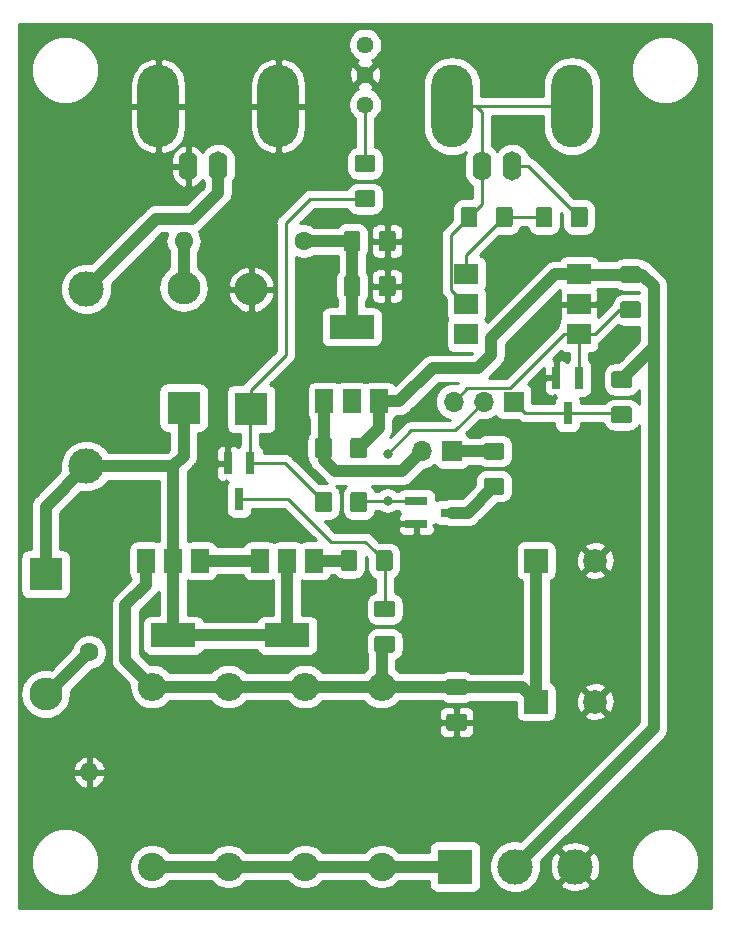
<source format=gbr>
G04 #@! TF.GenerationSoftware,KiCad,Pcbnew,(5.1.2)-2*
G04 #@! TF.CreationDate,2019-08-08T10:37:33+12:00*
G04 #@! TF.ProjectId,Shutter_Driver,53687574-7465-4725-9f44-72697665722e,rev?*
G04 #@! TF.SameCoordinates,Original*
G04 #@! TF.FileFunction,Copper,L1,Top*
G04 #@! TF.FilePolarity,Positive*
%FSLAX46Y46*%
G04 Gerber Fmt 4.6, Leading zero omitted, Abs format (unit mm)*
G04 Created by KiCad (PCBNEW (5.1.2)-2) date 2019-08-08 10:37:33*
%MOMM*%
%LPD*%
G04 APERTURE LIST*
%ADD10C,1.440000*%
%ADD11C,3.000000*%
%ADD12O,2.400000X2.400000*%
%ADD13C,2.400000*%
%ADD14R,2.000000X1.780000*%
%ADD15C,0.100000*%
%ADD16C,1.425000*%
%ADD17C,2.000000*%
%ADD18R,2.000000X2.000000*%
%ADD19R,1.500000X2.000000*%
%ADD20R,3.800000X2.000000*%
%ADD21R,3.000000X3.000000*%
%ADD22O,1.700000X1.700000*%
%ADD23R,1.700000X1.700000*%
%ADD24O,1.600000X1.600000*%
%ADD25C,1.600000*%
%ADD26R,1.900000X0.800000*%
%ADD27O,2.800000X2.800000*%
%ADD28R,2.800000X2.800000*%
%ADD29R,0.800000X1.900000*%
%ADD30O,3.500000X7.000000*%
%ADD31O,1.600000X2.500000*%
%ADD32C,0.800000*%
%ADD33C,1.000000*%
%ADD34C,0.250000*%
%ADD35C,0.254000*%
G04 APERTURE END LIST*
D10*
X78232000Y-39243000D03*
X78232000Y-41783000D03*
X78232000Y-44323000D03*
D11*
X54610000Y-59937000D03*
X54610000Y-74937000D03*
D12*
X73152000Y-93599000D03*
D13*
X73152000Y-108839000D03*
D12*
X60198000Y-93599000D03*
D13*
X60198000Y-108839000D03*
D12*
X66675000Y-93599000D03*
D13*
X66675000Y-108839000D03*
D12*
X79629000Y-93599000D03*
D13*
X79629000Y-108839000D03*
D14*
X96332000Y-58674000D03*
X86802000Y-63754000D03*
X96332000Y-61214000D03*
X86802000Y-61214000D03*
X96332000Y-63754000D03*
X86802000Y-58674000D03*
D15*
G36*
X77358504Y-82057204D02*
G01*
X77382773Y-82060804D01*
X77406571Y-82066765D01*
X77429671Y-82075030D01*
X77451849Y-82085520D01*
X77472893Y-82098133D01*
X77492598Y-82112747D01*
X77510777Y-82129223D01*
X77527253Y-82147402D01*
X77541867Y-82167107D01*
X77554480Y-82188151D01*
X77564970Y-82210329D01*
X77573235Y-82233429D01*
X77579196Y-82257227D01*
X77582796Y-82281496D01*
X77584000Y-82306000D01*
X77584000Y-83556000D01*
X77582796Y-83580504D01*
X77579196Y-83604773D01*
X77573235Y-83628571D01*
X77564970Y-83651671D01*
X77554480Y-83673849D01*
X77541867Y-83694893D01*
X77527253Y-83714598D01*
X77510777Y-83732777D01*
X77492598Y-83749253D01*
X77472893Y-83763867D01*
X77451849Y-83776480D01*
X77429671Y-83786970D01*
X77406571Y-83795235D01*
X77382773Y-83801196D01*
X77358504Y-83804796D01*
X77334000Y-83806000D01*
X76409000Y-83806000D01*
X76384496Y-83804796D01*
X76360227Y-83801196D01*
X76336429Y-83795235D01*
X76313329Y-83786970D01*
X76291151Y-83776480D01*
X76270107Y-83763867D01*
X76250402Y-83749253D01*
X76232223Y-83732777D01*
X76215747Y-83714598D01*
X76201133Y-83694893D01*
X76188520Y-83673849D01*
X76178030Y-83651671D01*
X76169765Y-83628571D01*
X76163804Y-83604773D01*
X76160204Y-83580504D01*
X76159000Y-83556000D01*
X76159000Y-82306000D01*
X76160204Y-82281496D01*
X76163804Y-82257227D01*
X76169765Y-82233429D01*
X76178030Y-82210329D01*
X76188520Y-82188151D01*
X76201133Y-82167107D01*
X76215747Y-82147402D01*
X76232223Y-82129223D01*
X76250402Y-82112747D01*
X76270107Y-82098133D01*
X76291151Y-82085520D01*
X76313329Y-82075030D01*
X76336429Y-82066765D01*
X76360227Y-82060804D01*
X76384496Y-82057204D01*
X76409000Y-82056000D01*
X77334000Y-82056000D01*
X77358504Y-82057204D01*
X77358504Y-82057204D01*
G37*
D16*
X76871500Y-82931000D03*
D15*
G36*
X80333504Y-82057204D02*
G01*
X80357773Y-82060804D01*
X80381571Y-82066765D01*
X80404671Y-82075030D01*
X80426849Y-82085520D01*
X80447893Y-82098133D01*
X80467598Y-82112747D01*
X80485777Y-82129223D01*
X80502253Y-82147402D01*
X80516867Y-82167107D01*
X80529480Y-82188151D01*
X80539970Y-82210329D01*
X80548235Y-82233429D01*
X80554196Y-82257227D01*
X80557796Y-82281496D01*
X80559000Y-82306000D01*
X80559000Y-83556000D01*
X80557796Y-83580504D01*
X80554196Y-83604773D01*
X80548235Y-83628571D01*
X80539970Y-83651671D01*
X80529480Y-83673849D01*
X80516867Y-83694893D01*
X80502253Y-83714598D01*
X80485777Y-83732777D01*
X80467598Y-83749253D01*
X80447893Y-83763867D01*
X80426849Y-83776480D01*
X80404671Y-83786970D01*
X80381571Y-83795235D01*
X80357773Y-83801196D01*
X80333504Y-83804796D01*
X80309000Y-83806000D01*
X79384000Y-83806000D01*
X79359496Y-83804796D01*
X79335227Y-83801196D01*
X79311429Y-83795235D01*
X79288329Y-83786970D01*
X79266151Y-83776480D01*
X79245107Y-83763867D01*
X79225402Y-83749253D01*
X79207223Y-83732777D01*
X79190747Y-83714598D01*
X79176133Y-83694893D01*
X79163520Y-83673849D01*
X79153030Y-83651671D01*
X79144765Y-83628571D01*
X79138804Y-83604773D01*
X79135204Y-83580504D01*
X79134000Y-83556000D01*
X79134000Y-82306000D01*
X79135204Y-82281496D01*
X79138804Y-82257227D01*
X79144765Y-82233429D01*
X79153030Y-82210329D01*
X79163520Y-82188151D01*
X79176133Y-82167107D01*
X79190747Y-82147402D01*
X79207223Y-82129223D01*
X79225402Y-82112747D01*
X79245107Y-82098133D01*
X79266151Y-82085520D01*
X79288329Y-82075030D01*
X79311429Y-82066765D01*
X79335227Y-82060804D01*
X79359496Y-82057204D01*
X79384000Y-82056000D01*
X80309000Y-82056000D01*
X80333504Y-82057204D01*
X80333504Y-82057204D01*
G37*
D16*
X79846500Y-82931000D03*
D15*
G36*
X89803504Y-72948704D02*
G01*
X89827773Y-72952304D01*
X89851571Y-72958265D01*
X89874671Y-72966530D01*
X89896849Y-72977020D01*
X89917893Y-72989633D01*
X89937598Y-73004247D01*
X89955777Y-73020723D01*
X89972253Y-73038902D01*
X89986867Y-73058607D01*
X89999480Y-73079651D01*
X90009970Y-73101829D01*
X90018235Y-73124929D01*
X90024196Y-73148727D01*
X90027796Y-73172996D01*
X90029000Y-73197500D01*
X90029000Y-74122500D01*
X90027796Y-74147004D01*
X90024196Y-74171273D01*
X90018235Y-74195071D01*
X90009970Y-74218171D01*
X89999480Y-74240349D01*
X89986867Y-74261393D01*
X89972253Y-74281098D01*
X89955777Y-74299277D01*
X89937598Y-74315753D01*
X89917893Y-74330367D01*
X89896849Y-74342980D01*
X89874671Y-74353470D01*
X89851571Y-74361735D01*
X89827773Y-74367696D01*
X89803504Y-74371296D01*
X89779000Y-74372500D01*
X88529000Y-74372500D01*
X88504496Y-74371296D01*
X88480227Y-74367696D01*
X88456429Y-74361735D01*
X88433329Y-74353470D01*
X88411151Y-74342980D01*
X88390107Y-74330367D01*
X88370402Y-74315753D01*
X88352223Y-74299277D01*
X88335747Y-74281098D01*
X88321133Y-74261393D01*
X88308520Y-74240349D01*
X88298030Y-74218171D01*
X88289765Y-74195071D01*
X88283804Y-74171273D01*
X88280204Y-74147004D01*
X88279000Y-74122500D01*
X88279000Y-73197500D01*
X88280204Y-73172996D01*
X88283804Y-73148727D01*
X88289765Y-73124929D01*
X88298030Y-73101829D01*
X88308520Y-73079651D01*
X88321133Y-73058607D01*
X88335747Y-73038902D01*
X88352223Y-73020723D01*
X88370402Y-73004247D01*
X88390107Y-72989633D01*
X88411151Y-72977020D01*
X88433329Y-72966530D01*
X88456429Y-72958265D01*
X88480227Y-72952304D01*
X88504496Y-72948704D01*
X88529000Y-72947500D01*
X89779000Y-72947500D01*
X89803504Y-72948704D01*
X89803504Y-72948704D01*
G37*
D16*
X89154000Y-73660000D03*
D15*
G36*
X89803504Y-75923704D02*
G01*
X89827773Y-75927304D01*
X89851571Y-75933265D01*
X89874671Y-75941530D01*
X89896849Y-75952020D01*
X89917893Y-75964633D01*
X89937598Y-75979247D01*
X89955777Y-75995723D01*
X89972253Y-76013902D01*
X89986867Y-76033607D01*
X89999480Y-76054651D01*
X90009970Y-76076829D01*
X90018235Y-76099929D01*
X90024196Y-76123727D01*
X90027796Y-76147996D01*
X90029000Y-76172500D01*
X90029000Y-77097500D01*
X90027796Y-77122004D01*
X90024196Y-77146273D01*
X90018235Y-77170071D01*
X90009970Y-77193171D01*
X89999480Y-77215349D01*
X89986867Y-77236393D01*
X89972253Y-77256098D01*
X89955777Y-77274277D01*
X89937598Y-77290753D01*
X89917893Y-77305367D01*
X89896849Y-77317980D01*
X89874671Y-77328470D01*
X89851571Y-77336735D01*
X89827773Y-77342696D01*
X89803504Y-77346296D01*
X89779000Y-77347500D01*
X88529000Y-77347500D01*
X88504496Y-77346296D01*
X88480227Y-77342696D01*
X88456429Y-77336735D01*
X88433329Y-77328470D01*
X88411151Y-77317980D01*
X88390107Y-77305367D01*
X88370402Y-77290753D01*
X88352223Y-77274277D01*
X88335747Y-77256098D01*
X88321133Y-77236393D01*
X88308520Y-77215349D01*
X88298030Y-77193171D01*
X88289765Y-77170071D01*
X88283804Y-77146273D01*
X88280204Y-77122004D01*
X88279000Y-77097500D01*
X88279000Y-76172500D01*
X88280204Y-76147996D01*
X88283804Y-76123727D01*
X88289765Y-76099929D01*
X88298030Y-76076829D01*
X88308520Y-76054651D01*
X88321133Y-76033607D01*
X88335747Y-76013902D01*
X88352223Y-75995723D01*
X88370402Y-75979247D01*
X88390107Y-75964633D01*
X88411151Y-75952020D01*
X88433329Y-75941530D01*
X88456429Y-75933265D01*
X88480227Y-75927304D01*
X88504496Y-75923704D01*
X88529000Y-75922500D01*
X89779000Y-75922500D01*
X89803504Y-75923704D01*
X89803504Y-75923704D01*
G37*
D16*
X89154000Y-76635000D03*
D17*
X97710000Y-94869000D03*
D18*
X92710000Y-94869000D03*
D19*
X73928000Y-82956000D03*
X69328000Y-82956000D03*
X71628000Y-82956000D03*
D20*
X71628000Y-89256000D03*
D19*
X64276000Y-82956000D03*
X59676000Y-82956000D03*
X61976000Y-82956000D03*
D20*
X61976000Y-89256000D03*
D19*
X74789000Y-69444000D03*
X79389000Y-69444000D03*
X77089000Y-69444000D03*
D20*
X77089000Y-63144000D03*
D11*
X96012000Y-108839000D03*
X90932000Y-108839000D03*
D21*
X85852000Y-108839000D03*
D22*
X85725000Y-69469000D03*
X88265000Y-69469000D03*
D23*
X90805000Y-69469000D03*
D24*
X54864000Y-100838000D03*
D25*
X54864000Y-90678000D03*
D15*
G36*
X101360504Y-57999204D02*
G01*
X101384773Y-58002804D01*
X101408571Y-58008765D01*
X101431671Y-58017030D01*
X101453849Y-58027520D01*
X101474893Y-58040133D01*
X101494598Y-58054747D01*
X101512777Y-58071223D01*
X101529253Y-58089402D01*
X101543867Y-58109107D01*
X101556480Y-58130151D01*
X101566970Y-58152329D01*
X101575235Y-58175429D01*
X101581196Y-58199227D01*
X101584796Y-58223496D01*
X101586000Y-58248000D01*
X101586000Y-59173000D01*
X101584796Y-59197504D01*
X101581196Y-59221773D01*
X101575235Y-59245571D01*
X101566970Y-59268671D01*
X101556480Y-59290849D01*
X101543867Y-59311893D01*
X101529253Y-59331598D01*
X101512777Y-59349777D01*
X101494598Y-59366253D01*
X101474893Y-59380867D01*
X101453849Y-59393480D01*
X101431671Y-59403970D01*
X101408571Y-59412235D01*
X101384773Y-59418196D01*
X101360504Y-59421796D01*
X101336000Y-59423000D01*
X100086000Y-59423000D01*
X100061496Y-59421796D01*
X100037227Y-59418196D01*
X100013429Y-59412235D01*
X99990329Y-59403970D01*
X99968151Y-59393480D01*
X99947107Y-59380867D01*
X99927402Y-59366253D01*
X99909223Y-59349777D01*
X99892747Y-59331598D01*
X99878133Y-59311893D01*
X99865520Y-59290849D01*
X99855030Y-59268671D01*
X99846765Y-59245571D01*
X99840804Y-59221773D01*
X99837204Y-59197504D01*
X99836000Y-59173000D01*
X99836000Y-58248000D01*
X99837204Y-58223496D01*
X99840804Y-58199227D01*
X99846765Y-58175429D01*
X99855030Y-58152329D01*
X99865520Y-58130151D01*
X99878133Y-58109107D01*
X99892747Y-58089402D01*
X99909223Y-58071223D01*
X99927402Y-58054747D01*
X99947107Y-58040133D01*
X99968151Y-58027520D01*
X99990329Y-58017030D01*
X100013429Y-58008765D01*
X100037227Y-58002804D01*
X100061496Y-57999204D01*
X100086000Y-57998000D01*
X101336000Y-57998000D01*
X101360504Y-57999204D01*
X101360504Y-57999204D01*
G37*
D16*
X100711000Y-58710500D03*
D15*
G36*
X101360504Y-60974204D02*
G01*
X101384773Y-60977804D01*
X101408571Y-60983765D01*
X101431671Y-60992030D01*
X101453849Y-61002520D01*
X101474893Y-61015133D01*
X101494598Y-61029747D01*
X101512777Y-61046223D01*
X101529253Y-61064402D01*
X101543867Y-61084107D01*
X101556480Y-61105151D01*
X101566970Y-61127329D01*
X101575235Y-61150429D01*
X101581196Y-61174227D01*
X101584796Y-61198496D01*
X101586000Y-61223000D01*
X101586000Y-62148000D01*
X101584796Y-62172504D01*
X101581196Y-62196773D01*
X101575235Y-62220571D01*
X101566970Y-62243671D01*
X101556480Y-62265849D01*
X101543867Y-62286893D01*
X101529253Y-62306598D01*
X101512777Y-62324777D01*
X101494598Y-62341253D01*
X101474893Y-62355867D01*
X101453849Y-62368480D01*
X101431671Y-62378970D01*
X101408571Y-62387235D01*
X101384773Y-62393196D01*
X101360504Y-62396796D01*
X101336000Y-62398000D01*
X100086000Y-62398000D01*
X100061496Y-62396796D01*
X100037227Y-62393196D01*
X100013429Y-62387235D01*
X99990329Y-62378970D01*
X99968151Y-62368480D01*
X99947107Y-62355867D01*
X99927402Y-62341253D01*
X99909223Y-62324777D01*
X99892747Y-62306598D01*
X99878133Y-62286893D01*
X99865520Y-62265849D01*
X99855030Y-62243671D01*
X99846765Y-62220571D01*
X99840804Y-62196773D01*
X99837204Y-62172504D01*
X99836000Y-62148000D01*
X99836000Y-61223000D01*
X99837204Y-61198496D01*
X99840804Y-61174227D01*
X99846765Y-61150429D01*
X99855030Y-61127329D01*
X99865520Y-61105151D01*
X99878133Y-61084107D01*
X99892747Y-61064402D01*
X99909223Y-61046223D01*
X99927402Y-61029747D01*
X99947107Y-61015133D01*
X99968151Y-61002520D01*
X99990329Y-60992030D01*
X100013429Y-60983765D01*
X100037227Y-60977804D01*
X100061496Y-60974204D01*
X100086000Y-60973000D01*
X101336000Y-60973000D01*
X101360504Y-60974204D01*
X101360504Y-60974204D01*
G37*
D16*
X100711000Y-61685500D03*
D26*
X85574000Y-78867000D03*
X82574000Y-79817000D03*
X82574000Y-77917000D03*
D27*
X68580000Y-59944000D03*
D28*
X68580000Y-70104000D03*
D22*
X83058000Y-73660000D03*
D23*
X85598000Y-73660000D03*
D24*
X62865000Y-55880000D03*
D25*
X73025000Y-55880000D03*
D29*
X95377000Y-70461000D03*
X94427000Y-67461000D03*
X96327000Y-67461000D03*
X67564000Y-77700000D03*
X66614000Y-74700000D03*
X68514000Y-74700000D03*
D27*
X51181000Y-94234000D03*
D28*
X51181000Y-84074000D03*
D15*
G36*
X78174504Y-77104204D02*
G01*
X78198773Y-77107804D01*
X78222571Y-77113765D01*
X78245671Y-77122030D01*
X78267849Y-77132520D01*
X78288893Y-77145133D01*
X78308598Y-77159747D01*
X78326777Y-77176223D01*
X78343253Y-77194402D01*
X78357867Y-77214107D01*
X78370480Y-77235151D01*
X78380970Y-77257329D01*
X78389235Y-77280429D01*
X78395196Y-77304227D01*
X78398796Y-77328496D01*
X78400000Y-77353000D01*
X78400000Y-78603000D01*
X78398796Y-78627504D01*
X78395196Y-78651773D01*
X78389235Y-78675571D01*
X78380970Y-78698671D01*
X78370480Y-78720849D01*
X78357867Y-78741893D01*
X78343253Y-78761598D01*
X78326777Y-78779777D01*
X78308598Y-78796253D01*
X78288893Y-78810867D01*
X78267849Y-78823480D01*
X78245671Y-78833970D01*
X78222571Y-78842235D01*
X78198773Y-78848196D01*
X78174504Y-78851796D01*
X78150000Y-78853000D01*
X77225000Y-78853000D01*
X77200496Y-78851796D01*
X77176227Y-78848196D01*
X77152429Y-78842235D01*
X77129329Y-78833970D01*
X77107151Y-78823480D01*
X77086107Y-78810867D01*
X77066402Y-78796253D01*
X77048223Y-78779777D01*
X77031747Y-78761598D01*
X77017133Y-78741893D01*
X77004520Y-78720849D01*
X76994030Y-78698671D01*
X76985765Y-78675571D01*
X76979804Y-78651773D01*
X76976204Y-78627504D01*
X76975000Y-78603000D01*
X76975000Y-77353000D01*
X76976204Y-77328496D01*
X76979804Y-77304227D01*
X76985765Y-77280429D01*
X76994030Y-77257329D01*
X77004520Y-77235151D01*
X77017133Y-77214107D01*
X77031747Y-77194402D01*
X77048223Y-77176223D01*
X77066402Y-77159747D01*
X77086107Y-77145133D01*
X77107151Y-77132520D01*
X77129329Y-77122030D01*
X77152429Y-77113765D01*
X77176227Y-77107804D01*
X77200496Y-77104204D01*
X77225000Y-77103000D01*
X78150000Y-77103000D01*
X78174504Y-77104204D01*
X78174504Y-77104204D01*
G37*
D16*
X77687500Y-77978000D03*
D15*
G36*
X75199504Y-77104204D02*
G01*
X75223773Y-77107804D01*
X75247571Y-77113765D01*
X75270671Y-77122030D01*
X75292849Y-77132520D01*
X75313893Y-77145133D01*
X75333598Y-77159747D01*
X75351777Y-77176223D01*
X75368253Y-77194402D01*
X75382867Y-77214107D01*
X75395480Y-77235151D01*
X75405970Y-77257329D01*
X75414235Y-77280429D01*
X75420196Y-77304227D01*
X75423796Y-77328496D01*
X75425000Y-77353000D01*
X75425000Y-78603000D01*
X75423796Y-78627504D01*
X75420196Y-78651773D01*
X75414235Y-78675571D01*
X75405970Y-78698671D01*
X75395480Y-78720849D01*
X75382867Y-78741893D01*
X75368253Y-78761598D01*
X75351777Y-78779777D01*
X75333598Y-78796253D01*
X75313893Y-78810867D01*
X75292849Y-78823480D01*
X75270671Y-78833970D01*
X75247571Y-78842235D01*
X75223773Y-78848196D01*
X75199504Y-78851796D01*
X75175000Y-78853000D01*
X74250000Y-78853000D01*
X74225496Y-78851796D01*
X74201227Y-78848196D01*
X74177429Y-78842235D01*
X74154329Y-78833970D01*
X74132151Y-78823480D01*
X74111107Y-78810867D01*
X74091402Y-78796253D01*
X74073223Y-78779777D01*
X74056747Y-78761598D01*
X74042133Y-78741893D01*
X74029520Y-78720849D01*
X74019030Y-78698671D01*
X74010765Y-78675571D01*
X74004804Y-78651773D01*
X74001204Y-78627504D01*
X74000000Y-78603000D01*
X74000000Y-77353000D01*
X74001204Y-77328496D01*
X74004804Y-77304227D01*
X74010765Y-77280429D01*
X74019030Y-77257329D01*
X74029520Y-77235151D01*
X74042133Y-77214107D01*
X74056747Y-77194402D01*
X74073223Y-77176223D01*
X74091402Y-77159747D01*
X74111107Y-77145133D01*
X74132151Y-77132520D01*
X74154329Y-77122030D01*
X74177429Y-77113765D01*
X74201227Y-77107804D01*
X74225496Y-77104204D01*
X74250000Y-77103000D01*
X75175000Y-77103000D01*
X75199504Y-77104204D01*
X75199504Y-77104204D01*
G37*
D16*
X74712500Y-77978000D03*
D17*
X97710000Y-82931000D03*
D18*
X92710000Y-82931000D03*
D15*
G36*
X80587504Y-58816204D02*
G01*
X80611773Y-58819804D01*
X80635571Y-58825765D01*
X80658671Y-58834030D01*
X80680849Y-58844520D01*
X80701893Y-58857133D01*
X80721598Y-58871747D01*
X80739777Y-58888223D01*
X80756253Y-58906402D01*
X80770867Y-58926107D01*
X80783480Y-58947151D01*
X80793970Y-58969329D01*
X80802235Y-58992429D01*
X80808196Y-59016227D01*
X80811796Y-59040496D01*
X80813000Y-59065000D01*
X80813000Y-60315000D01*
X80811796Y-60339504D01*
X80808196Y-60363773D01*
X80802235Y-60387571D01*
X80793970Y-60410671D01*
X80783480Y-60432849D01*
X80770867Y-60453893D01*
X80756253Y-60473598D01*
X80739777Y-60491777D01*
X80721598Y-60508253D01*
X80701893Y-60522867D01*
X80680849Y-60535480D01*
X80658671Y-60545970D01*
X80635571Y-60554235D01*
X80611773Y-60560196D01*
X80587504Y-60563796D01*
X80563000Y-60565000D01*
X79638000Y-60565000D01*
X79613496Y-60563796D01*
X79589227Y-60560196D01*
X79565429Y-60554235D01*
X79542329Y-60545970D01*
X79520151Y-60535480D01*
X79499107Y-60522867D01*
X79479402Y-60508253D01*
X79461223Y-60491777D01*
X79444747Y-60473598D01*
X79430133Y-60453893D01*
X79417520Y-60432849D01*
X79407030Y-60410671D01*
X79398765Y-60387571D01*
X79392804Y-60363773D01*
X79389204Y-60339504D01*
X79388000Y-60315000D01*
X79388000Y-59065000D01*
X79389204Y-59040496D01*
X79392804Y-59016227D01*
X79398765Y-58992429D01*
X79407030Y-58969329D01*
X79417520Y-58947151D01*
X79430133Y-58926107D01*
X79444747Y-58906402D01*
X79461223Y-58888223D01*
X79479402Y-58871747D01*
X79499107Y-58857133D01*
X79520151Y-58844520D01*
X79542329Y-58834030D01*
X79565429Y-58825765D01*
X79589227Y-58819804D01*
X79613496Y-58816204D01*
X79638000Y-58815000D01*
X80563000Y-58815000D01*
X80587504Y-58816204D01*
X80587504Y-58816204D01*
G37*
D16*
X80100500Y-59690000D03*
D15*
G36*
X77612504Y-58816204D02*
G01*
X77636773Y-58819804D01*
X77660571Y-58825765D01*
X77683671Y-58834030D01*
X77705849Y-58844520D01*
X77726893Y-58857133D01*
X77746598Y-58871747D01*
X77764777Y-58888223D01*
X77781253Y-58906402D01*
X77795867Y-58926107D01*
X77808480Y-58947151D01*
X77818970Y-58969329D01*
X77827235Y-58992429D01*
X77833196Y-59016227D01*
X77836796Y-59040496D01*
X77838000Y-59065000D01*
X77838000Y-60315000D01*
X77836796Y-60339504D01*
X77833196Y-60363773D01*
X77827235Y-60387571D01*
X77818970Y-60410671D01*
X77808480Y-60432849D01*
X77795867Y-60453893D01*
X77781253Y-60473598D01*
X77764777Y-60491777D01*
X77746598Y-60508253D01*
X77726893Y-60522867D01*
X77705849Y-60535480D01*
X77683671Y-60545970D01*
X77660571Y-60554235D01*
X77636773Y-60560196D01*
X77612504Y-60563796D01*
X77588000Y-60565000D01*
X76663000Y-60565000D01*
X76638496Y-60563796D01*
X76614227Y-60560196D01*
X76590429Y-60554235D01*
X76567329Y-60545970D01*
X76545151Y-60535480D01*
X76524107Y-60522867D01*
X76504402Y-60508253D01*
X76486223Y-60491777D01*
X76469747Y-60473598D01*
X76455133Y-60453893D01*
X76442520Y-60432849D01*
X76432030Y-60410671D01*
X76423765Y-60387571D01*
X76417804Y-60363773D01*
X76414204Y-60339504D01*
X76413000Y-60315000D01*
X76413000Y-59065000D01*
X76414204Y-59040496D01*
X76417804Y-59016227D01*
X76423765Y-58992429D01*
X76432030Y-58969329D01*
X76442520Y-58947151D01*
X76455133Y-58926107D01*
X76469747Y-58906402D01*
X76486223Y-58888223D01*
X76504402Y-58871747D01*
X76524107Y-58857133D01*
X76545151Y-58844520D01*
X76567329Y-58834030D01*
X76590429Y-58825765D01*
X76614227Y-58819804D01*
X76638496Y-58816204D01*
X76663000Y-58815000D01*
X77588000Y-58815000D01*
X77612504Y-58816204D01*
X77612504Y-58816204D01*
G37*
D16*
X77125500Y-59690000D03*
D27*
X62865000Y-59817000D03*
D28*
X62865000Y-69977000D03*
D30*
X60706000Y-44450000D03*
X70866000Y-44450000D03*
D31*
X65786000Y-49530000D03*
X63246000Y-49530000D03*
D30*
X85598000Y-44450000D03*
X95758000Y-44450000D03*
D31*
X90678000Y-49530000D03*
X88138000Y-49530000D03*
D15*
G36*
X78174504Y-72532204D02*
G01*
X78198773Y-72535804D01*
X78222571Y-72541765D01*
X78245671Y-72550030D01*
X78267849Y-72560520D01*
X78288893Y-72573133D01*
X78308598Y-72587747D01*
X78326777Y-72604223D01*
X78343253Y-72622402D01*
X78357867Y-72642107D01*
X78370480Y-72663151D01*
X78380970Y-72685329D01*
X78389235Y-72708429D01*
X78395196Y-72732227D01*
X78398796Y-72756496D01*
X78400000Y-72781000D01*
X78400000Y-74031000D01*
X78398796Y-74055504D01*
X78395196Y-74079773D01*
X78389235Y-74103571D01*
X78380970Y-74126671D01*
X78370480Y-74148849D01*
X78357867Y-74169893D01*
X78343253Y-74189598D01*
X78326777Y-74207777D01*
X78308598Y-74224253D01*
X78288893Y-74238867D01*
X78267849Y-74251480D01*
X78245671Y-74261970D01*
X78222571Y-74270235D01*
X78198773Y-74276196D01*
X78174504Y-74279796D01*
X78150000Y-74281000D01*
X77225000Y-74281000D01*
X77200496Y-74279796D01*
X77176227Y-74276196D01*
X77152429Y-74270235D01*
X77129329Y-74261970D01*
X77107151Y-74251480D01*
X77086107Y-74238867D01*
X77066402Y-74224253D01*
X77048223Y-74207777D01*
X77031747Y-74189598D01*
X77017133Y-74169893D01*
X77004520Y-74148849D01*
X76994030Y-74126671D01*
X76985765Y-74103571D01*
X76979804Y-74079773D01*
X76976204Y-74055504D01*
X76975000Y-74031000D01*
X76975000Y-72781000D01*
X76976204Y-72756496D01*
X76979804Y-72732227D01*
X76985765Y-72708429D01*
X76994030Y-72685329D01*
X77004520Y-72663151D01*
X77017133Y-72642107D01*
X77031747Y-72622402D01*
X77048223Y-72604223D01*
X77066402Y-72587747D01*
X77086107Y-72573133D01*
X77107151Y-72560520D01*
X77129329Y-72550030D01*
X77152429Y-72541765D01*
X77176227Y-72535804D01*
X77200496Y-72532204D01*
X77225000Y-72531000D01*
X78150000Y-72531000D01*
X78174504Y-72532204D01*
X78174504Y-72532204D01*
G37*
D16*
X77687500Y-73406000D03*
D15*
G36*
X75199504Y-72532204D02*
G01*
X75223773Y-72535804D01*
X75247571Y-72541765D01*
X75270671Y-72550030D01*
X75292849Y-72560520D01*
X75313893Y-72573133D01*
X75333598Y-72587747D01*
X75351777Y-72604223D01*
X75368253Y-72622402D01*
X75382867Y-72642107D01*
X75395480Y-72663151D01*
X75405970Y-72685329D01*
X75414235Y-72708429D01*
X75420196Y-72732227D01*
X75423796Y-72756496D01*
X75425000Y-72781000D01*
X75425000Y-74031000D01*
X75423796Y-74055504D01*
X75420196Y-74079773D01*
X75414235Y-74103571D01*
X75405970Y-74126671D01*
X75395480Y-74148849D01*
X75382867Y-74169893D01*
X75368253Y-74189598D01*
X75351777Y-74207777D01*
X75333598Y-74224253D01*
X75313893Y-74238867D01*
X75292849Y-74251480D01*
X75270671Y-74261970D01*
X75247571Y-74270235D01*
X75223773Y-74276196D01*
X75199504Y-74279796D01*
X75175000Y-74281000D01*
X74250000Y-74281000D01*
X74225496Y-74279796D01*
X74201227Y-74276196D01*
X74177429Y-74270235D01*
X74154329Y-74261970D01*
X74132151Y-74251480D01*
X74111107Y-74238867D01*
X74091402Y-74224253D01*
X74073223Y-74207777D01*
X74056747Y-74189598D01*
X74042133Y-74169893D01*
X74029520Y-74148849D01*
X74019030Y-74126671D01*
X74010765Y-74103571D01*
X74004804Y-74079773D01*
X74001204Y-74055504D01*
X74000000Y-74031000D01*
X74000000Y-72781000D01*
X74001204Y-72756496D01*
X74004804Y-72732227D01*
X74010765Y-72708429D01*
X74019030Y-72685329D01*
X74029520Y-72663151D01*
X74042133Y-72642107D01*
X74056747Y-72622402D01*
X74073223Y-72604223D01*
X74091402Y-72587747D01*
X74111107Y-72573133D01*
X74132151Y-72560520D01*
X74154329Y-72550030D01*
X74177429Y-72541765D01*
X74201227Y-72535804D01*
X74225496Y-72532204D01*
X74250000Y-72531000D01*
X75175000Y-72531000D01*
X75199504Y-72532204D01*
X75199504Y-72532204D01*
G37*
D16*
X74712500Y-73406000D03*
D15*
G36*
X77612504Y-55006204D02*
G01*
X77636773Y-55009804D01*
X77660571Y-55015765D01*
X77683671Y-55024030D01*
X77705849Y-55034520D01*
X77726893Y-55047133D01*
X77746598Y-55061747D01*
X77764777Y-55078223D01*
X77781253Y-55096402D01*
X77795867Y-55116107D01*
X77808480Y-55137151D01*
X77818970Y-55159329D01*
X77827235Y-55182429D01*
X77833196Y-55206227D01*
X77836796Y-55230496D01*
X77838000Y-55255000D01*
X77838000Y-56505000D01*
X77836796Y-56529504D01*
X77833196Y-56553773D01*
X77827235Y-56577571D01*
X77818970Y-56600671D01*
X77808480Y-56622849D01*
X77795867Y-56643893D01*
X77781253Y-56663598D01*
X77764777Y-56681777D01*
X77746598Y-56698253D01*
X77726893Y-56712867D01*
X77705849Y-56725480D01*
X77683671Y-56735970D01*
X77660571Y-56744235D01*
X77636773Y-56750196D01*
X77612504Y-56753796D01*
X77588000Y-56755000D01*
X76663000Y-56755000D01*
X76638496Y-56753796D01*
X76614227Y-56750196D01*
X76590429Y-56744235D01*
X76567329Y-56735970D01*
X76545151Y-56725480D01*
X76524107Y-56712867D01*
X76504402Y-56698253D01*
X76486223Y-56681777D01*
X76469747Y-56663598D01*
X76455133Y-56643893D01*
X76442520Y-56622849D01*
X76432030Y-56600671D01*
X76423765Y-56577571D01*
X76417804Y-56553773D01*
X76414204Y-56529504D01*
X76413000Y-56505000D01*
X76413000Y-55255000D01*
X76414204Y-55230496D01*
X76417804Y-55206227D01*
X76423765Y-55182429D01*
X76432030Y-55159329D01*
X76442520Y-55137151D01*
X76455133Y-55116107D01*
X76469747Y-55096402D01*
X76486223Y-55078223D01*
X76504402Y-55061747D01*
X76524107Y-55047133D01*
X76545151Y-55034520D01*
X76567329Y-55024030D01*
X76590429Y-55015765D01*
X76614227Y-55009804D01*
X76638496Y-55006204D01*
X76663000Y-55005000D01*
X77588000Y-55005000D01*
X77612504Y-55006204D01*
X77612504Y-55006204D01*
G37*
D16*
X77125500Y-55880000D03*
D15*
G36*
X80587504Y-55006204D02*
G01*
X80611773Y-55009804D01*
X80635571Y-55015765D01*
X80658671Y-55024030D01*
X80680849Y-55034520D01*
X80701893Y-55047133D01*
X80721598Y-55061747D01*
X80739777Y-55078223D01*
X80756253Y-55096402D01*
X80770867Y-55116107D01*
X80783480Y-55137151D01*
X80793970Y-55159329D01*
X80802235Y-55182429D01*
X80808196Y-55206227D01*
X80811796Y-55230496D01*
X80813000Y-55255000D01*
X80813000Y-56505000D01*
X80811796Y-56529504D01*
X80808196Y-56553773D01*
X80802235Y-56577571D01*
X80793970Y-56600671D01*
X80783480Y-56622849D01*
X80770867Y-56643893D01*
X80756253Y-56663598D01*
X80739777Y-56681777D01*
X80721598Y-56698253D01*
X80701893Y-56712867D01*
X80680849Y-56725480D01*
X80658671Y-56735970D01*
X80635571Y-56744235D01*
X80611773Y-56750196D01*
X80587504Y-56753796D01*
X80563000Y-56755000D01*
X79638000Y-56755000D01*
X79613496Y-56753796D01*
X79589227Y-56750196D01*
X79565429Y-56744235D01*
X79542329Y-56735970D01*
X79520151Y-56725480D01*
X79499107Y-56712867D01*
X79479402Y-56698253D01*
X79461223Y-56681777D01*
X79444747Y-56663598D01*
X79430133Y-56643893D01*
X79417520Y-56622849D01*
X79407030Y-56600671D01*
X79398765Y-56577571D01*
X79392804Y-56553773D01*
X79389204Y-56529504D01*
X79388000Y-56505000D01*
X79388000Y-55255000D01*
X79389204Y-55230496D01*
X79392804Y-55206227D01*
X79398765Y-55182429D01*
X79407030Y-55159329D01*
X79417520Y-55137151D01*
X79430133Y-55116107D01*
X79444747Y-55096402D01*
X79461223Y-55078223D01*
X79479402Y-55061747D01*
X79499107Y-55047133D01*
X79520151Y-55034520D01*
X79542329Y-55024030D01*
X79565429Y-55015765D01*
X79589227Y-55009804D01*
X79613496Y-55006204D01*
X79638000Y-55005000D01*
X80563000Y-55005000D01*
X80587504Y-55006204D01*
X80587504Y-55006204D01*
G37*
D16*
X80100500Y-55880000D03*
D15*
G36*
X86628504Y-95899204D02*
G01*
X86652773Y-95902804D01*
X86676571Y-95908765D01*
X86699671Y-95917030D01*
X86721849Y-95927520D01*
X86742893Y-95940133D01*
X86762598Y-95954747D01*
X86780777Y-95971223D01*
X86797253Y-95989402D01*
X86811867Y-96009107D01*
X86824480Y-96030151D01*
X86834970Y-96052329D01*
X86843235Y-96075429D01*
X86849196Y-96099227D01*
X86852796Y-96123496D01*
X86854000Y-96148000D01*
X86854000Y-97073000D01*
X86852796Y-97097504D01*
X86849196Y-97121773D01*
X86843235Y-97145571D01*
X86834970Y-97168671D01*
X86824480Y-97190849D01*
X86811867Y-97211893D01*
X86797253Y-97231598D01*
X86780777Y-97249777D01*
X86762598Y-97266253D01*
X86742893Y-97280867D01*
X86721849Y-97293480D01*
X86699671Y-97303970D01*
X86676571Y-97312235D01*
X86652773Y-97318196D01*
X86628504Y-97321796D01*
X86604000Y-97323000D01*
X85354000Y-97323000D01*
X85329496Y-97321796D01*
X85305227Y-97318196D01*
X85281429Y-97312235D01*
X85258329Y-97303970D01*
X85236151Y-97293480D01*
X85215107Y-97280867D01*
X85195402Y-97266253D01*
X85177223Y-97249777D01*
X85160747Y-97231598D01*
X85146133Y-97211893D01*
X85133520Y-97190849D01*
X85123030Y-97168671D01*
X85114765Y-97145571D01*
X85108804Y-97121773D01*
X85105204Y-97097504D01*
X85104000Y-97073000D01*
X85104000Y-96148000D01*
X85105204Y-96123496D01*
X85108804Y-96099227D01*
X85114765Y-96075429D01*
X85123030Y-96052329D01*
X85133520Y-96030151D01*
X85146133Y-96009107D01*
X85160747Y-95989402D01*
X85177223Y-95971223D01*
X85195402Y-95954747D01*
X85215107Y-95940133D01*
X85236151Y-95927520D01*
X85258329Y-95917030D01*
X85281429Y-95908765D01*
X85305227Y-95902804D01*
X85329496Y-95899204D01*
X85354000Y-95898000D01*
X86604000Y-95898000D01*
X86628504Y-95899204D01*
X86628504Y-95899204D01*
G37*
D16*
X85979000Y-96610500D03*
D15*
G36*
X86628504Y-92924204D02*
G01*
X86652773Y-92927804D01*
X86676571Y-92933765D01*
X86699671Y-92942030D01*
X86721849Y-92952520D01*
X86742893Y-92965133D01*
X86762598Y-92979747D01*
X86780777Y-92996223D01*
X86797253Y-93014402D01*
X86811867Y-93034107D01*
X86824480Y-93055151D01*
X86834970Y-93077329D01*
X86843235Y-93100429D01*
X86849196Y-93124227D01*
X86852796Y-93148496D01*
X86854000Y-93173000D01*
X86854000Y-94098000D01*
X86852796Y-94122504D01*
X86849196Y-94146773D01*
X86843235Y-94170571D01*
X86834970Y-94193671D01*
X86824480Y-94215849D01*
X86811867Y-94236893D01*
X86797253Y-94256598D01*
X86780777Y-94274777D01*
X86762598Y-94291253D01*
X86742893Y-94305867D01*
X86721849Y-94318480D01*
X86699671Y-94328970D01*
X86676571Y-94337235D01*
X86652773Y-94343196D01*
X86628504Y-94346796D01*
X86604000Y-94348000D01*
X85354000Y-94348000D01*
X85329496Y-94346796D01*
X85305227Y-94343196D01*
X85281429Y-94337235D01*
X85258329Y-94328970D01*
X85236151Y-94318480D01*
X85215107Y-94305867D01*
X85195402Y-94291253D01*
X85177223Y-94274777D01*
X85160747Y-94256598D01*
X85146133Y-94236893D01*
X85133520Y-94215849D01*
X85123030Y-94193671D01*
X85114765Y-94170571D01*
X85108804Y-94146773D01*
X85105204Y-94122504D01*
X85104000Y-94098000D01*
X85104000Y-93173000D01*
X85105204Y-93148496D01*
X85108804Y-93124227D01*
X85114765Y-93100429D01*
X85123030Y-93077329D01*
X85133520Y-93055151D01*
X85146133Y-93034107D01*
X85160747Y-93014402D01*
X85177223Y-92996223D01*
X85195402Y-92979747D01*
X85215107Y-92965133D01*
X85236151Y-92952520D01*
X85258329Y-92942030D01*
X85281429Y-92933765D01*
X85305227Y-92927804D01*
X85329496Y-92924204D01*
X85354000Y-92923000D01*
X86604000Y-92923000D01*
X86628504Y-92924204D01*
X86628504Y-92924204D01*
G37*
D16*
X85979000Y-93635500D03*
D15*
G36*
X80532504Y-86320204D02*
G01*
X80556773Y-86323804D01*
X80580571Y-86329765D01*
X80603671Y-86338030D01*
X80625849Y-86348520D01*
X80646893Y-86361133D01*
X80666598Y-86375747D01*
X80684777Y-86392223D01*
X80701253Y-86410402D01*
X80715867Y-86430107D01*
X80728480Y-86451151D01*
X80738970Y-86473329D01*
X80747235Y-86496429D01*
X80753196Y-86520227D01*
X80756796Y-86544496D01*
X80758000Y-86569000D01*
X80758000Y-87494000D01*
X80756796Y-87518504D01*
X80753196Y-87542773D01*
X80747235Y-87566571D01*
X80738970Y-87589671D01*
X80728480Y-87611849D01*
X80715867Y-87632893D01*
X80701253Y-87652598D01*
X80684777Y-87670777D01*
X80666598Y-87687253D01*
X80646893Y-87701867D01*
X80625849Y-87714480D01*
X80603671Y-87724970D01*
X80580571Y-87733235D01*
X80556773Y-87739196D01*
X80532504Y-87742796D01*
X80508000Y-87744000D01*
X79258000Y-87744000D01*
X79233496Y-87742796D01*
X79209227Y-87739196D01*
X79185429Y-87733235D01*
X79162329Y-87724970D01*
X79140151Y-87714480D01*
X79119107Y-87701867D01*
X79099402Y-87687253D01*
X79081223Y-87670777D01*
X79064747Y-87652598D01*
X79050133Y-87632893D01*
X79037520Y-87611849D01*
X79027030Y-87589671D01*
X79018765Y-87566571D01*
X79012804Y-87542773D01*
X79009204Y-87518504D01*
X79008000Y-87494000D01*
X79008000Y-86569000D01*
X79009204Y-86544496D01*
X79012804Y-86520227D01*
X79018765Y-86496429D01*
X79027030Y-86473329D01*
X79037520Y-86451151D01*
X79050133Y-86430107D01*
X79064747Y-86410402D01*
X79081223Y-86392223D01*
X79099402Y-86375747D01*
X79119107Y-86361133D01*
X79140151Y-86348520D01*
X79162329Y-86338030D01*
X79185429Y-86329765D01*
X79209227Y-86323804D01*
X79233496Y-86320204D01*
X79258000Y-86319000D01*
X80508000Y-86319000D01*
X80532504Y-86320204D01*
X80532504Y-86320204D01*
G37*
D16*
X79883000Y-87031500D03*
D15*
G36*
X80532504Y-89295204D02*
G01*
X80556773Y-89298804D01*
X80580571Y-89304765D01*
X80603671Y-89313030D01*
X80625849Y-89323520D01*
X80646893Y-89336133D01*
X80666598Y-89350747D01*
X80684777Y-89367223D01*
X80701253Y-89385402D01*
X80715867Y-89405107D01*
X80728480Y-89426151D01*
X80738970Y-89448329D01*
X80747235Y-89471429D01*
X80753196Y-89495227D01*
X80756796Y-89519496D01*
X80758000Y-89544000D01*
X80758000Y-90469000D01*
X80756796Y-90493504D01*
X80753196Y-90517773D01*
X80747235Y-90541571D01*
X80738970Y-90564671D01*
X80728480Y-90586849D01*
X80715867Y-90607893D01*
X80701253Y-90627598D01*
X80684777Y-90645777D01*
X80666598Y-90662253D01*
X80646893Y-90676867D01*
X80625849Y-90689480D01*
X80603671Y-90699970D01*
X80580571Y-90708235D01*
X80556773Y-90714196D01*
X80532504Y-90717796D01*
X80508000Y-90719000D01*
X79258000Y-90719000D01*
X79233496Y-90717796D01*
X79209227Y-90714196D01*
X79185429Y-90708235D01*
X79162329Y-90699970D01*
X79140151Y-90689480D01*
X79119107Y-90676867D01*
X79099402Y-90662253D01*
X79081223Y-90645777D01*
X79064747Y-90627598D01*
X79050133Y-90607893D01*
X79037520Y-90586849D01*
X79027030Y-90564671D01*
X79018765Y-90541571D01*
X79012804Y-90517773D01*
X79009204Y-90493504D01*
X79008000Y-90469000D01*
X79008000Y-89544000D01*
X79009204Y-89519496D01*
X79012804Y-89495227D01*
X79018765Y-89471429D01*
X79027030Y-89448329D01*
X79037520Y-89426151D01*
X79050133Y-89405107D01*
X79064747Y-89385402D01*
X79081223Y-89367223D01*
X79099402Y-89350747D01*
X79119107Y-89336133D01*
X79140151Y-89323520D01*
X79162329Y-89313030D01*
X79185429Y-89304765D01*
X79209227Y-89298804D01*
X79233496Y-89295204D01*
X79258000Y-89294000D01*
X80508000Y-89294000D01*
X80532504Y-89295204D01*
X80532504Y-89295204D01*
G37*
D16*
X79883000Y-90006500D03*
D15*
G36*
X78881504Y-51576204D02*
G01*
X78905773Y-51579804D01*
X78929571Y-51585765D01*
X78952671Y-51594030D01*
X78974849Y-51604520D01*
X78995893Y-51617133D01*
X79015598Y-51631747D01*
X79033777Y-51648223D01*
X79050253Y-51666402D01*
X79064867Y-51686107D01*
X79077480Y-51707151D01*
X79087970Y-51729329D01*
X79096235Y-51752429D01*
X79102196Y-51776227D01*
X79105796Y-51800496D01*
X79107000Y-51825000D01*
X79107000Y-52750000D01*
X79105796Y-52774504D01*
X79102196Y-52798773D01*
X79096235Y-52822571D01*
X79087970Y-52845671D01*
X79077480Y-52867849D01*
X79064867Y-52888893D01*
X79050253Y-52908598D01*
X79033777Y-52926777D01*
X79015598Y-52943253D01*
X78995893Y-52957867D01*
X78974849Y-52970480D01*
X78952671Y-52980970D01*
X78929571Y-52989235D01*
X78905773Y-52995196D01*
X78881504Y-52998796D01*
X78857000Y-53000000D01*
X77607000Y-53000000D01*
X77582496Y-52998796D01*
X77558227Y-52995196D01*
X77534429Y-52989235D01*
X77511329Y-52980970D01*
X77489151Y-52970480D01*
X77468107Y-52957867D01*
X77448402Y-52943253D01*
X77430223Y-52926777D01*
X77413747Y-52908598D01*
X77399133Y-52888893D01*
X77386520Y-52867849D01*
X77376030Y-52845671D01*
X77367765Y-52822571D01*
X77361804Y-52798773D01*
X77358204Y-52774504D01*
X77357000Y-52750000D01*
X77357000Y-51825000D01*
X77358204Y-51800496D01*
X77361804Y-51776227D01*
X77367765Y-51752429D01*
X77376030Y-51729329D01*
X77386520Y-51707151D01*
X77399133Y-51686107D01*
X77413747Y-51666402D01*
X77430223Y-51648223D01*
X77448402Y-51631747D01*
X77468107Y-51617133D01*
X77489151Y-51604520D01*
X77511329Y-51594030D01*
X77534429Y-51585765D01*
X77558227Y-51579804D01*
X77582496Y-51576204D01*
X77607000Y-51575000D01*
X78857000Y-51575000D01*
X78881504Y-51576204D01*
X78881504Y-51576204D01*
G37*
D16*
X78232000Y-52287500D03*
D15*
G36*
X78881504Y-48601204D02*
G01*
X78905773Y-48604804D01*
X78929571Y-48610765D01*
X78952671Y-48619030D01*
X78974849Y-48629520D01*
X78995893Y-48642133D01*
X79015598Y-48656747D01*
X79033777Y-48673223D01*
X79050253Y-48691402D01*
X79064867Y-48711107D01*
X79077480Y-48732151D01*
X79087970Y-48754329D01*
X79096235Y-48777429D01*
X79102196Y-48801227D01*
X79105796Y-48825496D01*
X79107000Y-48850000D01*
X79107000Y-49775000D01*
X79105796Y-49799504D01*
X79102196Y-49823773D01*
X79096235Y-49847571D01*
X79087970Y-49870671D01*
X79077480Y-49892849D01*
X79064867Y-49913893D01*
X79050253Y-49933598D01*
X79033777Y-49951777D01*
X79015598Y-49968253D01*
X78995893Y-49982867D01*
X78974849Y-49995480D01*
X78952671Y-50005970D01*
X78929571Y-50014235D01*
X78905773Y-50020196D01*
X78881504Y-50023796D01*
X78857000Y-50025000D01*
X77607000Y-50025000D01*
X77582496Y-50023796D01*
X77558227Y-50020196D01*
X77534429Y-50014235D01*
X77511329Y-50005970D01*
X77489151Y-49995480D01*
X77468107Y-49982867D01*
X77448402Y-49968253D01*
X77430223Y-49951777D01*
X77413747Y-49933598D01*
X77399133Y-49913893D01*
X77386520Y-49892849D01*
X77376030Y-49870671D01*
X77367765Y-49847571D01*
X77361804Y-49823773D01*
X77358204Y-49799504D01*
X77357000Y-49775000D01*
X77357000Y-48850000D01*
X77358204Y-48825496D01*
X77361804Y-48801227D01*
X77367765Y-48777429D01*
X77376030Y-48754329D01*
X77386520Y-48732151D01*
X77399133Y-48711107D01*
X77413747Y-48691402D01*
X77430223Y-48673223D01*
X77448402Y-48656747D01*
X77468107Y-48642133D01*
X77489151Y-48629520D01*
X77511329Y-48619030D01*
X77534429Y-48610765D01*
X77558227Y-48604804D01*
X77582496Y-48601204D01*
X77607000Y-48600000D01*
X78857000Y-48600000D01*
X78881504Y-48601204D01*
X78881504Y-48601204D01*
G37*
D16*
X78232000Y-49312500D03*
D15*
G36*
X96843504Y-52974204D02*
G01*
X96867773Y-52977804D01*
X96891571Y-52983765D01*
X96914671Y-52992030D01*
X96936849Y-53002520D01*
X96957893Y-53015133D01*
X96977598Y-53029747D01*
X96995777Y-53046223D01*
X97012253Y-53064402D01*
X97026867Y-53084107D01*
X97039480Y-53105151D01*
X97049970Y-53127329D01*
X97058235Y-53150429D01*
X97064196Y-53174227D01*
X97067796Y-53198496D01*
X97069000Y-53223000D01*
X97069000Y-54473000D01*
X97067796Y-54497504D01*
X97064196Y-54521773D01*
X97058235Y-54545571D01*
X97049970Y-54568671D01*
X97039480Y-54590849D01*
X97026867Y-54611893D01*
X97012253Y-54631598D01*
X96995777Y-54649777D01*
X96977598Y-54666253D01*
X96957893Y-54680867D01*
X96936849Y-54693480D01*
X96914671Y-54703970D01*
X96891571Y-54712235D01*
X96867773Y-54718196D01*
X96843504Y-54721796D01*
X96819000Y-54723000D01*
X95894000Y-54723000D01*
X95869496Y-54721796D01*
X95845227Y-54718196D01*
X95821429Y-54712235D01*
X95798329Y-54703970D01*
X95776151Y-54693480D01*
X95755107Y-54680867D01*
X95735402Y-54666253D01*
X95717223Y-54649777D01*
X95700747Y-54631598D01*
X95686133Y-54611893D01*
X95673520Y-54590849D01*
X95663030Y-54568671D01*
X95654765Y-54545571D01*
X95648804Y-54521773D01*
X95645204Y-54497504D01*
X95644000Y-54473000D01*
X95644000Y-53223000D01*
X95645204Y-53198496D01*
X95648804Y-53174227D01*
X95654765Y-53150429D01*
X95663030Y-53127329D01*
X95673520Y-53105151D01*
X95686133Y-53084107D01*
X95700747Y-53064402D01*
X95717223Y-53046223D01*
X95735402Y-53029747D01*
X95755107Y-53015133D01*
X95776151Y-53002520D01*
X95798329Y-52992030D01*
X95821429Y-52983765D01*
X95845227Y-52977804D01*
X95869496Y-52974204D01*
X95894000Y-52973000D01*
X96819000Y-52973000D01*
X96843504Y-52974204D01*
X96843504Y-52974204D01*
G37*
D16*
X96356500Y-53848000D03*
D15*
G36*
X93868504Y-52974204D02*
G01*
X93892773Y-52977804D01*
X93916571Y-52983765D01*
X93939671Y-52992030D01*
X93961849Y-53002520D01*
X93982893Y-53015133D01*
X94002598Y-53029747D01*
X94020777Y-53046223D01*
X94037253Y-53064402D01*
X94051867Y-53084107D01*
X94064480Y-53105151D01*
X94074970Y-53127329D01*
X94083235Y-53150429D01*
X94089196Y-53174227D01*
X94092796Y-53198496D01*
X94094000Y-53223000D01*
X94094000Y-54473000D01*
X94092796Y-54497504D01*
X94089196Y-54521773D01*
X94083235Y-54545571D01*
X94074970Y-54568671D01*
X94064480Y-54590849D01*
X94051867Y-54611893D01*
X94037253Y-54631598D01*
X94020777Y-54649777D01*
X94002598Y-54666253D01*
X93982893Y-54680867D01*
X93961849Y-54693480D01*
X93939671Y-54703970D01*
X93916571Y-54712235D01*
X93892773Y-54718196D01*
X93868504Y-54721796D01*
X93844000Y-54723000D01*
X92919000Y-54723000D01*
X92894496Y-54721796D01*
X92870227Y-54718196D01*
X92846429Y-54712235D01*
X92823329Y-54703970D01*
X92801151Y-54693480D01*
X92780107Y-54680867D01*
X92760402Y-54666253D01*
X92742223Y-54649777D01*
X92725747Y-54631598D01*
X92711133Y-54611893D01*
X92698520Y-54590849D01*
X92688030Y-54568671D01*
X92679765Y-54545571D01*
X92673804Y-54521773D01*
X92670204Y-54497504D01*
X92669000Y-54473000D01*
X92669000Y-53223000D01*
X92670204Y-53198496D01*
X92673804Y-53174227D01*
X92679765Y-53150429D01*
X92688030Y-53127329D01*
X92698520Y-53105151D01*
X92711133Y-53084107D01*
X92725747Y-53064402D01*
X92742223Y-53046223D01*
X92760402Y-53029747D01*
X92780107Y-53015133D01*
X92801151Y-53002520D01*
X92823329Y-52992030D01*
X92846429Y-52983765D01*
X92870227Y-52977804D01*
X92894496Y-52974204D01*
X92919000Y-52973000D01*
X93844000Y-52973000D01*
X93868504Y-52974204D01*
X93868504Y-52974204D01*
G37*
D16*
X93381500Y-53848000D03*
D15*
G36*
X87518504Y-52974204D02*
G01*
X87542773Y-52977804D01*
X87566571Y-52983765D01*
X87589671Y-52992030D01*
X87611849Y-53002520D01*
X87632893Y-53015133D01*
X87652598Y-53029747D01*
X87670777Y-53046223D01*
X87687253Y-53064402D01*
X87701867Y-53084107D01*
X87714480Y-53105151D01*
X87724970Y-53127329D01*
X87733235Y-53150429D01*
X87739196Y-53174227D01*
X87742796Y-53198496D01*
X87744000Y-53223000D01*
X87744000Y-54473000D01*
X87742796Y-54497504D01*
X87739196Y-54521773D01*
X87733235Y-54545571D01*
X87724970Y-54568671D01*
X87714480Y-54590849D01*
X87701867Y-54611893D01*
X87687253Y-54631598D01*
X87670777Y-54649777D01*
X87652598Y-54666253D01*
X87632893Y-54680867D01*
X87611849Y-54693480D01*
X87589671Y-54703970D01*
X87566571Y-54712235D01*
X87542773Y-54718196D01*
X87518504Y-54721796D01*
X87494000Y-54723000D01*
X86569000Y-54723000D01*
X86544496Y-54721796D01*
X86520227Y-54718196D01*
X86496429Y-54712235D01*
X86473329Y-54703970D01*
X86451151Y-54693480D01*
X86430107Y-54680867D01*
X86410402Y-54666253D01*
X86392223Y-54649777D01*
X86375747Y-54631598D01*
X86361133Y-54611893D01*
X86348520Y-54590849D01*
X86338030Y-54568671D01*
X86329765Y-54545571D01*
X86323804Y-54521773D01*
X86320204Y-54497504D01*
X86319000Y-54473000D01*
X86319000Y-53223000D01*
X86320204Y-53198496D01*
X86323804Y-53174227D01*
X86329765Y-53150429D01*
X86338030Y-53127329D01*
X86348520Y-53105151D01*
X86361133Y-53084107D01*
X86375747Y-53064402D01*
X86392223Y-53046223D01*
X86410402Y-53029747D01*
X86430107Y-53015133D01*
X86451151Y-53002520D01*
X86473329Y-52992030D01*
X86496429Y-52983765D01*
X86520227Y-52977804D01*
X86544496Y-52974204D01*
X86569000Y-52973000D01*
X87494000Y-52973000D01*
X87518504Y-52974204D01*
X87518504Y-52974204D01*
G37*
D16*
X87031500Y-53848000D03*
D15*
G36*
X90493504Y-52974204D02*
G01*
X90517773Y-52977804D01*
X90541571Y-52983765D01*
X90564671Y-52992030D01*
X90586849Y-53002520D01*
X90607893Y-53015133D01*
X90627598Y-53029747D01*
X90645777Y-53046223D01*
X90662253Y-53064402D01*
X90676867Y-53084107D01*
X90689480Y-53105151D01*
X90699970Y-53127329D01*
X90708235Y-53150429D01*
X90714196Y-53174227D01*
X90717796Y-53198496D01*
X90719000Y-53223000D01*
X90719000Y-54473000D01*
X90717796Y-54497504D01*
X90714196Y-54521773D01*
X90708235Y-54545571D01*
X90699970Y-54568671D01*
X90689480Y-54590849D01*
X90676867Y-54611893D01*
X90662253Y-54631598D01*
X90645777Y-54649777D01*
X90627598Y-54666253D01*
X90607893Y-54680867D01*
X90586849Y-54693480D01*
X90564671Y-54703970D01*
X90541571Y-54712235D01*
X90517773Y-54718196D01*
X90493504Y-54721796D01*
X90469000Y-54723000D01*
X89544000Y-54723000D01*
X89519496Y-54721796D01*
X89495227Y-54718196D01*
X89471429Y-54712235D01*
X89448329Y-54703970D01*
X89426151Y-54693480D01*
X89405107Y-54680867D01*
X89385402Y-54666253D01*
X89367223Y-54649777D01*
X89350747Y-54631598D01*
X89336133Y-54611893D01*
X89323520Y-54590849D01*
X89313030Y-54568671D01*
X89304765Y-54545571D01*
X89298804Y-54521773D01*
X89295204Y-54497504D01*
X89294000Y-54473000D01*
X89294000Y-53223000D01*
X89295204Y-53198496D01*
X89298804Y-53174227D01*
X89304765Y-53150429D01*
X89313030Y-53127329D01*
X89323520Y-53105151D01*
X89336133Y-53084107D01*
X89350747Y-53064402D01*
X89367223Y-53046223D01*
X89385402Y-53029747D01*
X89405107Y-53015133D01*
X89426151Y-53002520D01*
X89448329Y-52992030D01*
X89471429Y-52983765D01*
X89495227Y-52977804D01*
X89519496Y-52974204D01*
X89544000Y-52973000D01*
X90469000Y-52973000D01*
X90493504Y-52974204D01*
X90493504Y-52974204D01*
G37*
D16*
X90006500Y-53848000D03*
D15*
G36*
X100598504Y-66889204D02*
G01*
X100622773Y-66892804D01*
X100646571Y-66898765D01*
X100669671Y-66907030D01*
X100691849Y-66917520D01*
X100712893Y-66930133D01*
X100732598Y-66944747D01*
X100750777Y-66961223D01*
X100767253Y-66979402D01*
X100781867Y-66999107D01*
X100794480Y-67020151D01*
X100804970Y-67042329D01*
X100813235Y-67065429D01*
X100819196Y-67089227D01*
X100822796Y-67113496D01*
X100824000Y-67138000D01*
X100824000Y-68063000D01*
X100822796Y-68087504D01*
X100819196Y-68111773D01*
X100813235Y-68135571D01*
X100804970Y-68158671D01*
X100794480Y-68180849D01*
X100781867Y-68201893D01*
X100767253Y-68221598D01*
X100750777Y-68239777D01*
X100732598Y-68256253D01*
X100712893Y-68270867D01*
X100691849Y-68283480D01*
X100669671Y-68293970D01*
X100646571Y-68302235D01*
X100622773Y-68308196D01*
X100598504Y-68311796D01*
X100574000Y-68313000D01*
X99324000Y-68313000D01*
X99299496Y-68311796D01*
X99275227Y-68308196D01*
X99251429Y-68302235D01*
X99228329Y-68293970D01*
X99206151Y-68283480D01*
X99185107Y-68270867D01*
X99165402Y-68256253D01*
X99147223Y-68239777D01*
X99130747Y-68221598D01*
X99116133Y-68201893D01*
X99103520Y-68180849D01*
X99093030Y-68158671D01*
X99084765Y-68135571D01*
X99078804Y-68111773D01*
X99075204Y-68087504D01*
X99074000Y-68063000D01*
X99074000Y-67138000D01*
X99075204Y-67113496D01*
X99078804Y-67089227D01*
X99084765Y-67065429D01*
X99093030Y-67042329D01*
X99103520Y-67020151D01*
X99116133Y-66999107D01*
X99130747Y-66979402D01*
X99147223Y-66961223D01*
X99165402Y-66944747D01*
X99185107Y-66930133D01*
X99206151Y-66917520D01*
X99228329Y-66907030D01*
X99251429Y-66898765D01*
X99275227Y-66892804D01*
X99299496Y-66889204D01*
X99324000Y-66888000D01*
X100574000Y-66888000D01*
X100598504Y-66889204D01*
X100598504Y-66889204D01*
G37*
D16*
X99949000Y-67600500D03*
D15*
G36*
X100598504Y-69864204D02*
G01*
X100622773Y-69867804D01*
X100646571Y-69873765D01*
X100669671Y-69882030D01*
X100691849Y-69892520D01*
X100712893Y-69905133D01*
X100732598Y-69919747D01*
X100750777Y-69936223D01*
X100767253Y-69954402D01*
X100781867Y-69974107D01*
X100794480Y-69995151D01*
X100804970Y-70017329D01*
X100813235Y-70040429D01*
X100819196Y-70064227D01*
X100822796Y-70088496D01*
X100824000Y-70113000D01*
X100824000Y-71038000D01*
X100822796Y-71062504D01*
X100819196Y-71086773D01*
X100813235Y-71110571D01*
X100804970Y-71133671D01*
X100794480Y-71155849D01*
X100781867Y-71176893D01*
X100767253Y-71196598D01*
X100750777Y-71214777D01*
X100732598Y-71231253D01*
X100712893Y-71245867D01*
X100691849Y-71258480D01*
X100669671Y-71268970D01*
X100646571Y-71277235D01*
X100622773Y-71283196D01*
X100598504Y-71286796D01*
X100574000Y-71288000D01*
X99324000Y-71288000D01*
X99299496Y-71286796D01*
X99275227Y-71283196D01*
X99251429Y-71277235D01*
X99228329Y-71268970D01*
X99206151Y-71258480D01*
X99185107Y-71245867D01*
X99165402Y-71231253D01*
X99147223Y-71214777D01*
X99130747Y-71196598D01*
X99116133Y-71176893D01*
X99103520Y-71155849D01*
X99093030Y-71133671D01*
X99084765Y-71110571D01*
X99078804Y-71086773D01*
X99075204Y-71062504D01*
X99074000Y-71038000D01*
X99074000Y-70113000D01*
X99075204Y-70088496D01*
X99078804Y-70064227D01*
X99084765Y-70040429D01*
X99093030Y-70017329D01*
X99103520Y-69995151D01*
X99116133Y-69974107D01*
X99130747Y-69954402D01*
X99147223Y-69936223D01*
X99165402Y-69919747D01*
X99185107Y-69905133D01*
X99206151Y-69892520D01*
X99228329Y-69882030D01*
X99251429Y-69873765D01*
X99275227Y-69867804D01*
X99299496Y-69864204D01*
X99324000Y-69863000D01*
X100574000Y-69863000D01*
X100598504Y-69864204D01*
X100598504Y-69864204D01*
G37*
D16*
X99949000Y-70575500D03*
D32*
X92964000Y-68199000D03*
X98679000Y-65151000D03*
X92329000Y-63754000D03*
X66802000Y-86233000D03*
X82423000Y-70739000D03*
X80137000Y-73881010D03*
X80137000Y-77851000D03*
D33*
X77089000Y-59726500D02*
X77125500Y-59690000D01*
X77089000Y-63144000D02*
X77089000Y-59726500D01*
X77125500Y-59690000D02*
X77125500Y-55880000D01*
X73025000Y-55880000D02*
X77125500Y-55880000D01*
X79629000Y-90260500D02*
X79883000Y-90006500D01*
X79629000Y-93599000D02*
X79629000Y-90260500D01*
X73152000Y-93599000D02*
X79629000Y-93599000D01*
X73152000Y-93599000D02*
X66675000Y-93599000D01*
X66675000Y-93599000D02*
X60198000Y-93599000D01*
X59676000Y-84956000D02*
X57912000Y-86720000D01*
X59676000Y-82956000D02*
X59676000Y-84956000D01*
X57912000Y-91313000D02*
X60198000Y-93599000D01*
X57912000Y-86720000D02*
X57912000Y-91313000D01*
X85942500Y-93599000D02*
X85979000Y-93635500D01*
X79629000Y-93599000D02*
X85942500Y-93599000D01*
X91476500Y-93635500D02*
X92710000Y-94869000D01*
X85979000Y-93635500D02*
X91476500Y-93635500D01*
X92710000Y-84931000D02*
X92710000Y-94869000D01*
X92710000Y-82931000D02*
X92710000Y-84931000D01*
X85598000Y-73660000D02*
X89154000Y-73660000D01*
X74712500Y-74381000D02*
X74712500Y-73406000D01*
X75712510Y-75381010D02*
X74712500Y-74381000D01*
X81336990Y-75381010D02*
X75712510Y-75381010D01*
X83058000Y-73660000D02*
X81336990Y-75381010D01*
X74712500Y-69520500D02*
X74789000Y-69444000D01*
X74712500Y-73406000D02*
X74712500Y-69520500D01*
X62865000Y-59817000D02*
X62865000Y-55880000D01*
D34*
X82154009Y-71864001D02*
X80137000Y-73881010D01*
X88265000Y-69469000D02*
X85869999Y-71864001D01*
X85869999Y-71864001D02*
X82154009Y-71864001D01*
X82508000Y-77851000D02*
X82574000Y-77917000D01*
X80137000Y-77851000D02*
X82508000Y-77851000D01*
X77814500Y-77851000D02*
X77687500Y-77978000D01*
X80137000Y-77851000D02*
X77814500Y-77851000D01*
D33*
X65786000Y-51780000D02*
X65786000Y-49530000D01*
X63586001Y-53979999D02*
X65786000Y-51780000D01*
X60567001Y-53979999D02*
X63586001Y-53979999D01*
X54610000Y-59937000D02*
X60567001Y-53979999D01*
D34*
X86692000Y-61214000D02*
X86802000Y-61214000D01*
X85476999Y-59998999D02*
X86692000Y-61214000D01*
X85476999Y-55402501D02*
X85476999Y-59998999D01*
X87031500Y-53848000D02*
X85476999Y-55402501D01*
X88138000Y-52741500D02*
X87031500Y-53848000D01*
X88138000Y-49530000D02*
X88138000Y-52741500D01*
X87598000Y-44450000D02*
X85598000Y-44450000D01*
X88138000Y-44990000D02*
X87598000Y-44450000D01*
X88138000Y-49530000D02*
X88138000Y-44990000D01*
X95758000Y-44450000D02*
X85598000Y-44450000D01*
X92038500Y-49530000D02*
X96356500Y-53848000D01*
X90678000Y-49530000D02*
X92038500Y-49530000D01*
D33*
X60198000Y-108839000D02*
X66675000Y-108839000D01*
X66675000Y-108839000D02*
X73152000Y-108839000D01*
X73152000Y-108839000D02*
X79629000Y-108839000D01*
X79629000Y-108839000D02*
X85852000Y-108839000D01*
D34*
X99834500Y-70461000D02*
X99949000Y-70575500D01*
X95377000Y-70461000D02*
X99834500Y-70461000D01*
X91797000Y-70461000D02*
X90805000Y-69469000D01*
X95377000Y-70461000D02*
X91797000Y-70461000D01*
X97582000Y-63754000D02*
X96332000Y-63754000D01*
X97667500Y-63754000D02*
X97582000Y-63754000D01*
X99736000Y-61685500D02*
X97667500Y-63754000D01*
X100711000Y-61685500D02*
X99736000Y-61685500D01*
X96332000Y-67456000D02*
X96327000Y-67461000D01*
X96332000Y-63754000D02*
X96332000Y-67456000D01*
X95082000Y-63754000D02*
X96332000Y-63754000D01*
X90542001Y-68293999D02*
X95082000Y-63754000D01*
X86900001Y-68293999D02*
X90542001Y-68293999D01*
X85725000Y-69469000D02*
X86900001Y-68293999D01*
D33*
X64276000Y-82956000D02*
X69328000Y-82956000D01*
X76846500Y-82956000D02*
X76871500Y-82931000D01*
X73928000Y-82956000D02*
X76846500Y-82956000D01*
D34*
X71434500Y-74700000D02*
X74712500Y-77978000D01*
X68514000Y-74700000D02*
X71434500Y-74700000D01*
X68514000Y-70170000D02*
X68580000Y-70104000D01*
X68514000Y-74700000D02*
X68514000Y-70170000D01*
X77257000Y-52287500D02*
X78232000Y-52287500D01*
X73598498Y-52287500D02*
X77257000Y-52287500D01*
X71499999Y-54385999D02*
X73598498Y-52287500D01*
X71499999Y-65534001D02*
X71499999Y-54385999D01*
X68580000Y-68454000D02*
X71499999Y-65534001D01*
X68580000Y-70104000D02*
X68580000Y-68454000D01*
D33*
X96368500Y-58710500D02*
X96332000Y-58674000D01*
X100711000Y-58710500D02*
X96368500Y-58710500D01*
X100720347Y-66829153D02*
X99949000Y-67600500D01*
X102686010Y-64863490D02*
X100720347Y-66829153D01*
X102686010Y-59710510D02*
X102686010Y-64863490D01*
X101686000Y-58710500D02*
X102686010Y-59710510D01*
X100711000Y-58710500D02*
X101686000Y-58710500D01*
X81139000Y-69444000D02*
X79389000Y-69444000D01*
X83953001Y-66629999D02*
X81139000Y-69444000D01*
X87796003Y-66629999D02*
X83953001Y-66629999D01*
X88902001Y-65524001D02*
X87796003Y-66629999D01*
X88902001Y-64103999D02*
X88902001Y-65524001D01*
X94332000Y-58674000D02*
X88902001Y-64103999D01*
X96332000Y-58674000D02*
X94332000Y-58674000D01*
X79389000Y-71704500D02*
X79389000Y-69444000D01*
X77687500Y-73406000D02*
X79389000Y-71704500D01*
X102686010Y-96901000D02*
X102686010Y-64552500D01*
X102686010Y-97084990D02*
X102686010Y-96901000D01*
X90932000Y-108839000D02*
X102686010Y-97084990D01*
D34*
X78232000Y-44351000D02*
X78260000Y-44323000D01*
X78232000Y-48500000D02*
X78232000Y-44323000D01*
X78232000Y-49312500D02*
X78232000Y-48500000D01*
X92569000Y-53848000D02*
X90006500Y-53848000D01*
X93381500Y-53848000D02*
X92569000Y-53848000D01*
X86802000Y-57052500D02*
X86802000Y-58674000D01*
X90006500Y-53848000D02*
X86802000Y-57052500D01*
D33*
X61976000Y-89256000D02*
X61976000Y-82956000D01*
X61976000Y-89256000D02*
X71628000Y-89256000D01*
X71628000Y-82956000D02*
X71628000Y-89256000D01*
X56738320Y-74930000D02*
X61976000Y-74930000D01*
X56731320Y-74937000D02*
X56738320Y-74930000D01*
X54610000Y-74937000D02*
X56731320Y-74937000D01*
X61976000Y-82956000D02*
X61976000Y-74930000D01*
X62865000Y-74041000D02*
X62865000Y-69977000D01*
X61976000Y-74930000D02*
X62865000Y-74041000D01*
X51181000Y-78366000D02*
X54610000Y-74937000D01*
X51181000Y-84074000D02*
X51181000Y-78366000D01*
X51308000Y-94234000D02*
X54864000Y-90678000D01*
X51181000Y-94234000D02*
X51308000Y-94234000D01*
D34*
X79883000Y-82967500D02*
X79846500Y-82931000D01*
X79883000Y-87031500D02*
X79883000Y-82967500D01*
X79075153Y-82159653D02*
X79846500Y-82931000D01*
X78246490Y-81330990D02*
X79075153Y-82159653D01*
X75357992Y-81330990D02*
X78246490Y-81330990D01*
X71727002Y-77700000D02*
X75357992Y-81330990D01*
X67564000Y-77700000D02*
X71727002Y-77700000D01*
D33*
X86922000Y-78867000D02*
X89154000Y-76635000D01*
X85574000Y-78867000D02*
X86922000Y-78867000D01*
D35*
G36*
X107544001Y-112370000D02*
G01*
X48920000Y-112370000D01*
X48920000Y-108174640D01*
X49955000Y-108174640D01*
X49955000Y-108741360D01*
X50065561Y-109297190D01*
X50282435Y-109820771D01*
X50597288Y-110291981D01*
X50998019Y-110692712D01*
X51469229Y-111007565D01*
X51992810Y-111224439D01*
X52548640Y-111335000D01*
X53115360Y-111335000D01*
X53671190Y-111224439D01*
X54194771Y-111007565D01*
X54665981Y-110692712D01*
X55066712Y-110291981D01*
X55381565Y-109820771D01*
X55598439Y-109297190D01*
X55709000Y-108741360D01*
X55709000Y-108649207D01*
X58271000Y-108649207D01*
X58271000Y-109028793D01*
X58345053Y-109401085D01*
X58490315Y-109751777D01*
X58701201Y-110067391D01*
X58969609Y-110335799D01*
X59285223Y-110546685D01*
X59635915Y-110691947D01*
X60008207Y-110766000D01*
X60387793Y-110766000D01*
X60760085Y-110691947D01*
X61110777Y-110546685D01*
X61426391Y-110335799D01*
X61694799Y-110067391D01*
X61695728Y-110066000D01*
X65177272Y-110066000D01*
X65178201Y-110067391D01*
X65446609Y-110335799D01*
X65762223Y-110546685D01*
X66112915Y-110691947D01*
X66485207Y-110766000D01*
X66864793Y-110766000D01*
X67237085Y-110691947D01*
X67587777Y-110546685D01*
X67903391Y-110335799D01*
X68171799Y-110067391D01*
X68172728Y-110066000D01*
X71654272Y-110066000D01*
X71655201Y-110067391D01*
X71923609Y-110335799D01*
X72239223Y-110546685D01*
X72589915Y-110691947D01*
X72962207Y-110766000D01*
X73341793Y-110766000D01*
X73714085Y-110691947D01*
X74064777Y-110546685D01*
X74380391Y-110335799D01*
X74648799Y-110067391D01*
X74649728Y-110066000D01*
X78131272Y-110066000D01*
X78132201Y-110067391D01*
X78400609Y-110335799D01*
X78716223Y-110546685D01*
X79066915Y-110691947D01*
X79439207Y-110766000D01*
X79818793Y-110766000D01*
X80191085Y-110691947D01*
X80541777Y-110546685D01*
X80857391Y-110335799D01*
X81125799Y-110067391D01*
X81126728Y-110066000D01*
X83621483Y-110066000D01*
X83621483Y-110339000D01*
X83635520Y-110481517D01*
X83677090Y-110618557D01*
X83744597Y-110744853D01*
X83835446Y-110855554D01*
X83946147Y-110946403D01*
X84072443Y-111013910D01*
X84209483Y-111055480D01*
X84352000Y-111069517D01*
X87352000Y-111069517D01*
X87494517Y-111055480D01*
X87631557Y-111013910D01*
X87757853Y-110946403D01*
X87868554Y-110855554D01*
X87959403Y-110744853D01*
X88026910Y-110618557D01*
X88068480Y-110481517D01*
X88082517Y-110339000D01*
X88082517Y-107339000D01*
X88068480Y-107196483D01*
X88026910Y-107059443D01*
X87959403Y-106933147D01*
X87868554Y-106822446D01*
X87757853Y-106731597D01*
X87631557Y-106664090D01*
X87494517Y-106622520D01*
X87352000Y-106608483D01*
X84352000Y-106608483D01*
X84209483Y-106622520D01*
X84072443Y-106664090D01*
X83946147Y-106731597D01*
X83835446Y-106822446D01*
X83744597Y-106933147D01*
X83677090Y-107059443D01*
X83635520Y-107196483D01*
X83621483Y-107339000D01*
X83621483Y-107612000D01*
X81126728Y-107612000D01*
X81125799Y-107610609D01*
X80857391Y-107342201D01*
X80541777Y-107131315D01*
X80191085Y-106986053D01*
X79818793Y-106912000D01*
X79439207Y-106912000D01*
X79066915Y-106986053D01*
X78716223Y-107131315D01*
X78400609Y-107342201D01*
X78132201Y-107610609D01*
X78131272Y-107612000D01*
X74649728Y-107612000D01*
X74648799Y-107610609D01*
X74380391Y-107342201D01*
X74064777Y-107131315D01*
X73714085Y-106986053D01*
X73341793Y-106912000D01*
X72962207Y-106912000D01*
X72589915Y-106986053D01*
X72239223Y-107131315D01*
X71923609Y-107342201D01*
X71655201Y-107610609D01*
X71654272Y-107612000D01*
X68172728Y-107612000D01*
X68171799Y-107610609D01*
X67903391Y-107342201D01*
X67587777Y-107131315D01*
X67237085Y-106986053D01*
X66864793Y-106912000D01*
X66485207Y-106912000D01*
X66112915Y-106986053D01*
X65762223Y-107131315D01*
X65446609Y-107342201D01*
X65178201Y-107610609D01*
X65177272Y-107612000D01*
X61695728Y-107612000D01*
X61694799Y-107610609D01*
X61426391Y-107342201D01*
X61110777Y-107131315D01*
X60760085Y-106986053D01*
X60387793Y-106912000D01*
X60008207Y-106912000D01*
X59635915Y-106986053D01*
X59285223Y-107131315D01*
X58969609Y-107342201D01*
X58701201Y-107610609D01*
X58490315Y-107926223D01*
X58345053Y-108276915D01*
X58271000Y-108649207D01*
X55709000Y-108649207D01*
X55709000Y-108174640D01*
X55598439Y-107618810D01*
X55381565Y-107095229D01*
X55066712Y-106624019D01*
X54665981Y-106223288D01*
X54194771Y-105908435D01*
X53671190Y-105691561D01*
X53115360Y-105581000D01*
X52548640Y-105581000D01*
X51992810Y-105691561D01*
X51469229Y-105908435D01*
X50998019Y-106223288D01*
X50597288Y-106624019D01*
X50282435Y-107095229D01*
X50065561Y-107618810D01*
X49955000Y-108174640D01*
X48920000Y-108174640D01*
X48920000Y-101187040D01*
X53472091Y-101187040D01*
X53566930Y-101451881D01*
X53711615Y-101693131D01*
X53900586Y-101901519D01*
X54126580Y-102069037D01*
X54380913Y-102189246D01*
X54514961Y-102229904D01*
X54737000Y-102107915D01*
X54737000Y-100965000D01*
X54991000Y-100965000D01*
X54991000Y-102107915D01*
X55213039Y-102229904D01*
X55347087Y-102189246D01*
X55601420Y-102069037D01*
X55827414Y-101901519D01*
X56016385Y-101693131D01*
X56161070Y-101451881D01*
X56255909Y-101187040D01*
X56134624Y-100965000D01*
X54991000Y-100965000D01*
X54737000Y-100965000D01*
X53593376Y-100965000D01*
X53472091Y-101187040D01*
X48920000Y-101187040D01*
X48920000Y-100488960D01*
X53472091Y-100488960D01*
X53593376Y-100711000D01*
X54737000Y-100711000D01*
X54737000Y-99568085D01*
X54991000Y-99568085D01*
X54991000Y-100711000D01*
X56134624Y-100711000D01*
X56255909Y-100488960D01*
X56161070Y-100224119D01*
X56016385Y-99982869D01*
X55827414Y-99774481D01*
X55601420Y-99606963D01*
X55347087Y-99486754D01*
X55213039Y-99446096D01*
X54991000Y-99568085D01*
X54737000Y-99568085D01*
X54514961Y-99446096D01*
X54380913Y-99486754D01*
X54126580Y-99606963D01*
X53900586Y-99774481D01*
X53711615Y-99982869D01*
X53566930Y-100224119D01*
X53472091Y-100488960D01*
X48920000Y-100488960D01*
X48920000Y-97323000D01*
X84465928Y-97323000D01*
X84478188Y-97447482D01*
X84514498Y-97567180D01*
X84573463Y-97677494D01*
X84652815Y-97774185D01*
X84749506Y-97853537D01*
X84859820Y-97912502D01*
X84979518Y-97948812D01*
X85104000Y-97961072D01*
X85693250Y-97958000D01*
X85852000Y-97799250D01*
X85852000Y-96737500D01*
X86106000Y-96737500D01*
X86106000Y-97799250D01*
X86264750Y-97958000D01*
X86854000Y-97961072D01*
X86978482Y-97948812D01*
X87098180Y-97912502D01*
X87208494Y-97853537D01*
X87305185Y-97774185D01*
X87384537Y-97677494D01*
X87443502Y-97567180D01*
X87479812Y-97447482D01*
X87492072Y-97323000D01*
X87489000Y-96896250D01*
X87330250Y-96737500D01*
X86106000Y-96737500D01*
X85852000Y-96737500D01*
X84627750Y-96737500D01*
X84469000Y-96896250D01*
X84465928Y-97323000D01*
X48920000Y-97323000D01*
X48920000Y-94234000D01*
X49043709Y-94234000D01*
X49084776Y-94650965D01*
X49206401Y-95051906D01*
X49403907Y-95421415D01*
X49669707Y-95745293D01*
X49993585Y-96011093D01*
X50363094Y-96208599D01*
X50764035Y-96330224D01*
X51076513Y-96361000D01*
X51285487Y-96361000D01*
X51597965Y-96330224D01*
X51998906Y-96208599D01*
X52368415Y-96011093D01*
X52506219Y-95898000D01*
X84465928Y-95898000D01*
X84469000Y-96324750D01*
X84627750Y-96483500D01*
X85852000Y-96483500D01*
X85852000Y-95421750D01*
X86106000Y-95421750D01*
X86106000Y-96483500D01*
X87330250Y-96483500D01*
X87489000Y-96324750D01*
X87492072Y-95898000D01*
X87479812Y-95773518D01*
X87443502Y-95653820D01*
X87384537Y-95543506D01*
X87305185Y-95446815D01*
X87208494Y-95367463D01*
X87098180Y-95308498D01*
X86978482Y-95272188D01*
X86854000Y-95259928D01*
X86264750Y-95263000D01*
X86106000Y-95421750D01*
X85852000Y-95421750D01*
X85693250Y-95263000D01*
X85104000Y-95259928D01*
X84979518Y-95272188D01*
X84859820Y-95308498D01*
X84749506Y-95367463D01*
X84652815Y-95446815D01*
X84573463Y-95543506D01*
X84514498Y-95653820D01*
X84478188Y-95773518D01*
X84465928Y-95898000D01*
X52506219Y-95898000D01*
X52692293Y-95745293D01*
X52958093Y-95421415D01*
X53155599Y-95051906D01*
X53277224Y-94650965D01*
X53318291Y-94234000D01*
X53293630Y-93983609D01*
X55086602Y-92190638D01*
X55309410Y-92146319D01*
X55587306Y-92031210D01*
X55837406Y-91864099D01*
X56050099Y-91651406D01*
X56217210Y-91401306D01*
X56332319Y-91123410D01*
X56391000Y-90828396D01*
X56391000Y-90527604D01*
X56332319Y-90232590D01*
X56217210Y-89954694D01*
X56050099Y-89704594D01*
X55837406Y-89491901D01*
X55587306Y-89324790D01*
X55309410Y-89209681D01*
X55014396Y-89151000D01*
X54713604Y-89151000D01*
X54418590Y-89209681D01*
X54140694Y-89324790D01*
X53890594Y-89491901D01*
X53677901Y-89704594D01*
X53510790Y-89954694D01*
X53395681Y-90232590D01*
X53351362Y-90455398D01*
X51652455Y-92154306D01*
X51597965Y-92137776D01*
X51285487Y-92107000D01*
X51076513Y-92107000D01*
X50764035Y-92137776D01*
X50363094Y-92259401D01*
X49993585Y-92456907D01*
X49669707Y-92722707D01*
X49403907Y-93046585D01*
X49206401Y-93416094D01*
X49084776Y-93817035D01*
X49043709Y-94234000D01*
X48920000Y-94234000D01*
X48920000Y-82674000D01*
X49050483Y-82674000D01*
X49050483Y-85474000D01*
X49064520Y-85616517D01*
X49106090Y-85753557D01*
X49173597Y-85879853D01*
X49264446Y-85990554D01*
X49375147Y-86081403D01*
X49501443Y-86148910D01*
X49638483Y-86190480D01*
X49781000Y-86204517D01*
X52581000Y-86204517D01*
X52723517Y-86190480D01*
X52860557Y-86148910D01*
X52986853Y-86081403D01*
X53097554Y-85990554D01*
X53188403Y-85879853D01*
X53255910Y-85753557D01*
X53297480Y-85616517D01*
X53311517Y-85474000D01*
X53311517Y-82674000D01*
X53297480Y-82531483D01*
X53255910Y-82394443D01*
X53188403Y-82268147D01*
X53097554Y-82157446D01*
X52986853Y-82066597D01*
X52860557Y-81999090D01*
X52723517Y-81957520D01*
X52581000Y-81943483D01*
X52408000Y-81943483D01*
X52408000Y-78874239D01*
X54163437Y-77118803D01*
X54390660Y-77164000D01*
X54829340Y-77164000D01*
X55259592Y-77078418D01*
X55664880Y-76910542D01*
X56029630Y-76666824D01*
X56339824Y-76356630D01*
X56468535Y-76164000D01*
X56671060Y-76164000D01*
X56731320Y-76169935D01*
X56791580Y-76164000D01*
X56791588Y-76164000D01*
X56862659Y-76157000D01*
X60749001Y-76157000D01*
X60749000Y-81304311D01*
X60705557Y-81281090D01*
X60568517Y-81239520D01*
X60426000Y-81225483D01*
X58926000Y-81225483D01*
X58783483Y-81239520D01*
X58646443Y-81281090D01*
X58520147Y-81348597D01*
X58409446Y-81439446D01*
X58318597Y-81550147D01*
X58251090Y-81676443D01*
X58209520Y-81813483D01*
X58195483Y-81956000D01*
X58195483Y-83956000D01*
X58209520Y-84098517D01*
X58251090Y-84235557D01*
X58318597Y-84361853D01*
X58409446Y-84472554D01*
X58417553Y-84479207D01*
X57087000Y-85809761D01*
X57040183Y-85848183D01*
X56886851Y-86035018D01*
X56772916Y-86248177D01*
X56702755Y-86479467D01*
X56685000Y-86659733D01*
X56685000Y-86659740D01*
X56679065Y-86720000D01*
X56685000Y-86780260D01*
X56685001Y-91252730D01*
X56679065Y-91313000D01*
X56702755Y-91553533D01*
X56732445Y-91651406D01*
X56772917Y-91784824D01*
X56886852Y-91997983D01*
X57040184Y-92184817D01*
X57086995Y-92223235D01*
X58279706Y-93415946D01*
X58261677Y-93599000D01*
X58298883Y-93976758D01*
X58409071Y-94339999D01*
X58588006Y-94674763D01*
X58828813Y-94968187D01*
X59122237Y-95208994D01*
X59457001Y-95387929D01*
X59820242Y-95498117D01*
X60103342Y-95526000D01*
X60292658Y-95526000D01*
X60575758Y-95498117D01*
X60938999Y-95387929D01*
X61273763Y-95208994D01*
X61567187Y-94968187D01*
X61683877Y-94826000D01*
X65189123Y-94826000D01*
X65305813Y-94968187D01*
X65599237Y-95208994D01*
X65934001Y-95387929D01*
X66297242Y-95498117D01*
X66580342Y-95526000D01*
X66769658Y-95526000D01*
X67052758Y-95498117D01*
X67415999Y-95387929D01*
X67750763Y-95208994D01*
X68044187Y-94968187D01*
X68160877Y-94826000D01*
X71666123Y-94826000D01*
X71782813Y-94968187D01*
X72076237Y-95208994D01*
X72411001Y-95387929D01*
X72774242Y-95498117D01*
X73057342Y-95526000D01*
X73246658Y-95526000D01*
X73529758Y-95498117D01*
X73892999Y-95387929D01*
X74227763Y-95208994D01*
X74521187Y-94968187D01*
X74637877Y-94826000D01*
X78143123Y-94826000D01*
X78259813Y-94968187D01*
X78553237Y-95208994D01*
X78888001Y-95387929D01*
X79251242Y-95498117D01*
X79534342Y-95526000D01*
X79723658Y-95526000D01*
X80006758Y-95498117D01*
X80369999Y-95387929D01*
X80704763Y-95208994D01*
X80998187Y-94968187D01*
X81114877Y-94826000D01*
X84702915Y-94826000D01*
X84809254Y-94913270D01*
X84978772Y-95003880D01*
X85162711Y-95059677D01*
X85354000Y-95078517D01*
X86604000Y-95078517D01*
X86795289Y-95059677D01*
X86979228Y-95003880D01*
X87148746Y-94913270D01*
X87210609Y-94862500D01*
X90968261Y-94862500D01*
X90979483Y-94873722D01*
X90979483Y-95869000D01*
X90993520Y-96011517D01*
X91035090Y-96148557D01*
X91102597Y-96274853D01*
X91193446Y-96385554D01*
X91304147Y-96476403D01*
X91430443Y-96543910D01*
X91567483Y-96585480D01*
X91710000Y-96599517D01*
X93710000Y-96599517D01*
X93852517Y-96585480D01*
X93989557Y-96543910D01*
X94115853Y-96476403D01*
X94226554Y-96385554D01*
X94317403Y-96274853D01*
X94384910Y-96148557D01*
X94426480Y-96011517D01*
X94427179Y-96004413D01*
X96754192Y-96004413D01*
X96849956Y-96268814D01*
X97139571Y-96409704D01*
X97451108Y-96491384D01*
X97772595Y-96510718D01*
X98091675Y-96466961D01*
X98396088Y-96361795D01*
X98570044Y-96268814D01*
X98665808Y-96004413D01*
X97710000Y-95048605D01*
X96754192Y-96004413D01*
X94427179Y-96004413D01*
X94440517Y-95869000D01*
X94440517Y-94931595D01*
X96068282Y-94931595D01*
X96112039Y-95250675D01*
X96217205Y-95555088D01*
X96310186Y-95729044D01*
X96574587Y-95824808D01*
X97530395Y-94869000D01*
X97889605Y-94869000D01*
X98845413Y-95824808D01*
X99109814Y-95729044D01*
X99250704Y-95439429D01*
X99332384Y-95127892D01*
X99351718Y-94806405D01*
X99307961Y-94487325D01*
X99202795Y-94182912D01*
X99109814Y-94008956D01*
X98845413Y-93913192D01*
X97889605Y-94869000D01*
X97530395Y-94869000D01*
X96574587Y-93913192D01*
X96310186Y-94008956D01*
X96169296Y-94298571D01*
X96087616Y-94610108D01*
X96068282Y-94931595D01*
X94440517Y-94931595D01*
X94440517Y-93869000D01*
X94427180Y-93733587D01*
X96754192Y-93733587D01*
X97710000Y-94689395D01*
X98665808Y-93733587D01*
X98570044Y-93469186D01*
X98280429Y-93328296D01*
X97968892Y-93246616D01*
X97647405Y-93227282D01*
X97328325Y-93271039D01*
X97023912Y-93376205D01*
X96849956Y-93469186D01*
X96754192Y-93733587D01*
X94427180Y-93733587D01*
X94426480Y-93726483D01*
X94384910Y-93589443D01*
X94317403Y-93463147D01*
X94226554Y-93352446D01*
X94115853Y-93261597D01*
X93989557Y-93194090D01*
X93937000Y-93178147D01*
X93937000Y-84621853D01*
X93989557Y-84605910D01*
X94115853Y-84538403D01*
X94226554Y-84447554D01*
X94317403Y-84336853D01*
X94384910Y-84210557D01*
X94426480Y-84073517D01*
X94427179Y-84066413D01*
X96754192Y-84066413D01*
X96849956Y-84330814D01*
X97139571Y-84471704D01*
X97451108Y-84553384D01*
X97772595Y-84572718D01*
X98091675Y-84528961D01*
X98396088Y-84423795D01*
X98570044Y-84330814D01*
X98665808Y-84066413D01*
X97710000Y-83110605D01*
X96754192Y-84066413D01*
X94427179Y-84066413D01*
X94440517Y-83931000D01*
X94440517Y-82993595D01*
X96068282Y-82993595D01*
X96112039Y-83312675D01*
X96217205Y-83617088D01*
X96310186Y-83791044D01*
X96574587Y-83886808D01*
X97530395Y-82931000D01*
X97889605Y-82931000D01*
X98845413Y-83886808D01*
X99109814Y-83791044D01*
X99250704Y-83501429D01*
X99332384Y-83189892D01*
X99351718Y-82868405D01*
X99307961Y-82549325D01*
X99202795Y-82244912D01*
X99109814Y-82070956D01*
X98845413Y-81975192D01*
X97889605Y-82931000D01*
X97530395Y-82931000D01*
X96574587Y-81975192D01*
X96310186Y-82070956D01*
X96169296Y-82360571D01*
X96087616Y-82672108D01*
X96068282Y-82993595D01*
X94440517Y-82993595D01*
X94440517Y-81931000D01*
X94427180Y-81795587D01*
X96754192Y-81795587D01*
X97710000Y-82751395D01*
X98665808Y-81795587D01*
X98570044Y-81531186D01*
X98280429Y-81390296D01*
X97968892Y-81308616D01*
X97647405Y-81289282D01*
X97328325Y-81333039D01*
X97023912Y-81438205D01*
X96849956Y-81531186D01*
X96754192Y-81795587D01*
X94427180Y-81795587D01*
X94426480Y-81788483D01*
X94384910Y-81651443D01*
X94317403Y-81525147D01*
X94226554Y-81414446D01*
X94115853Y-81323597D01*
X93989557Y-81256090D01*
X93852517Y-81214520D01*
X93710000Y-81200483D01*
X91710000Y-81200483D01*
X91567483Y-81214520D01*
X91430443Y-81256090D01*
X91304147Y-81323597D01*
X91193446Y-81414446D01*
X91102597Y-81525147D01*
X91035090Y-81651443D01*
X90993520Y-81788483D01*
X90979483Y-81931000D01*
X90979483Y-83931000D01*
X90993520Y-84073517D01*
X91035090Y-84210557D01*
X91102597Y-84336853D01*
X91193446Y-84447554D01*
X91304147Y-84538403D01*
X91430443Y-84605910D01*
X91483001Y-84621853D01*
X91483001Y-84870723D01*
X91483000Y-84870733D01*
X91483001Y-92403205D01*
X91476500Y-92402565D01*
X91416240Y-92408500D01*
X87210609Y-92408500D01*
X87148746Y-92357730D01*
X86979228Y-92267120D01*
X86795289Y-92211323D01*
X86604000Y-92192483D01*
X85354000Y-92192483D01*
X85162711Y-92211323D01*
X84978772Y-92267120D01*
X84809254Y-92357730D01*
X84791866Y-92372000D01*
X81114877Y-92372000D01*
X80998187Y-92229813D01*
X80856000Y-92113123D01*
X80856000Y-91383139D01*
X80883228Y-91374880D01*
X81052746Y-91284270D01*
X81201330Y-91162330D01*
X81323270Y-91013746D01*
X81413880Y-90844228D01*
X81469677Y-90660289D01*
X81488517Y-90469000D01*
X81488517Y-89544000D01*
X81469677Y-89352711D01*
X81413880Y-89168772D01*
X81323270Y-88999254D01*
X81201330Y-88850670D01*
X81052746Y-88728730D01*
X80883228Y-88638120D01*
X80699289Y-88582323D01*
X80508000Y-88563483D01*
X79258000Y-88563483D01*
X79066711Y-88582323D01*
X78882772Y-88638120D01*
X78713254Y-88728730D01*
X78564670Y-88850670D01*
X78442730Y-88999254D01*
X78352120Y-89168772D01*
X78296323Y-89352711D01*
X78277483Y-89544000D01*
X78277483Y-90469000D01*
X78296323Y-90660289D01*
X78352120Y-90844228D01*
X78402001Y-90937548D01*
X78402000Y-92113123D01*
X78259813Y-92229813D01*
X78143123Y-92372000D01*
X74637877Y-92372000D01*
X74521187Y-92229813D01*
X74227763Y-91989006D01*
X73892999Y-91810071D01*
X73529758Y-91699883D01*
X73246658Y-91672000D01*
X73057342Y-91672000D01*
X72774242Y-91699883D01*
X72411001Y-91810071D01*
X72076237Y-91989006D01*
X71782813Y-92229813D01*
X71666123Y-92372000D01*
X68160877Y-92372000D01*
X68044187Y-92229813D01*
X67750763Y-91989006D01*
X67415999Y-91810071D01*
X67052758Y-91699883D01*
X66769658Y-91672000D01*
X66580342Y-91672000D01*
X66297242Y-91699883D01*
X65934001Y-91810071D01*
X65599237Y-91989006D01*
X65305813Y-92229813D01*
X65189123Y-92372000D01*
X61683877Y-92372000D01*
X61567187Y-92229813D01*
X61273763Y-91989006D01*
X60938999Y-91810071D01*
X60575758Y-91699883D01*
X60292658Y-91672000D01*
X60103342Y-91672000D01*
X60014946Y-91680706D01*
X59139000Y-90804761D01*
X59139000Y-87228239D01*
X60501005Y-85866235D01*
X60547817Y-85827817D01*
X60701149Y-85640983D01*
X60749001Y-85551458D01*
X60749000Y-87525483D01*
X60076000Y-87525483D01*
X59933483Y-87539520D01*
X59796443Y-87581090D01*
X59670147Y-87648597D01*
X59559446Y-87739446D01*
X59468597Y-87850147D01*
X59401090Y-87976443D01*
X59359520Y-88113483D01*
X59345483Y-88256000D01*
X59345483Y-90256000D01*
X59359520Y-90398517D01*
X59401090Y-90535557D01*
X59468597Y-90661853D01*
X59559446Y-90772554D01*
X59670147Y-90863403D01*
X59796443Y-90930910D01*
X59933483Y-90972480D01*
X60076000Y-90986517D01*
X63876000Y-90986517D01*
X64018517Y-90972480D01*
X64155557Y-90930910D01*
X64281853Y-90863403D01*
X64392554Y-90772554D01*
X64483403Y-90661853D01*
X64550910Y-90535557D01*
X64566853Y-90483000D01*
X69037147Y-90483000D01*
X69053090Y-90535557D01*
X69120597Y-90661853D01*
X69211446Y-90772554D01*
X69322147Y-90863403D01*
X69448443Y-90930910D01*
X69585483Y-90972480D01*
X69728000Y-90986517D01*
X73528000Y-90986517D01*
X73670517Y-90972480D01*
X73807557Y-90930910D01*
X73933853Y-90863403D01*
X74044554Y-90772554D01*
X74135403Y-90661853D01*
X74202910Y-90535557D01*
X74244480Y-90398517D01*
X74258517Y-90256000D01*
X74258517Y-88256000D01*
X74244480Y-88113483D01*
X74202910Y-87976443D01*
X74135403Y-87850147D01*
X74044554Y-87739446D01*
X73933853Y-87648597D01*
X73807557Y-87581090D01*
X73670517Y-87539520D01*
X73528000Y-87525483D01*
X72855000Y-87525483D01*
X72855000Y-84607689D01*
X72898443Y-84630910D01*
X73035483Y-84672480D01*
X73178000Y-84686517D01*
X74678000Y-84686517D01*
X74820517Y-84672480D01*
X74957557Y-84630910D01*
X75083853Y-84563403D01*
X75194554Y-84472554D01*
X75285403Y-84361853D01*
X75352910Y-84235557D01*
X75368853Y-84183000D01*
X75661234Y-84183000D01*
X75715670Y-84249330D01*
X75864254Y-84371270D01*
X76033772Y-84461880D01*
X76217711Y-84517677D01*
X76409000Y-84536517D01*
X77334000Y-84536517D01*
X77525289Y-84517677D01*
X77709228Y-84461880D01*
X77878746Y-84371270D01*
X78027330Y-84249330D01*
X78149270Y-84100746D01*
X78239880Y-83931228D01*
X78295677Y-83747289D01*
X78314517Y-83556000D01*
X78314517Y-82603927D01*
X78403483Y-82692893D01*
X78403483Y-83556000D01*
X78422323Y-83747289D01*
X78478120Y-83931228D01*
X78568730Y-84100746D01*
X78690670Y-84249330D01*
X78839254Y-84371270D01*
X79008772Y-84461880D01*
X79031001Y-84468623D01*
X79031000Y-85618156D01*
X78882772Y-85663120D01*
X78713254Y-85753730D01*
X78564670Y-85875670D01*
X78442730Y-86024254D01*
X78352120Y-86193772D01*
X78296323Y-86377711D01*
X78277483Y-86569000D01*
X78277483Y-87494000D01*
X78296323Y-87685289D01*
X78352120Y-87869228D01*
X78442730Y-88038746D01*
X78564670Y-88187330D01*
X78713254Y-88309270D01*
X78882772Y-88399880D01*
X79066711Y-88455677D01*
X79258000Y-88474517D01*
X80508000Y-88474517D01*
X80699289Y-88455677D01*
X80883228Y-88399880D01*
X81052746Y-88309270D01*
X81201330Y-88187330D01*
X81323270Y-88038746D01*
X81413880Y-87869228D01*
X81469677Y-87685289D01*
X81488517Y-87494000D01*
X81488517Y-86569000D01*
X81469677Y-86377711D01*
X81413880Y-86193772D01*
X81323270Y-86024254D01*
X81201330Y-85875670D01*
X81052746Y-85753730D01*
X80883228Y-85663120D01*
X80735000Y-85618156D01*
X80735000Y-84434742D01*
X80853746Y-84371270D01*
X81002330Y-84249330D01*
X81124270Y-84100746D01*
X81214880Y-83931228D01*
X81270677Y-83747289D01*
X81289517Y-83556000D01*
X81289517Y-82306000D01*
X81270677Y-82114711D01*
X81214880Y-81930772D01*
X81124270Y-81761254D01*
X81002330Y-81612670D01*
X80853746Y-81490730D01*
X80684228Y-81400120D01*
X80500289Y-81344323D01*
X80309000Y-81325483D01*
X79445893Y-81325483D01*
X78878544Y-80758135D01*
X78851860Y-80725620D01*
X78722126Y-80619151D01*
X78574114Y-80540036D01*
X78413511Y-80491318D01*
X78288342Y-80478990D01*
X78288339Y-80478990D01*
X78246490Y-80474868D01*
X78204641Y-80478990D01*
X75710902Y-80478990D01*
X75448912Y-80217000D01*
X80985928Y-80217000D01*
X80998188Y-80341482D01*
X81034498Y-80461180D01*
X81093463Y-80571494D01*
X81172815Y-80668185D01*
X81269506Y-80747537D01*
X81379820Y-80806502D01*
X81499518Y-80842812D01*
X81624000Y-80855072D01*
X82288250Y-80852000D01*
X82447000Y-80693250D01*
X82447000Y-79944000D01*
X81147750Y-79944000D01*
X80989000Y-80102750D01*
X80985928Y-80217000D01*
X75448912Y-80217000D01*
X74815429Y-79583517D01*
X75175000Y-79583517D01*
X75366289Y-79564677D01*
X75550228Y-79508880D01*
X75719746Y-79418270D01*
X75868330Y-79296330D01*
X75990270Y-79147746D01*
X76080880Y-78978228D01*
X76136677Y-78794289D01*
X76155517Y-78603000D01*
X76155517Y-77353000D01*
X76136677Y-77161711D01*
X76080880Y-76977772D01*
X75990270Y-76808254D01*
X75868330Y-76659670D01*
X75805382Y-76608010D01*
X76594618Y-76608010D01*
X76531670Y-76659670D01*
X76409730Y-76808254D01*
X76319120Y-76977772D01*
X76263323Y-77161711D01*
X76244483Y-77353000D01*
X76244483Y-78603000D01*
X76263323Y-78794289D01*
X76319120Y-78978228D01*
X76409730Y-79147746D01*
X76531670Y-79296330D01*
X76680254Y-79418270D01*
X76849772Y-79508880D01*
X77033711Y-79564677D01*
X77225000Y-79583517D01*
X78150000Y-79583517D01*
X78341289Y-79564677D01*
X78525228Y-79508880D01*
X78694746Y-79418270D01*
X78843330Y-79296330D01*
X78965270Y-79147746D01*
X79055880Y-78978228D01*
X79111677Y-78794289D01*
X79120668Y-78703000D01*
X79395181Y-78703000D01*
X79418579Y-78726398D01*
X79603165Y-78849734D01*
X79808266Y-78934690D01*
X80026000Y-78978000D01*
X80248000Y-78978000D01*
X80465734Y-78934690D01*
X80670835Y-78849734D01*
X80855421Y-78726398D01*
X80878819Y-78703000D01*
X81005985Y-78703000D01*
X81016597Y-78722853D01*
X81107446Y-78833554D01*
X81218147Y-78924403D01*
X81221253Y-78926063D01*
X81172815Y-78965815D01*
X81093463Y-79062506D01*
X81034498Y-79172820D01*
X80998188Y-79292518D01*
X80985928Y-79417000D01*
X80989000Y-79531250D01*
X81147750Y-79690000D01*
X82447000Y-79690000D01*
X82447000Y-79670000D01*
X82701000Y-79670000D01*
X82701000Y-79690000D01*
X82721000Y-79690000D01*
X82721000Y-79944000D01*
X82701000Y-79944000D01*
X82701000Y-80693250D01*
X82859750Y-80852000D01*
X83524000Y-80855072D01*
X83648482Y-80842812D01*
X83768180Y-80806502D01*
X83878494Y-80747537D01*
X83975185Y-80668185D01*
X84054537Y-80571494D01*
X84113502Y-80461180D01*
X84149812Y-80341482D01*
X84162072Y-80217000D01*
X84159000Y-80102750D01*
X84000252Y-79944002D01*
X84159000Y-79944002D01*
X84159000Y-79825863D01*
X84218147Y-79874403D01*
X84344443Y-79941910D01*
X84481483Y-79983480D01*
X84624000Y-79997517D01*
X85086148Y-79997517D01*
X85102176Y-80006084D01*
X85333466Y-80076245D01*
X85513732Y-80094000D01*
X86861740Y-80094000D01*
X86922000Y-80099935D01*
X86982260Y-80094000D01*
X86982268Y-80094000D01*
X87162534Y-80076245D01*
X87393824Y-80006084D01*
X87606983Y-79892149D01*
X87793817Y-79738817D01*
X87832239Y-79692000D01*
X89446223Y-78078017D01*
X89779000Y-78078017D01*
X89970289Y-78059177D01*
X90154228Y-78003380D01*
X90323746Y-77912770D01*
X90472330Y-77790830D01*
X90594270Y-77642246D01*
X90684880Y-77472728D01*
X90740677Y-77288789D01*
X90759517Y-77097500D01*
X90759517Y-76172500D01*
X90740677Y-75981211D01*
X90684880Y-75797272D01*
X90594270Y-75627754D01*
X90472330Y-75479170D01*
X90323746Y-75357230D01*
X90154228Y-75266620D01*
X89970289Y-75210823D01*
X89779000Y-75191983D01*
X88529000Y-75191983D01*
X88337711Y-75210823D01*
X88153772Y-75266620D01*
X87984254Y-75357230D01*
X87835670Y-75479170D01*
X87713730Y-75627754D01*
X87623120Y-75797272D01*
X87567323Y-75981211D01*
X87548483Y-76172500D01*
X87548483Y-76505277D01*
X86413761Y-77640000D01*
X85513732Y-77640000D01*
X85333466Y-77657755D01*
X85102176Y-77727916D01*
X85086148Y-77736483D01*
X84624000Y-77736483D01*
X84481483Y-77750520D01*
X84344443Y-77792090D01*
X84254517Y-77840157D01*
X84254517Y-77517000D01*
X84240480Y-77374483D01*
X84198910Y-77237443D01*
X84131403Y-77111147D01*
X84040554Y-77000446D01*
X83929853Y-76909597D01*
X83803557Y-76842090D01*
X83666517Y-76800520D01*
X83524000Y-76786483D01*
X81624000Y-76786483D01*
X81481483Y-76800520D01*
X81344443Y-76842090D01*
X81218147Y-76909597D01*
X81109208Y-76999000D01*
X80878819Y-76999000D01*
X80855421Y-76975602D01*
X80670835Y-76852266D01*
X80465734Y-76767310D01*
X80248000Y-76724000D01*
X80026000Y-76724000D01*
X79808266Y-76767310D01*
X79603165Y-76852266D01*
X79418579Y-76975602D01*
X79395181Y-76999000D01*
X79062319Y-76999000D01*
X79055880Y-76977772D01*
X78965270Y-76808254D01*
X78843330Y-76659670D01*
X78780382Y-76608010D01*
X81276730Y-76608010D01*
X81336990Y-76613945D01*
X81397250Y-76608010D01*
X81397258Y-76608010D01*
X81577524Y-76590255D01*
X81808814Y-76520094D01*
X82021973Y-76406159D01*
X82208807Y-76252827D01*
X82247229Y-76206010D01*
X83225064Y-75228176D01*
X83367146Y-75214182D01*
X83664412Y-75124007D01*
X83938373Y-74977572D01*
X84101868Y-74843396D01*
X84140597Y-74915853D01*
X84231446Y-75026554D01*
X84342147Y-75117403D01*
X84468443Y-75184910D01*
X84605483Y-75226480D01*
X84748000Y-75240517D01*
X86448000Y-75240517D01*
X86590517Y-75226480D01*
X86727557Y-75184910D01*
X86853853Y-75117403D01*
X86964554Y-75026554D01*
X87055403Y-74915853D01*
X87070825Y-74887000D01*
X87922391Y-74887000D01*
X87984254Y-74937770D01*
X88153772Y-75028380D01*
X88337711Y-75084177D01*
X88529000Y-75103017D01*
X89779000Y-75103017D01*
X89970289Y-75084177D01*
X90154228Y-75028380D01*
X90323746Y-74937770D01*
X90472330Y-74815830D01*
X90594270Y-74667246D01*
X90684880Y-74497728D01*
X90740677Y-74313789D01*
X90759517Y-74122500D01*
X90759517Y-73197500D01*
X90740677Y-73006211D01*
X90684880Y-72822272D01*
X90594270Y-72652754D01*
X90472330Y-72504170D01*
X90323746Y-72382230D01*
X90154228Y-72291620D01*
X89970289Y-72235823D01*
X89779000Y-72216983D01*
X88529000Y-72216983D01*
X88337711Y-72235823D01*
X88153772Y-72291620D01*
X87984254Y-72382230D01*
X87922391Y-72433000D01*
X87070825Y-72433000D01*
X87055403Y-72404147D01*
X86964554Y-72293446D01*
X86853853Y-72202597D01*
X86777255Y-72161654D01*
X87925067Y-71013843D01*
X87955854Y-71023182D01*
X88187531Y-71046000D01*
X88342469Y-71046000D01*
X88574146Y-71023182D01*
X88871412Y-70933007D01*
X89145373Y-70786572D01*
X89308868Y-70652396D01*
X89347597Y-70724853D01*
X89438446Y-70835554D01*
X89549147Y-70926403D01*
X89675443Y-70993910D01*
X89812483Y-71035480D01*
X89955000Y-71049517D01*
X91177799Y-71049517D01*
X91191630Y-71066370D01*
X91321364Y-71172839D01*
X91469376Y-71251954D01*
X91629979Y-71300672D01*
X91755148Y-71313000D01*
X91755151Y-71313000D01*
X91797000Y-71317122D01*
X91838849Y-71313000D01*
X94246483Y-71313000D01*
X94246483Y-71411000D01*
X94260520Y-71553517D01*
X94302090Y-71690557D01*
X94369597Y-71816853D01*
X94460446Y-71927554D01*
X94571147Y-72018403D01*
X94697443Y-72085910D01*
X94834483Y-72127480D01*
X94977000Y-72141517D01*
X95777000Y-72141517D01*
X95919517Y-72127480D01*
X96056557Y-72085910D01*
X96182853Y-72018403D01*
X96293554Y-71927554D01*
X96384403Y-71816853D01*
X96451910Y-71690557D01*
X96493480Y-71553517D01*
X96507517Y-71411000D01*
X96507517Y-71313000D01*
X98387716Y-71313000D01*
X98418120Y-71413228D01*
X98508730Y-71582746D01*
X98630670Y-71731330D01*
X98779254Y-71853270D01*
X98948772Y-71943880D01*
X99132711Y-71999677D01*
X99324000Y-72018517D01*
X100574000Y-72018517D01*
X100765289Y-71999677D01*
X100949228Y-71943880D01*
X101118746Y-71853270D01*
X101267330Y-71731330D01*
X101389270Y-71582746D01*
X101459011Y-71452271D01*
X101459010Y-96576750D01*
X91378564Y-106657197D01*
X91151340Y-106612000D01*
X90712660Y-106612000D01*
X90282408Y-106697582D01*
X89877120Y-106865458D01*
X89512370Y-107109176D01*
X89202176Y-107419370D01*
X88958458Y-107784120D01*
X88790582Y-108189408D01*
X88705000Y-108619660D01*
X88705000Y-109058340D01*
X88790582Y-109488592D01*
X88958458Y-109893880D01*
X89202176Y-110258630D01*
X89512370Y-110568824D01*
X89877120Y-110812542D01*
X90282408Y-110980418D01*
X90712660Y-111066000D01*
X91151340Y-111066000D01*
X91581592Y-110980418D01*
X91986880Y-110812542D01*
X92351630Y-110568824D01*
X92589801Y-110330653D01*
X94699952Y-110330653D01*
X94855962Y-110646214D01*
X95230745Y-110837020D01*
X95635551Y-110951044D01*
X96054824Y-110983902D01*
X96472451Y-110934334D01*
X96872383Y-110804243D01*
X97168038Y-110646214D01*
X97324048Y-110330653D01*
X96012000Y-109018605D01*
X94699952Y-110330653D01*
X92589801Y-110330653D01*
X92661824Y-110258630D01*
X92905542Y-109893880D01*
X93073418Y-109488592D01*
X93159000Y-109058340D01*
X93159000Y-108881824D01*
X93867098Y-108881824D01*
X93916666Y-109299451D01*
X94046757Y-109699383D01*
X94204786Y-109995038D01*
X94520347Y-110151048D01*
X95832395Y-108839000D01*
X96191605Y-108839000D01*
X97503653Y-110151048D01*
X97819214Y-109995038D01*
X98010020Y-109620255D01*
X98124044Y-109215449D01*
X98156902Y-108796176D01*
X98107334Y-108378549D01*
X98041006Y-108174640D01*
X100755000Y-108174640D01*
X100755000Y-108741360D01*
X100865561Y-109297190D01*
X101082435Y-109820771D01*
X101397288Y-110291981D01*
X101798019Y-110692712D01*
X102269229Y-111007565D01*
X102792810Y-111224439D01*
X103348640Y-111335000D01*
X103915360Y-111335000D01*
X104471190Y-111224439D01*
X104994771Y-111007565D01*
X105465981Y-110692712D01*
X105866712Y-110291981D01*
X106181565Y-109820771D01*
X106398439Y-109297190D01*
X106509000Y-108741360D01*
X106509000Y-108174640D01*
X106398439Y-107618810D01*
X106181565Y-107095229D01*
X105866712Y-106624019D01*
X105465981Y-106223288D01*
X104994771Y-105908435D01*
X104471190Y-105691561D01*
X103915360Y-105581000D01*
X103348640Y-105581000D01*
X102792810Y-105691561D01*
X102269229Y-105908435D01*
X101798019Y-106223288D01*
X101397288Y-106624019D01*
X101082435Y-107095229D01*
X100865561Y-107618810D01*
X100755000Y-108174640D01*
X98041006Y-108174640D01*
X97977243Y-107978617D01*
X97819214Y-107682962D01*
X97503653Y-107526952D01*
X96191605Y-108839000D01*
X95832395Y-108839000D01*
X94520347Y-107526952D01*
X94204786Y-107682962D01*
X94013980Y-108057745D01*
X93899956Y-108462551D01*
X93867098Y-108881824D01*
X93159000Y-108881824D01*
X93159000Y-108619660D01*
X93113803Y-108392436D01*
X94158892Y-107347347D01*
X94699952Y-107347347D01*
X96012000Y-108659395D01*
X97324048Y-107347347D01*
X97168038Y-107031786D01*
X96793255Y-106840980D01*
X96388449Y-106726956D01*
X95969176Y-106694098D01*
X95551549Y-106743666D01*
X95151617Y-106873757D01*
X94855962Y-107031786D01*
X94699952Y-107347347D01*
X94158892Y-107347347D01*
X103511016Y-97995224D01*
X103557827Y-97956807D01*
X103711159Y-97769973D01*
X103825094Y-97556814D01*
X103895255Y-97325524D01*
X103913010Y-97145258D01*
X103913010Y-97145251D01*
X103918945Y-97084991D01*
X103913010Y-97024731D01*
X103913010Y-64923751D01*
X103918945Y-64863491D01*
X103913010Y-64803231D01*
X103913010Y-59770773D01*
X103918945Y-59710510D01*
X103912897Y-59649090D01*
X103904417Y-59563000D01*
X103895256Y-59469976D01*
X103825094Y-59238686D01*
X103789984Y-59173000D01*
X103711159Y-59025527D01*
X103557827Y-58838693D01*
X103511016Y-58800276D01*
X102596239Y-57885500D01*
X102557817Y-57838683D01*
X102370983Y-57685351D01*
X102157824Y-57571416D01*
X101986355Y-57519402D01*
X101880746Y-57432730D01*
X101711228Y-57342120D01*
X101527289Y-57286323D01*
X101336000Y-57267483D01*
X100086000Y-57267483D01*
X99894711Y-57286323D01*
X99710772Y-57342120D01*
X99541254Y-57432730D01*
X99479391Y-57483500D01*
X97995716Y-57483500D01*
X97939403Y-57378147D01*
X97848554Y-57267446D01*
X97737853Y-57176597D01*
X97611557Y-57109090D01*
X97474517Y-57067520D01*
X97332000Y-57053483D01*
X95332000Y-57053483D01*
X95189483Y-57067520D01*
X95052443Y-57109090D01*
X94926147Y-57176597D01*
X94815446Y-57267446D01*
X94724597Y-57378147D01*
X94687794Y-57447000D01*
X94392259Y-57447000D01*
X94331999Y-57441065D01*
X94271739Y-57447000D01*
X94271732Y-57447000D01*
X94091466Y-57464755D01*
X93860176Y-57534916D01*
X93647017Y-57648851D01*
X93460183Y-57802183D01*
X93421765Y-57848995D01*
X88521241Y-62749519D01*
X88518480Y-62721483D01*
X88476910Y-62584443D01*
X88423222Y-62484000D01*
X88476910Y-62383557D01*
X88518480Y-62246517D01*
X88532517Y-62104000D01*
X88532517Y-60324000D01*
X88518480Y-60181483D01*
X88476910Y-60044443D01*
X88423222Y-59944000D01*
X88476910Y-59843557D01*
X88518480Y-59706517D01*
X88532517Y-59564000D01*
X88532517Y-57784000D01*
X88518480Y-57641483D01*
X88476910Y-57504443D01*
X88409403Y-57378147D01*
X88318554Y-57267446D01*
X88207853Y-57176597D01*
X88081557Y-57109090D01*
X87980864Y-57078545D01*
X89605893Y-55453517D01*
X90469000Y-55453517D01*
X90660289Y-55434677D01*
X90844228Y-55378880D01*
X91013746Y-55288270D01*
X91162330Y-55166330D01*
X91284270Y-55017746D01*
X91374880Y-54848228D01*
X91419844Y-54700000D01*
X91968156Y-54700000D01*
X92013120Y-54848228D01*
X92103730Y-55017746D01*
X92225670Y-55166330D01*
X92374254Y-55288270D01*
X92543772Y-55378880D01*
X92727711Y-55434677D01*
X92919000Y-55453517D01*
X93844000Y-55453517D01*
X94035289Y-55434677D01*
X94219228Y-55378880D01*
X94388746Y-55288270D01*
X94537330Y-55166330D01*
X94659270Y-55017746D01*
X94749880Y-54848228D01*
X94805677Y-54664289D01*
X94824517Y-54473000D01*
X94824517Y-53520927D01*
X94913483Y-53609893D01*
X94913483Y-54473000D01*
X94932323Y-54664289D01*
X94988120Y-54848228D01*
X95078730Y-55017746D01*
X95200670Y-55166330D01*
X95349254Y-55288270D01*
X95518772Y-55378880D01*
X95702711Y-55434677D01*
X95894000Y-55453517D01*
X96819000Y-55453517D01*
X97010289Y-55434677D01*
X97194228Y-55378880D01*
X97363746Y-55288270D01*
X97512330Y-55166330D01*
X97634270Y-55017746D01*
X97724880Y-54848228D01*
X97780677Y-54664289D01*
X97799517Y-54473000D01*
X97799517Y-53223000D01*
X97780677Y-53031711D01*
X97724880Y-52847772D01*
X97634270Y-52678254D01*
X97512330Y-52529670D01*
X97363746Y-52407730D01*
X97194228Y-52317120D01*
X97010289Y-52261323D01*
X96819000Y-52242483D01*
X95955893Y-52242483D01*
X92670555Y-48957146D01*
X92643870Y-48924630D01*
X92514136Y-48818161D01*
X92366124Y-48739046D01*
X92205521Y-48690328D01*
X92153964Y-48685250D01*
X92095590Y-48492815D01*
X91953797Y-48227540D01*
X91762976Y-47995024D01*
X91530459Y-47804203D01*
X91265184Y-47662410D01*
X90977343Y-47575095D01*
X90678000Y-47545612D01*
X90378656Y-47575095D01*
X90090815Y-47662410D01*
X89825540Y-47804203D01*
X89593024Y-47995024D01*
X89408000Y-48220477D01*
X89222976Y-47995024D01*
X88990459Y-47804203D01*
X88990000Y-47803958D01*
X88990000Y-45302000D01*
X93281000Y-45302000D01*
X93281000Y-46321686D01*
X93316841Y-46685577D01*
X93458479Y-47152493D01*
X93688486Y-47582806D01*
X93998023Y-47959978D01*
X94375195Y-48269515D01*
X94805508Y-48499522D01*
X95272424Y-48641160D01*
X95758000Y-48688985D01*
X96243577Y-48641160D01*
X96710493Y-48499522D01*
X97140806Y-48269515D01*
X97517978Y-47959978D01*
X97827515Y-47582806D01*
X98057522Y-47152493D01*
X98199160Y-46685577D01*
X98235000Y-46321686D01*
X98235000Y-42578314D01*
X98199160Y-42214423D01*
X98057522Y-41747507D01*
X97827515Y-41317194D01*
X97664566Y-41118640D01*
X100755000Y-41118640D01*
X100755000Y-41685360D01*
X100865561Y-42241190D01*
X101082435Y-42764771D01*
X101397288Y-43235981D01*
X101798019Y-43636712D01*
X102269229Y-43951565D01*
X102792810Y-44168439D01*
X103348640Y-44279000D01*
X103915360Y-44279000D01*
X104471190Y-44168439D01*
X104994771Y-43951565D01*
X105465981Y-43636712D01*
X105866712Y-43235981D01*
X106181565Y-42764771D01*
X106398439Y-42241190D01*
X106509000Y-41685360D01*
X106509000Y-41118640D01*
X106398439Y-40562810D01*
X106181565Y-40039229D01*
X105866712Y-39568019D01*
X105465981Y-39167288D01*
X104994771Y-38852435D01*
X104471190Y-38635561D01*
X103915360Y-38525000D01*
X103348640Y-38525000D01*
X102792810Y-38635561D01*
X102269229Y-38852435D01*
X101798019Y-39167288D01*
X101397288Y-39568019D01*
X101082435Y-40039229D01*
X100865561Y-40562810D01*
X100755000Y-41118640D01*
X97664566Y-41118640D01*
X97517978Y-40940022D01*
X97140805Y-40630485D01*
X96710492Y-40400478D01*
X96243576Y-40258840D01*
X95758000Y-40211015D01*
X95272423Y-40258840D01*
X94805507Y-40400478D01*
X94375194Y-40630485D01*
X93998022Y-40940022D01*
X93688485Y-41317195D01*
X93458478Y-41747508D01*
X93316840Y-42214424D01*
X93281000Y-42578315D01*
X93281000Y-43598000D01*
X88075000Y-43598000D01*
X88075000Y-42578314D01*
X88039160Y-42214423D01*
X87897522Y-41747507D01*
X87667515Y-41317194D01*
X87357978Y-40940022D01*
X86980805Y-40630485D01*
X86550492Y-40400478D01*
X86083576Y-40258840D01*
X85598000Y-40211015D01*
X85112423Y-40258840D01*
X84645507Y-40400478D01*
X84215194Y-40630485D01*
X83838022Y-40940022D01*
X83528485Y-41317195D01*
X83298478Y-41747508D01*
X83156840Y-42214424D01*
X83121000Y-42578315D01*
X83121000Y-46321686D01*
X83156841Y-46685577D01*
X83298479Y-47152493D01*
X83528486Y-47582806D01*
X83838023Y-47959978D01*
X84215195Y-48269515D01*
X84645508Y-48499522D01*
X85112424Y-48641160D01*
X85598000Y-48688985D01*
X86083577Y-48641160D01*
X86550493Y-48499522D01*
X86783355Y-48375055D01*
X86720410Y-48492816D01*
X86633095Y-48780657D01*
X86611000Y-49004990D01*
X86611000Y-50055011D01*
X86633095Y-50279344D01*
X86720410Y-50567185D01*
X86862203Y-50832460D01*
X87053025Y-51064976D01*
X87285541Y-51255797D01*
X87286001Y-51256043D01*
X87286001Y-52242483D01*
X86569000Y-52242483D01*
X86377711Y-52261323D01*
X86193772Y-52317120D01*
X86024254Y-52407730D01*
X85875670Y-52529670D01*
X85753730Y-52678254D01*
X85663120Y-52847772D01*
X85607323Y-53031711D01*
X85588483Y-53223000D01*
X85588483Y-54086108D01*
X84904145Y-54770446D01*
X84871629Y-54797131D01*
X84818693Y-54861635D01*
X84765160Y-54926865D01*
X84716583Y-55017746D01*
X84686045Y-55074878D01*
X84637327Y-55235481D01*
X84624999Y-55360649D01*
X84620877Y-55402501D01*
X84624999Y-55444350D01*
X84625000Y-59957140D01*
X84620877Y-59998999D01*
X84628838Y-60079820D01*
X84637328Y-60166020D01*
X84652106Y-60214737D01*
X84686045Y-60326622D01*
X84765160Y-60474635D01*
X84831065Y-60554940D01*
X84871630Y-60604369D01*
X84904140Y-60631049D01*
X85071483Y-60798392D01*
X85071483Y-62104000D01*
X85085520Y-62246517D01*
X85127090Y-62383557D01*
X85180778Y-62484000D01*
X85127090Y-62584443D01*
X85085520Y-62721483D01*
X85071483Y-62864000D01*
X85071483Y-64644000D01*
X85085520Y-64786517D01*
X85127090Y-64923557D01*
X85194597Y-65049853D01*
X85285446Y-65160554D01*
X85396147Y-65251403D01*
X85522443Y-65318910D01*
X85659483Y-65360480D01*
X85802000Y-65374517D01*
X87316246Y-65374517D01*
X87287764Y-65402999D01*
X84013260Y-65402999D01*
X83953000Y-65397064D01*
X83892740Y-65402999D01*
X83892733Y-65402999D01*
X83712467Y-65420754D01*
X83481177Y-65490915D01*
X83268018Y-65604850D01*
X83081184Y-65758182D01*
X83042766Y-65804994D01*
X80768421Y-68079340D01*
X80746403Y-68038147D01*
X80655554Y-67927446D01*
X80544853Y-67836597D01*
X80418557Y-67769090D01*
X80281517Y-67727520D01*
X80139000Y-67713483D01*
X78639000Y-67713483D01*
X78496483Y-67727520D01*
X78359443Y-67769090D01*
X78239000Y-67833468D01*
X78118557Y-67769090D01*
X77981517Y-67727520D01*
X77839000Y-67713483D01*
X76339000Y-67713483D01*
X76196483Y-67727520D01*
X76059443Y-67769090D01*
X75939000Y-67833468D01*
X75818557Y-67769090D01*
X75681517Y-67727520D01*
X75539000Y-67713483D01*
X74039000Y-67713483D01*
X73896483Y-67727520D01*
X73759443Y-67769090D01*
X73633147Y-67836597D01*
X73522446Y-67927446D01*
X73431597Y-68038147D01*
X73364090Y-68164443D01*
X73322520Y-68301483D01*
X73308483Y-68444000D01*
X73308483Y-70444000D01*
X73322520Y-70586517D01*
X73364090Y-70723557D01*
X73431597Y-70849853D01*
X73485501Y-70915535D01*
X73485500Y-72174390D01*
X73434730Y-72236254D01*
X73344120Y-72405772D01*
X73288323Y-72589711D01*
X73269483Y-72781000D01*
X73269483Y-74031000D01*
X73288323Y-74222289D01*
X73344120Y-74406228D01*
X73434730Y-74575746D01*
X73521402Y-74681356D01*
X73573416Y-74852823D01*
X73687351Y-75065982D01*
X73840683Y-75252817D01*
X73887500Y-75291239D01*
X74802275Y-76206015D01*
X74840693Y-76252827D01*
X74986493Y-76372483D01*
X74311893Y-76372483D01*
X72066555Y-74127146D01*
X72039870Y-74094630D01*
X71910136Y-73988161D01*
X71762124Y-73909046D01*
X71601521Y-73860328D01*
X71476352Y-73848000D01*
X71476349Y-73848000D01*
X71434500Y-73843878D01*
X71392651Y-73848000D01*
X69644517Y-73848000D01*
X69644517Y-73750000D01*
X69630480Y-73607483D01*
X69588910Y-73470443D01*
X69521403Y-73344147D01*
X69430554Y-73233446D01*
X69366000Y-73180468D01*
X69366000Y-72234517D01*
X69980000Y-72234517D01*
X70122517Y-72220480D01*
X70259557Y-72178910D01*
X70385853Y-72111403D01*
X70496554Y-72020554D01*
X70587403Y-71909853D01*
X70654910Y-71783557D01*
X70696480Y-71646517D01*
X70710517Y-71504000D01*
X70710517Y-68704000D01*
X70696480Y-68561483D01*
X70654910Y-68424443D01*
X70587403Y-68298147D01*
X70496554Y-68187446D01*
X70385853Y-68096597D01*
X70259557Y-68029090D01*
X70221395Y-68017514D01*
X72072860Y-66166050D01*
X72105369Y-66139371D01*
X72160055Y-66072735D01*
X72211838Y-66009638D01*
X72246378Y-65945018D01*
X72290953Y-65861625D01*
X72339671Y-65701022D01*
X72351999Y-65575853D01*
X72351999Y-65575851D01*
X72356121Y-65534002D01*
X72351999Y-65492153D01*
X72351999Y-57254047D01*
X72579590Y-57348319D01*
X72874604Y-57407000D01*
X73175396Y-57407000D01*
X73470410Y-57348319D01*
X73748306Y-57233210D01*
X73937193Y-57107000D01*
X75894717Y-57107000D01*
X75898501Y-57111610D01*
X75898500Y-58458390D01*
X75847730Y-58520254D01*
X75757120Y-58689772D01*
X75701323Y-58873711D01*
X75682483Y-59065000D01*
X75682483Y-60315000D01*
X75701323Y-60506289D01*
X75757120Y-60690228D01*
X75847730Y-60859746D01*
X75862001Y-60877135D01*
X75862001Y-61413483D01*
X75189000Y-61413483D01*
X75046483Y-61427520D01*
X74909443Y-61469090D01*
X74783147Y-61536597D01*
X74672446Y-61627446D01*
X74581597Y-61738147D01*
X74514090Y-61864443D01*
X74472520Y-62001483D01*
X74458483Y-62144000D01*
X74458483Y-64144000D01*
X74472520Y-64286517D01*
X74514090Y-64423557D01*
X74581597Y-64549853D01*
X74672446Y-64660554D01*
X74783147Y-64751403D01*
X74909443Y-64818910D01*
X75046483Y-64860480D01*
X75189000Y-64874517D01*
X78989000Y-64874517D01*
X79131517Y-64860480D01*
X79268557Y-64818910D01*
X79394853Y-64751403D01*
X79505554Y-64660554D01*
X79596403Y-64549853D01*
X79663910Y-64423557D01*
X79705480Y-64286517D01*
X79719517Y-64144000D01*
X79719517Y-62144000D01*
X79705480Y-62001483D01*
X79663910Y-61864443D01*
X79596403Y-61738147D01*
X79505554Y-61627446D01*
X79394853Y-61536597D01*
X79268557Y-61469090D01*
X79131517Y-61427520D01*
X78989000Y-61413483D01*
X78316000Y-61413483D01*
X78316000Y-60966085D01*
X78403270Y-60859746D01*
X78493880Y-60690228D01*
X78531867Y-60565000D01*
X78749928Y-60565000D01*
X78762188Y-60689482D01*
X78798498Y-60809180D01*
X78857463Y-60919494D01*
X78936815Y-61016185D01*
X79033506Y-61095537D01*
X79143820Y-61154502D01*
X79263518Y-61190812D01*
X79388000Y-61203072D01*
X79814750Y-61200000D01*
X79973500Y-61041250D01*
X79973500Y-59817000D01*
X80227500Y-59817000D01*
X80227500Y-61041250D01*
X80386250Y-61200000D01*
X80813000Y-61203072D01*
X80937482Y-61190812D01*
X81057180Y-61154502D01*
X81167494Y-61095537D01*
X81264185Y-61016185D01*
X81343537Y-60919494D01*
X81402502Y-60809180D01*
X81438812Y-60689482D01*
X81451072Y-60565000D01*
X81448000Y-59975750D01*
X81289250Y-59817000D01*
X80227500Y-59817000D01*
X79973500Y-59817000D01*
X78911750Y-59817000D01*
X78753000Y-59975750D01*
X78749928Y-60565000D01*
X78531867Y-60565000D01*
X78549677Y-60506289D01*
X78568517Y-60315000D01*
X78568517Y-59065000D01*
X78549677Y-58873711D01*
X78531868Y-58815000D01*
X78749928Y-58815000D01*
X78753000Y-59404250D01*
X78911750Y-59563000D01*
X79973500Y-59563000D01*
X79973500Y-58338750D01*
X80227500Y-58338750D01*
X80227500Y-59563000D01*
X81289250Y-59563000D01*
X81448000Y-59404250D01*
X81451072Y-58815000D01*
X81438812Y-58690518D01*
X81402502Y-58570820D01*
X81343537Y-58460506D01*
X81264185Y-58363815D01*
X81167494Y-58284463D01*
X81057180Y-58225498D01*
X80937482Y-58189188D01*
X80813000Y-58176928D01*
X80386250Y-58180000D01*
X80227500Y-58338750D01*
X79973500Y-58338750D01*
X79814750Y-58180000D01*
X79388000Y-58176928D01*
X79263518Y-58189188D01*
X79143820Y-58225498D01*
X79033506Y-58284463D01*
X78936815Y-58363815D01*
X78857463Y-58460506D01*
X78798498Y-58570820D01*
X78762188Y-58690518D01*
X78749928Y-58815000D01*
X78531868Y-58815000D01*
X78493880Y-58689772D01*
X78403270Y-58520254D01*
X78352500Y-58458391D01*
X78352500Y-57111609D01*
X78403270Y-57049746D01*
X78493880Y-56880228D01*
X78531867Y-56755000D01*
X78749928Y-56755000D01*
X78762188Y-56879482D01*
X78798498Y-56999180D01*
X78857463Y-57109494D01*
X78936815Y-57206185D01*
X79033506Y-57285537D01*
X79143820Y-57344502D01*
X79263518Y-57380812D01*
X79388000Y-57393072D01*
X79814750Y-57390000D01*
X79973500Y-57231250D01*
X79973500Y-56007000D01*
X80227500Y-56007000D01*
X80227500Y-57231250D01*
X80386250Y-57390000D01*
X80813000Y-57393072D01*
X80937482Y-57380812D01*
X81057180Y-57344502D01*
X81167494Y-57285537D01*
X81264185Y-57206185D01*
X81343537Y-57109494D01*
X81402502Y-56999180D01*
X81438812Y-56879482D01*
X81451072Y-56755000D01*
X81448000Y-56165750D01*
X81289250Y-56007000D01*
X80227500Y-56007000D01*
X79973500Y-56007000D01*
X78911750Y-56007000D01*
X78753000Y-56165750D01*
X78749928Y-56755000D01*
X78531867Y-56755000D01*
X78549677Y-56696289D01*
X78568517Y-56505000D01*
X78568517Y-55255000D01*
X78549677Y-55063711D01*
X78531868Y-55005000D01*
X78749928Y-55005000D01*
X78753000Y-55594250D01*
X78911750Y-55753000D01*
X79973500Y-55753000D01*
X79973500Y-54528750D01*
X80227500Y-54528750D01*
X80227500Y-55753000D01*
X81289250Y-55753000D01*
X81448000Y-55594250D01*
X81451072Y-55005000D01*
X81438812Y-54880518D01*
X81402502Y-54760820D01*
X81343537Y-54650506D01*
X81264185Y-54553815D01*
X81167494Y-54474463D01*
X81057180Y-54415498D01*
X80937482Y-54379188D01*
X80813000Y-54366928D01*
X80386250Y-54370000D01*
X80227500Y-54528750D01*
X79973500Y-54528750D01*
X79814750Y-54370000D01*
X79388000Y-54366928D01*
X79263518Y-54379188D01*
X79143820Y-54415498D01*
X79033506Y-54474463D01*
X78936815Y-54553815D01*
X78857463Y-54650506D01*
X78798498Y-54760820D01*
X78762188Y-54880518D01*
X78749928Y-55005000D01*
X78531868Y-55005000D01*
X78493880Y-54879772D01*
X78403270Y-54710254D01*
X78281330Y-54561670D01*
X78132746Y-54439730D01*
X77963228Y-54349120D01*
X77779289Y-54293323D01*
X77588000Y-54274483D01*
X76663000Y-54274483D01*
X76471711Y-54293323D01*
X76287772Y-54349120D01*
X76118254Y-54439730D01*
X75969670Y-54561670D01*
X75894717Y-54653000D01*
X73937193Y-54653000D01*
X73748306Y-54526790D01*
X73470410Y-54411681D01*
X73175396Y-54353000D01*
X72874604Y-54353000D01*
X72703965Y-54386942D01*
X73951407Y-53139500D01*
X76708749Y-53139500D01*
X76791730Y-53294746D01*
X76913670Y-53443330D01*
X77062254Y-53565270D01*
X77231772Y-53655880D01*
X77415711Y-53711677D01*
X77607000Y-53730517D01*
X78857000Y-53730517D01*
X79048289Y-53711677D01*
X79232228Y-53655880D01*
X79401746Y-53565270D01*
X79550330Y-53443330D01*
X79672270Y-53294746D01*
X79762880Y-53125228D01*
X79818677Y-52941289D01*
X79837517Y-52750000D01*
X79837517Y-51825000D01*
X79818677Y-51633711D01*
X79762880Y-51449772D01*
X79672270Y-51280254D01*
X79550330Y-51131670D01*
X79401746Y-51009730D01*
X79232228Y-50919120D01*
X79048289Y-50863323D01*
X78857000Y-50844483D01*
X77607000Y-50844483D01*
X77415711Y-50863323D01*
X77231772Y-50919120D01*
X77062254Y-51009730D01*
X76913670Y-51131670D01*
X76791730Y-51280254D01*
X76708749Y-51435500D01*
X73640347Y-51435500D01*
X73598498Y-51431378D01*
X73556649Y-51435500D01*
X73556646Y-51435500D01*
X73431477Y-51447828D01*
X73270874Y-51496546D01*
X73122862Y-51575661D01*
X72993128Y-51682130D01*
X72966443Y-51714646D01*
X70927140Y-53753949D01*
X70894630Y-53780629D01*
X70867951Y-53813138D01*
X70788160Y-53910363D01*
X70709045Y-54058376D01*
X70675106Y-54170261D01*
X70673480Y-54175623D01*
X70660328Y-54218979D01*
X70643877Y-54385999D01*
X70648000Y-54427858D01*
X70647999Y-65181091D01*
X68007141Y-67821950D01*
X67974631Y-67848630D01*
X67934066Y-67898059D01*
X67872167Y-67973483D01*
X67180000Y-67973483D01*
X67037483Y-67987520D01*
X66900443Y-68029090D01*
X66774147Y-68096597D01*
X66663446Y-68187446D01*
X66572597Y-68298147D01*
X66505090Y-68424443D01*
X66463520Y-68561483D01*
X66449483Y-68704000D01*
X66449483Y-71504000D01*
X66463520Y-71646517D01*
X66505090Y-71783557D01*
X66572597Y-71909853D01*
X66663446Y-72020554D01*
X66774147Y-72111403D01*
X66900443Y-72178910D01*
X67037483Y-72220480D01*
X67180000Y-72234517D01*
X67662001Y-72234517D01*
X67662000Y-73180468D01*
X67597446Y-73233446D01*
X67506597Y-73344147D01*
X67504937Y-73347253D01*
X67465185Y-73298815D01*
X67368494Y-73219463D01*
X67258180Y-73160498D01*
X67138482Y-73124188D01*
X67014000Y-73111928D01*
X66899750Y-73115000D01*
X66741000Y-73273750D01*
X66741000Y-74573000D01*
X66761000Y-74573000D01*
X66761000Y-74827000D01*
X66741000Y-74827000D01*
X66741000Y-74847000D01*
X66487000Y-74847000D01*
X66487000Y-74827000D01*
X65737750Y-74827000D01*
X65579000Y-74985750D01*
X65575928Y-75650000D01*
X65588188Y-75774482D01*
X65624498Y-75894180D01*
X65683463Y-76004494D01*
X65762815Y-76101185D01*
X65859506Y-76180537D01*
X65969820Y-76239502D01*
X66089518Y-76275812D01*
X66214000Y-76288072D01*
X66328250Y-76285000D01*
X66486998Y-76126252D01*
X66486998Y-76285000D01*
X66605137Y-76285000D01*
X66556597Y-76344147D01*
X66489090Y-76470443D01*
X66447520Y-76607483D01*
X66433483Y-76750000D01*
X66433483Y-78650000D01*
X66447520Y-78792517D01*
X66489090Y-78929557D01*
X66556597Y-79055853D01*
X66647446Y-79166554D01*
X66758147Y-79257403D01*
X66884443Y-79324910D01*
X67021483Y-79366480D01*
X67164000Y-79380517D01*
X67964000Y-79380517D01*
X68106517Y-79366480D01*
X68243557Y-79324910D01*
X68369853Y-79257403D01*
X68480554Y-79166554D01*
X68571403Y-79055853D01*
X68638910Y-78929557D01*
X68680480Y-78792517D01*
X68694517Y-78650000D01*
X68694517Y-78552000D01*
X71374093Y-78552000D01*
X74047575Y-81225483D01*
X73178000Y-81225483D01*
X73035483Y-81239520D01*
X72898443Y-81281090D01*
X72778000Y-81345468D01*
X72657557Y-81281090D01*
X72520517Y-81239520D01*
X72378000Y-81225483D01*
X70878000Y-81225483D01*
X70735483Y-81239520D01*
X70598443Y-81281090D01*
X70478000Y-81345468D01*
X70357557Y-81281090D01*
X70220517Y-81239520D01*
X70078000Y-81225483D01*
X68578000Y-81225483D01*
X68435483Y-81239520D01*
X68298443Y-81281090D01*
X68172147Y-81348597D01*
X68061446Y-81439446D01*
X67970597Y-81550147D01*
X67903090Y-81676443D01*
X67887147Y-81729000D01*
X65716853Y-81729000D01*
X65700910Y-81676443D01*
X65633403Y-81550147D01*
X65542554Y-81439446D01*
X65431853Y-81348597D01*
X65305557Y-81281090D01*
X65168517Y-81239520D01*
X65026000Y-81225483D01*
X63526000Y-81225483D01*
X63383483Y-81239520D01*
X63246443Y-81281090D01*
X63203000Y-81304311D01*
X63203000Y-75438240D01*
X63690011Y-74951230D01*
X63736817Y-74912817D01*
X63775230Y-74866011D01*
X63775236Y-74866005D01*
X63845405Y-74780503D01*
X63890149Y-74725983D01*
X64004084Y-74512824D01*
X64020661Y-74458177D01*
X64074246Y-74281534D01*
X64088990Y-74131824D01*
X64092000Y-74101268D01*
X64092000Y-74101263D01*
X64097935Y-74041000D01*
X64092000Y-73980737D01*
X64092000Y-73750000D01*
X65575928Y-73750000D01*
X65579000Y-74414250D01*
X65737750Y-74573000D01*
X66487000Y-74573000D01*
X66487000Y-73273750D01*
X66328250Y-73115000D01*
X66214000Y-73111928D01*
X66089518Y-73124188D01*
X65969820Y-73160498D01*
X65859506Y-73219463D01*
X65762815Y-73298815D01*
X65683463Y-73395506D01*
X65624498Y-73505820D01*
X65588188Y-73625518D01*
X65575928Y-73750000D01*
X64092000Y-73750000D01*
X64092000Y-72107517D01*
X64265000Y-72107517D01*
X64407517Y-72093480D01*
X64544557Y-72051910D01*
X64670853Y-71984403D01*
X64781554Y-71893554D01*
X64872403Y-71782853D01*
X64939910Y-71656557D01*
X64981480Y-71519517D01*
X64995517Y-71377000D01*
X64995517Y-68577000D01*
X64981480Y-68434483D01*
X64939910Y-68297443D01*
X64872403Y-68171147D01*
X64781554Y-68060446D01*
X64670853Y-67969597D01*
X64544557Y-67902090D01*
X64407517Y-67860520D01*
X64265000Y-67846483D01*
X61465000Y-67846483D01*
X61322483Y-67860520D01*
X61185443Y-67902090D01*
X61059147Y-67969597D01*
X60948446Y-68060446D01*
X60857597Y-68171147D01*
X60790090Y-68297443D01*
X60748520Y-68434483D01*
X60734483Y-68577000D01*
X60734483Y-71377000D01*
X60748520Y-71519517D01*
X60790090Y-71656557D01*
X60857597Y-71782853D01*
X60948446Y-71893554D01*
X61059147Y-71984403D01*
X61185443Y-72051910D01*
X61322483Y-72093480D01*
X61465000Y-72107517D01*
X61638000Y-72107517D01*
X61638000Y-73532760D01*
X61467760Y-73703000D01*
X56798579Y-73703000D01*
X56738319Y-73697065D01*
X56678059Y-73703000D01*
X56678052Y-73703000D01*
X56606981Y-73710000D01*
X56468535Y-73710000D01*
X56339824Y-73517370D01*
X56029630Y-73207176D01*
X55664880Y-72963458D01*
X55259592Y-72795582D01*
X54829340Y-72710000D01*
X54390660Y-72710000D01*
X53960408Y-72795582D01*
X53555120Y-72963458D01*
X53190370Y-73207176D01*
X52880176Y-73517370D01*
X52636458Y-73882120D01*
X52468582Y-74287408D01*
X52383000Y-74717660D01*
X52383000Y-75156340D01*
X52428197Y-75383563D01*
X50355996Y-77455765D01*
X50309184Y-77494183D01*
X50155852Y-77681017D01*
X50086386Y-77810980D01*
X50041917Y-77894176D01*
X49971755Y-78125467D01*
X49948065Y-78366000D01*
X49954001Y-78426270D01*
X49954000Y-81943483D01*
X49781000Y-81943483D01*
X49638483Y-81957520D01*
X49501443Y-81999090D01*
X49375147Y-82066597D01*
X49264446Y-82157446D01*
X49173597Y-82268147D01*
X49106090Y-82394443D01*
X49064520Y-82531483D01*
X49050483Y-82674000D01*
X48920000Y-82674000D01*
X48920000Y-59717660D01*
X52383000Y-59717660D01*
X52383000Y-60156340D01*
X52468582Y-60586592D01*
X52636458Y-60991880D01*
X52880176Y-61356630D01*
X53190370Y-61666824D01*
X53555120Y-61910542D01*
X53960408Y-62078418D01*
X54390660Y-62164000D01*
X54829340Y-62164000D01*
X55259592Y-62078418D01*
X55664880Y-61910542D01*
X56029630Y-61666824D01*
X56339824Y-61356630D01*
X56583542Y-60991880D01*
X56751418Y-60586592D01*
X56837000Y-60156340D01*
X56837000Y-59717660D01*
X56791803Y-59490437D01*
X61075241Y-55206999D01*
X61493280Y-55206999D01*
X61447410Y-55292815D01*
X61360095Y-55580656D01*
X61330612Y-55880000D01*
X61360095Y-56179344D01*
X61447410Y-56467185D01*
X61589203Y-56732460D01*
X61638001Y-56791920D01*
X61638000Y-58072393D01*
X61353707Y-58305707D01*
X61087907Y-58629585D01*
X60890401Y-58999094D01*
X60768776Y-59400035D01*
X60727709Y-59817000D01*
X60768776Y-60233965D01*
X60890401Y-60634906D01*
X61087907Y-61004415D01*
X61353707Y-61328293D01*
X61677585Y-61594093D01*
X62047094Y-61791599D01*
X62448035Y-61913224D01*
X62760513Y-61944000D01*
X62969487Y-61944000D01*
X63281965Y-61913224D01*
X63682906Y-61791599D01*
X64052415Y-61594093D01*
X64376293Y-61328293D01*
X64642093Y-61004415D01*
X64839599Y-60634906D01*
X64914752Y-60387161D01*
X66593836Y-60387161D01*
X66718456Y-60766127D01*
X66914614Y-61113499D01*
X67174772Y-61415928D01*
X67488932Y-61661792D01*
X67845021Y-61841642D01*
X68136840Y-61930160D01*
X68453000Y-61815947D01*
X68453000Y-60071000D01*
X68707000Y-60071000D01*
X68707000Y-61815947D01*
X69023160Y-61930160D01*
X69314979Y-61841642D01*
X69671068Y-61661792D01*
X69985228Y-61415928D01*
X70245386Y-61113499D01*
X70441544Y-60766127D01*
X70566164Y-60387161D01*
X70452287Y-60071000D01*
X68707000Y-60071000D01*
X68453000Y-60071000D01*
X66707713Y-60071000D01*
X66593836Y-60387161D01*
X64914752Y-60387161D01*
X64961224Y-60233965D01*
X65002291Y-59817000D01*
X64971153Y-59500839D01*
X66593836Y-59500839D01*
X66707713Y-59817000D01*
X68453000Y-59817000D01*
X68453000Y-58072053D01*
X68707000Y-58072053D01*
X68707000Y-59817000D01*
X70452287Y-59817000D01*
X70566164Y-59500839D01*
X70441544Y-59121873D01*
X70245386Y-58774501D01*
X69985228Y-58472072D01*
X69671068Y-58226208D01*
X69314979Y-58046358D01*
X69023160Y-57957840D01*
X68707000Y-58072053D01*
X68453000Y-58072053D01*
X68136840Y-57957840D01*
X67845021Y-58046358D01*
X67488932Y-58226208D01*
X67174772Y-58472072D01*
X66914614Y-58774501D01*
X66718456Y-59121873D01*
X66593836Y-59500839D01*
X64971153Y-59500839D01*
X64961224Y-59400035D01*
X64839599Y-58999094D01*
X64642093Y-58629585D01*
X64376293Y-58305707D01*
X64092000Y-58072394D01*
X64092000Y-56791919D01*
X64140797Y-56732460D01*
X64282590Y-56467185D01*
X64369905Y-56179344D01*
X64399388Y-55880000D01*
X64369905Y-55580656D01*
X64282590Y-55292815D01*
X64160417Y-55064247D01*
X64270984Y-55005148D01*
X64457818Y-54851816D01*
X64496240Y-54804999D01*
X66611006Y-52690234D01*
X66657817Y-52651817D01*
X66811149Y-52464983D01*
X66925084Y-52251824D01*
X66995245Y-52020534D01*
X67013000Y-51840268D01*
X67013000Y-51840261D01*
X67018935Y-51780001D01*
X67013000Y-51719741D01*
X67013000Y-50891919D01*
X67061797Y-50832460D01*
X67203590Y-50567185D01*
X67290905Y-50279344D01*
X67313000Y-50055010D01*
X67313000Y-49004989D01*
X67297735Y-48850000D01*
X76626483Y-48850000D01*
X76626483Y-49775000D01*
X76645323Y-49966289D01*
X76701120Y-50150228D01*
X76791730Y-50319746D01*
X76913670Y-50468330D01*
X77062254Y-50590270D01*
X77231772Y-50680880D01*
X77415711Y-50736677D01*
X77607000Y-50755517D01*
X78857000Y-50755517D01*
X79048289Y-50736677D01*
X79232228Y-50680880D01*
X79401746Y-50590270D01*
X79550330Y-50468330D01*
X79672270Y-50319746D01*
X79762880Y-50150228D01*
X79818677Y-49966289D01*
X79837517Y-49775000D01*
X79837517Y-48850000D01*
X79818677Y-48658711D01*
X79762880Y-48474772D01*
X79672270Y-48305254D01*
X79550330Y-48156670D01*
X79401746Y-48034730D01*
X79232228Y-47944120D01*
X79084000Y-47899156D01*
X79084000Y-45494003D01*
X79154408Y-45446958D01*
X79355958Y-45245408D01*
X79514314Y-45008411D01*
X79623392Y-44745074D01*
X79679000Y-44465517D01*
X79679000Y-44180483D01*
X79623392Y-43900926D01*
X79514314Y-43637589D01*
X79355958Y-43400592D01*
X79154408Y-43199042D01*
X78917411Y-43040686D01*
X78831306Y-43005020D01*
X78926068Y-42954368D01*
X78987955Y-42718560D01*
X78232000Y-41962605D01*
X77476045Y-42718560D01*
X77537932Y-42954368D01*
X77639978Y-43002003D01*
X77546589Y-43040686D01*
X77309592Y-43199042D01*
X77108042Y-43400592D01*
X76949686Y-43637589D01*
X76840608Y-43900926D01*
X76785000Y-44180483D01*
X76785000Y-44465517D01*
X76840608Y-44745074D01*
X76949686Y-45008411D01*
X77108042Y-45245408D01*
X77309592Y-45446958D01*
X77380001Y-45494004D01*
X77380000Y-47899156D01*
X77231772Y-47944120D01*
X77062254Y-48034730D01*
X76913670Y-48156670D01*
X76791730Y-48305254D01*
X76701120Y-48474772D01*
X76645323Y-48658711D01*
X76626483Y-48850000D01*
X67297735Y-48850000D01*
X67290905Y-48780656D01*
X67203590Y-48492815D01*
X67061797Y-48227540D01*
X66870976Y-47995024D01*
X66638459Y-47804203D01*
X66373184Y-47662410D01*
X66085343Y-47575095D01*
X65786000Y-47545612D01*
X65486656Y-47575095D01*
X65198815Y-47662410D01*
X64933540Y-47804203D01*
X64701024Y-47995024D01*
X64510203Y-48227541D01*
X64461335Y-48318967D01*
X64368601Y-48177161D01*
X64170895Y-47975500D01*
X63937646Y-47816285D01*
X63677818Y-47705633D01*
X63595039Y-47688096D01*
X63373000Y-47810085D01*
X63373000Y-49403000D01*
X63393000Y-49403000D01*
X63393000Y-49657000D01*
X63373000Y-49657000D01*
X63373000Y-51249915D01*
X63595039Y-51371904D01*
X63677818Y-51354367D01*
X63937646Y-51243715D01*
X64170895Y-51084500D01*
X64368601Y-50882839D01*
X64461334Y-50741034D01*
X64510203Y-50832460D01*
X64559000Y-50891919D01*
X64559000Y-51271760D01*
X63077762Y-52752999D01*
X60627264Y-52752999D01*
X60567001Y-52747064D01*
X60506738Y-52752999D01*
X60506733Y-52752999D01*
X60446947Y-52758888D01*
X60326467Y-52770753D01*
X60095177Y-52840915D01*
X59882018Y-52954850D01*
X59758205Y-53056462D01*
X59742775Y-53069125D01*
X59695184Y-53108182D01*
X59656766Y-53154994D01*
X55056563Y-57755197D01*
X54829340Y-57710000D01*
X54390660Y-57710000D01*
X53960408Y-57795582D01*
X53555120Y-57963458D01*
X53190370Y-58207176D01*
X52880176Y-58517370D01*
X52636458Y-58882120D01*
X52468582Y-59287408D01*
X52383000Y-59717660D01*
X48920000Y-59717660D01*
X48920000Y-49657000D01*
X61811000Y-49657000D01*
X61811000Y-50107000D01*
X61863350Y-50384514D01*
X61968834Y-50646483D01*
X62123399Y-50882839D01*
X62321105Y-51084500D01*
X62554354Y-51243715D01*
X62814182Y-51354367D01*
X62896961Y-51371904D01*
X63119000Y-51249915D01*
X63119000Y-49657000D01*
X61811000Y-49657000D01*
X48920000Y-49657000D01*
X48920000Y-48953000D01*
X61811000Y-48953000D01*
X61811000Y-49403000D01*
X63119000Y-49403000D01*
X63119000Y-47810085D01*
X62896961Y-47688096D01*
X62814182Y-47705633D01*
X62554354Y-47816285D01*
X62321105Y-47975500D01*
X62123399Y-48177161D01*
X61968834Y-48413517D01*
X61863350Y-48675486D01*
X61811000Y-48953000D01*
X48920000Y-48953000D01*
X48920000Y-44577000D01*
X58321000Y-44577000D01*
X58321000Y-46327000D01*
X58391604Y-46789850D01*
X58551148Y-47230032D01*
X58793502Y-47630631D01*
X59109352Y-47976252D01*
X59486561Y-48253612D01*
X59910632Y-48452053D01*
X60207997Y-48532427D01*
X60579000Y-48422625D01*
X60579000Y-44577000D01*
X60833000Y-44577000D01*
X60833000Y-48422625D01*
X61204003Y-48532427D01*
X61501368Y-48452053D01*
X61925439Y-48253612D01*
X62302648Y-47976252D01*
X62618498Y-47630631D01*
X62860852Y-47230032D01*
X63020396Y-46789850D01*
X63091000Y-46327000D01*
X63091000Y-44577000D01*
X68481000Y-44577000D01*
X68481000Y-46327000D01*
X68551604Y-46789850D01*
X68711148Y-47230032D01*
X68953502Y-47630631D01*
X69269352Y-47976252D01*
X69646561Y-48253612D01*
X70070632Y-48452053D01*
X70367997Y-48532427D01*
X70739000Y-48422625D01*
X70739000Y-44577000D01*
X70993000Y-44577000D01*
X70993000Y-48422625D01*
X71364003Y-48532427D01*
X71661368Y-48452053D01*
X72085439Y-48253612D01*
X72462648Y-47976252D01*
X72778498Y-47630631D01*
X73020852Y-47230032D01*
X73180396Y-46789850D01*
X73251000Y-46327000D01*
X73251000Y-44577000D01*
X70993000Y-44577000D01*
X70739000Y-44577000D01*
X68481000Y-44577000D01*
X63091000Y-44577000D01*
X60833000Y-44577000D01*
X60579000Y-44577000D01*
X58321000Y-44577000D01*
X48920000Y-44577000D01*
X48920000Y-41118640D01*
X49955000Y-41118640D01*
X49955000Y-41685360D01*
X50065561Y-42241190D01*
X50282435Y-42764771D01*
X50597288Y-43235981D01*
X50998019Y-43636712D01*
X51469229Y-43951565D01*
X51992810Y-44168439D01*
X52548640Y-44279000D01*
X53115360Y-44279000D01*
X53671190Y-44168439D01*
X54194771Y-43951565D01*
X54665981Y-43636712D01*
X55066712Y-43235981D01*
X55381565Y-42764771D01*
X55460999Y-42573000D01*
X58321000Y-42573000D01*
X58321000Y-44323000D01*
X60579000Y-44323000D01*
X60579000Y-40477375D01*
X60833000Y-40477375D01*
X60833000Y-44323000D01*
X63091000Y-44323000D01*
X63091000Y-42573000D01*
X68481000Y-42573000D01*
X68481000Y-44323000D01*
X70739000Y-44323000D01*
X70739000Y-40477375D01*
X70993000Y-40477375D01*
X70993000Y-44323000D01*
X73251000Y-44323000D01*
X73251000Y-42573000D01*
X73180396Y-42110150D01*
X73088526Y-41856680D01*
X76872439Y-41856680D01*
X76912937Y-42120501D01*
X77004125Y-42371353D01*
X77060632Y-42477068D01*
X77296440Y-42538955D01*
X78052395Y-41783000D01*
X78411605Y-41783000D01*
X79167560Y-42538955D01*
X79403368Y-42477068D01*
X79516266Y-42235210D01*
X79579811Y-41975973D01*
X79591561Y-41709320D01*
X79551063Y-41445499D01*
X79459875Y-41194647D01*
X79403368Y-41088932D01*
X79167560Y-41027045D01*
X78411605Y-41783000D01*
X78052395Y-41783000D01*
X77296440Y-41027045D01*
X77060632Y-41088932D01*
X76947734Y-41330790D01*
X76884189Y-41590027D01*
X76872439Y-41856680D01*
X73088526Y-41856680D01*
X73020852Y-41669968D01*
X72778498Y-41269369D01*
X72462648Y-40923748D01*
X72085439Y-40646388D01*
X71661368Y-40447947D01*
X71364003Y-40367573D01*
X70993000Y-40477375D01*
X70739000Y-40477375D01*
X70367997Y-40367573D01*
X70070632Y-40447947D01*
X69646561Y-40646388D01*
X69269352Y-40923748D01*
X68953502Y-41269369D01*
X68711148Y-41669968D01*
X68551604Y-42110150D01*
X68481000Y-42573000D01*
X63091000Y-42573000D01*
X63020396Y-42110150D01*
X62860852Y-41669968D01*
X62618498Y-41269369D01*
X62302648Y-40923748D01*
X61925439Y-40646388D01*
X61501368Y-40447947D01*
X61204003Y-40367573D01*
X60833000Y-40477375D01*
X60579000Y-40477375D01*
X60207997Y-40367573D01*
X59910632Y-40447947D01*
X59486561Y-40646388D01*
X59109352Y-40923748D01*
X58793502Y-41269369D01*
X58551148Y-41669968D01*
X58391604Y-42110150D01*
X58321000Y-42573000D01*
X55460999Y-42573000D01*
X55598439Y-42241190D01*
X55709000Y-41685360D01*
X55709000Y-41118640D01*
X55598439Y-40562810D01*
X55381565Y-40039229D01*
X55066712Y-39568019D01*
X54665981Y-39167288D01*
X54566001Y-39100483D01*
X76785000Y-39100483D01*
X76785000Y-39385517D01*
X76840608Y-39665074D01*
X76949686Y-39928411D01*
X77108042Y-40165408D01*
X77309592Y-40366958D01*
X77546589Y-40525314D01*
X77632694Y-40560980D01*
X77537932Y-40611632D01*
X77476045Y-40847440D01*
X78232000Y-41603395D01*
X78987955Y-40847440D01*
X78926068Y-40611632D01*
X78824022Y-40563997D01*
X78917411Y-40525314D01*
X79154408Y-40366958D01*
X79355958Y-40165408D01*
X79514314Y-39928411D01*
X79623392Y-39665074D01*
X79679000Y-39385517D01*
X79679000Y-39100483D01*
X79623392Y-38820926D01*
X79514314Y-38557589D01*
X79355958Y-38320592D01*
X79154408Y-38119042D01*
X78917411Y-37960686D01*
X78654074Y-37851608D01*
X78374517Y-37796000D01*
X78089483Y-37796000D01*
X77809926Y-37851608D01*
X77546589Y-37960686D01*
X77309592Y-38119042D01*
X77108042Y-38320592D01*
X76949686Y-38557589D01*
X76840608Y-38820926D01*
X76785000Y-39100483D01*
X54566001Y-39100483D01*
X54194771Y-38852435D01*
X53671190Y-38635561D01*
X53115360Y-38525000D01*
X52548640Y-38525000D01*
X51992810Y-38635561D01*
X51469229Y-38852435D01*
X50998019Y-39167288D01*
X50597288Y-39568019D01*
X50282435Y-40039229D01*
X50065561Y-40562810D01*
X49955000Y-41118640D01*
X48920000Y-41118640D01*
X48920000Y-37490000D01*
X107544000Y-37490000D01*
X107544001Y-112370000D01*
X107544001Y-112370000D01*
G37*
X107544001Y-112370000D02*
X48920000Y-112370000D01*
X48920000Y-108174640D01*
X49955000Y-108174640D01*
X49955000Y-108741360D01*
X50065561Y-109297190D01*
X50282435Y-109820771D01*
X50597288Y-110291981D01*
X50998019Y-110692712D01*
X51469229Y-111007565D01*
X51992810Y-111224439D01*
X52548640Y-111335000D01*
X53115360Y-111335000D01*
X53671190Y-111224439D01*
X54194771Y-111007565D01*
X54665981Y-110692712D01*
X55066712Y-110291981D01*
X55381565Y-109820771D01*
X55598439Y-109297190D01*
X55709000Y-108741360D01*
X55709000Y-108649207D01*
X58271000Y-108649207D01*
X58271000Y-109028793D01*
X58345053Y-109401085D01*
X58490315Y-109751777D01*
X58701201Y-110067391D01*
X58969609Y-110335799D01*
X59285223Y-110546685D01*
X59635915Y-110691947D01*
X60008207Y-110766000D01*
X60387793Y-110766000D01*
X60760085Y-110691947D01*
X61110777Y-110546685D01*
X61426391Y-110335799D01*
X61694799Y-110067391D01*
X61695728Y-110066000D01*
X65177272Y-110066000D01*
X65178201Y-110067391D01*
X65446609Y-110335799D01*
X65762223Y-110546685D01*
X66112915Y-110691947D01*
X66485207Y-110766000D01*
X66864793Y-110766000D01*
X67237085Y-110691947D01*
X67587777Y-110546685D01*
X67903391Y-110335799D01*
X68171799Y-110067391D01*
X68172728Y-110066000D01*
X71654272Y-110066000D01*
X71655201Y-110067391D01*
X71923609Y-110335799D01*
X72239223Y-110546685D01*
X72589915Y-110691947D01*
X72962207Y-110766000D01*
X73341793Y-110766000D01*
X73714085Y-110691947D01*
X74064777Y-110546685D01*
X74380391Y-110335799D01*
X74648799Y-110067391D01*
X74649728Y-110066000D01*
X78131272Y-110066000D01*
X78132201Y-110067391D01*
X78400609Y-110335799D01*
X78716223Y-110546685D01*
X79066915Y-110691947D01*
X79439207Y-110766000D01*
X79818793Y-110766000D01*
X80191085Y-110691947D01*
X80541777Y-110546685D01*
X80857391Y-110335799D01*
X81125799Y-110067391D01*
X81126728Y-110066000D01*
X83621483Y-110066000D01*
X83621483Y-110339000D01*
X83635520Y-110481517D01*
X83677090Y-110618557D01*
X83744597Y-110744853D01*
X83835446Y-110855554D01*
X83946147Y-110946403D01*
X84072443Y-111013910D01*
X84209483Y-111055480D01*
X84352000Y-111069517D01*
X87352000Y-111069517D01*
X87494517Y-111055480D01*
X87631557Y-111013910D01*
X87757853Y-110946403D01*
X87868554Y-110855554D01*
X87959403Y-110744853D01*
X88026910Y-110618557D01*
X88068480Y-110481517D01*
X88082517Y-110339000D01*
X88082517Y-107339000D01*
X88068480Y-107196483D01*
X88026910Y-107059443D01*
X87959403Y-106933147D01*
X87868554Y-106822446D01*
X87757853Y-106731597D01*
X87631557Y-106664090D01*
X87494517Y-106622520D01*
X87352000Y-106608483D01*
X84352000Y-106608483D01*
X84209483Y-106622520D01*
X84072443Y-106664090D01*
X83946147Y-106731597D01*
X83835446Y-106822446D01*
X83744597Y-106933147D01*
X83677090Y-107059443D01*
X83635520Y-107196483D01*
X83621483Y-107339000D01*
X83621483Y-107612000D01*
X81126728Y-107612000D01*
X81125799Y-107610609D01*
X80857391Y-107342201D01*
X80541777Y-107131315D01*
X80191085Y-106986053D01*
X79818793Y-106912000D01*
X79439207Y-106912000D01*
X79066915Y-106986053D01*
X78716223Y-107131315D01*
X78400609Y-107342201D01*
X78132201Y-107610609D01*
X78131272Y-107612000D01*
X74649728Y-107612000D01*
X74648799Y-107610609D01*
X74380391Y-107342201D01*
X74064777Y-107131315D01*
X73714085Y-106986053D01*
X73341793Y-106912000D01*
X72962207Y-106912000D01*
X72589915Y-106986053D01*
X72239223Y-107131315D01*
X71923609Y-107342201D01*
X71655201Y-107610609D01*
X71654272Y-107612000D01*
X68172728Y-107612000D01*
X68171799Y-107610609D01*
X67903391Y-107342201D01*
X67587777Y-107131315D01*
X67237085Y-106986053D01*
X66864793Y-106912000D01*
X66485207Y-106912000D01*
X66112915Y-106986053D01*
X65762223Y-107131315D01*
X65446609Y-107342201D01*
X65178201Y-107610609D01*
X65177272Y-107612000D01*
X61695728Y-107612000D01*
X61694799Y-107610609D01*
X61426391Y-107342201D01*
X61110777Y-107131315D01*
X60760085Y-106986053D01*
X60387793Y-106912000D01*
X60008207Y-106912000D01*
X59635915Y-106986053D01*
X59285223Y-107131315D01*
X58969609Y-107342201D01*
X58701201Y-107610609D01*
X58490315Y-107926223D01*
X58345053Y-108276915D01*
X58271000Y-108649207D01*
X55709000Y-108649207D01*
X55709000Y-108174640D01*
X55598439Y-107618810D01*
X55381565Y-107095229D01*
X55066712Y-106624019D01*
X54665981Y-106223288D01*
X54194771Y-105908435D01*
X53671190Y-105691561D01*
X53115360Y-105581000D01*
X52548640Y-105581000D01*
X51992810Y-105691561D01*
X51469229Y-105908435D01*
X50998019Y-106223288D01*
X50597288Y-106624019D01*
X50282435Y-107095229D01*
X50065561Y-107618810D01*
X49955000Y-108174640D01*
X48920000Y-108174640D01*
X48920000Y-101187040D01*
X53472091Y-101187040D01*
X53566930Y-101451881D01*
X53711615Y-101693131D01*
X53900586Y-101901519D01*
X54126580Y-102069037D01*
X54380913Y-102189246D01*
X54514961Y-102229904D01*
X54737000Y-102107915D01*
X54737000Y-100965000D01*
X54991000Y-100965000D01*
X54991000Y-102107915D01*
X55213039Y-102229904D01*
X55347087Y-102189246D01*
X55601420Y-102069037D01*
X55827414Y-101901519D01*
X56016385Y-101693131D01*
X56161070Y-101451881D01*
X56255909Y-101187040D01*
X56134624Y-100965000D01*
X54991000Y-100965000D01*
X54737000Y-100965000D01*
X53593376Y-100965000D01*
X53472091Y-101187040D01*
X48920000Y-101187040D01*
X48920000Y-100488960D01*
X53472091Y-100488960D01*
X53593376Y-100711000D01*
X54737000Y-100711000D01*
X54737000Y-99568085D01*
X54991000Y-99568085D01*
X54991000Y-100711000D01*
X56134624Y-100711000D01*
X56255909Y-100488960D01*
X56161070Y-100224119D01*
X56016385Y-99982869D01*
X55827414Y-99774481D01*
X55601420Y-99606963D01*
X55347087Y-99486754D01*
X55213039Y-99446096D01*
X54991000Y-99568085D01*
X54737000Y-99568085D01*
X54514961Y-99446096D01*
X54380913Y-99486754D01*
X54126580Y-99606963D01*
X53900586Y-99774481D01*
X53711615Y-99982869D01*
X53566930Y-100224119D01*
X53472091Y-100488960D01*
X48920000Y-100488960D01*
X48920000Y-97323000D01*
X84465928Y-97323000D01*
X84478188Y-97447482D01*
X84514498Y-97567180D01*
X84573463Y-97677494D01*
X84652815Y-97774185D01*
X84749506Y-97853537D01*
X84859820Y-97912502D01*
X84979518Y-97948812D01*
X85104000Y-97961072D01*
X85693250Y-97958000D01*
X85852000Y-97799250D01*
X85852000Y-96737500D01*
X86106000Y-96737500D01*
X86106000Y-97799250D01*
X86264750Y-97958000D01*
X86854000Y-97961072D01*
X86978482Y-97948812D01*
X87098180Y-97912502D01*
X87208494Y-97853537D01*
X87305185Y-97774185D01*
X87384537Y-97677494D01*
X87443502Y-97567180D01*
X87479812Y-97447482D01*
X87492072Y-97323000D01*
X87489000Y-96896250D01*
X87330250Y-96737500D01*
X86106000Y-96737500D01*
X85852000Y-96737500D01*
X84627750Y-96737500D01*
X84469000Y-96896250D01*
X84465928Y-97323000D01*
X48920000Y-97323000D01*
X48920000Y-94234000D01*
X49043709Y-94234000D01*
X49084776Y-94650965D01*
X49206401Y-95051906D01*
X49403907Y-95421415D01*
X49669707Y-95745293D01*
X49993585Y-96011093D01*
X50363094Y-96208599D01*
X50764035Y-96330224D01*
X51076513Y-96361000D01*
X51285487Y-96361000D01*
X51597965Y-96330224D01*
X51998906Y-96208599D01*
X52368415Y-96011093D01*
X52506219Y-95898000D01*
X84465928Y-95898000D01*
X84469000Y-96324750D01*
X84627750Y-96483500D01*
X85852000Y-96483500D01*
X85852000Y-95421750D01*
X86106000Y-95421750D01*
X86106000Y-96483500D01*
X87330250Y-96483500D01*
X87489000Y-96324750D01*
X87492072Y-95898000D01*
X87479812Y-95773518D01*
X87443502Y-95653820D01*
X87384537Y-95543506D01*
X87305185Y-95446815D01*
X87208494Y-95367463D01*
X87098180Y-95308498D01*
X86978482Y-95272188D01*
X86854000Y-95259928D01*
X86264750Y-95263000D01*
X86106000Y-95421750D01*
X85852000Y-95421750D01*
X85693250Y-95263000D01*
X85104000Y-95259928D01*
X84979518Y-95272188D01*
X84859820Y-95308498D01*
X84749506Y-95367463D01*
X84652815Y-95446815D01*
X84573463Y-95543506D01*
X84514498Y-95653820D01*
X84478188Y-95773518D01*
X84465928Y-95898000D01*
X52506219Y-95898000D01*
X52692293Y-95745293D01*
X52958093Y-95421415D01*
X53155599Y-95051906D01*
X53277224Y-94650965D01*
X53318291Y-94234000D01*
X53293630Y-93983609D01*
X55086602Y-92190638D01*
X55309410Y-92146319D01*
X55587306Y-92031210D01*
X55837406Y-91864099D01*
X56050099Y-91651406D01*
X56217210Y-91401306D01*
X56332319Y-91123410D01*
X56391000Y-90828396D01*
X56391000Y-90527604D01*
X56332319Y-90232590D01*
X56217210Y-89954694D01*
X56050099Y-89704594D01*
X55837406Y-89491901D01*
X55587306Y-89324790D01*
X55309410Y-89209681D01*
X55014396Y-89151000D01*
X54713604Y-89151000D01*
X54418590Y-89209681D01*
X54140694Y-89324790D01*
X53890594Y-89491901D01*
X53677901Y-89704594D01*
X53510790Y-89954694D01*
X53395681Y-90232590D01*
X53351362Y-90455398D01*
X51652455Y-92154306D01*
X51597965Y-92137776D01*
X51285487Y-92107000D01*
X51076513Y-92107000D01*
X50764035Y-92137776D01*
X50363094Y-92259401D01*
X49993585Y-92456907D01*
X49669707Y-92722707D01*
X49403907Y-93046585D01*
X49206401Y-93416094D01*
X49084776Y-93817035D01*
X49043709Y-94234000D01*
X48920000Y-94234000D01*
X48920000Y-82674000D01*
X49050483Y-82674000D01*
X49050483Y-85474000D01*
X49064520Y-85616517D01*
X49106090Y-85753557D01*
X49173597Y-85879853D01*
X49264446Y-85990554D01*
X49375147Y-86081403D01*
X49501443Y-86148910D01*
X49638483Y-86190480D01*
X49781000Y-86204517D01*
X52581000Y-86204517D01*
X52723517Y-86190480D01*
X52860557Y-86148910D01*
X52986853Y-86081403D01*
X53097554Y-85990554D01*
X53188403Y-85879853D01*
X53255910Y-85753557D01*
X53297480Y-85616517D01*
X53311517Y-85474000D01*
X53311517Y-82674000D01*
X53297480Y-82531483D01*
X53255910Y-82394443D01*
X53188403Y-82268147D01*
X53097554Y-82157446D01*
X52986853Y-82066597D01*
X52860557Y-81999090D01*
X52723517Y-81957520D01*
X52581000Y-81943483D01*
X52408000Y-81943483D01*
X52408000Y-78874239D01*
X54163437Y-77118803D01*
X54390660Y-77164000D01*
X54829340Y-77164000D01*
X55259592Y-77078418D01*
X55664880Y-76910542D01*
X56029630Y-76666824D01*
X56339824Y-76356630D01*
X56468535Y-76164000D01*
X56671060Y-76164000D01*
X56731320Y-76169935D01*
X56791580Y-76164000D01*
X56791588Y-76164000D01*
X56862659Y-76157000D01*
X60749001Y-76157000D01*
X60749000Y-81304311D01*
X60705557Y-81281090D01*
X60568517Y-81239520D01*
X60426000Y-81225483D01*
X58926000Y-81225483D01*
X58783483Y-81239520D01*
X58646443Y-81281090D01*
X58520147Y-81348597D01*
X58409446Y-81439446D01*
X58318597Y-81550147D01*
X58251090Y-81676443D01*
X58209520Y-81813483D01*
X58195483Y-81956000D01*
X58195483Y-83956000D01*
X58209520Y-84098517D01*
X58251090Y-84235557D01*
X58318597Y-84361853D01*
X58409446Y-84472554D01*
X58417553Y-84479207D01*
X57087000Y-85809761D01*
X57040183Y-85848183D01*
X56886851Y-86035018D01*
X56772916Y-86248177D01*
X56702755Y-86479467D01*
X56685000Y-86659733D01*
X56685000Y-86659740D01*
X56679065Y-86720000D01*
X56685000Y-86780260D01*
X56685001Y-91252730D01*
X56679065Y-91313000D01*
X56702755Y-91553533D01*
X56732445Y-91651406D01*
X56772917Y-91784824D01*
X56886852Y-91997983D01*
X57040184Y-92184817D01*
X57086995Y-92223235D01*
X58279706Y-93415946D01*
X58261677Y-93599000D01*
X58298883Y-93976758D01*
X58409071Y-94339999D01*
X58588006Y-94674763D01*
X58828813Y-94968187D01*
X59122237Y-95208994D01*
X59457001Y-95387929D01*
X59820242Y-95498117D01*
X60103342Y-95526000D01*
X60292658Y-95526000D01*
X60575758Y-95498117D01*
X60938999Y-95387929D01*
X61273763Y-95208994D01*
X61567187Y-94968187D01*
X61683877Y-94826000D01*
X65189123Y-94826000D01*
X65305813Y-94968187D01*
X65599237Y-95208994D01*
X65934001Y-95387929D01*
X66297242Y-95498117D01*
X66580342Y-95526000D01*
X66769658Y-95526000D01*
X67052758Y-95498117D01*
X67415999Y-95387929D01*
X67750763Y-95208994D01*
X68044187Y-94968187D01*
X68160877Y-94826000D01*
X71666123Y-94826000D01*
X71782813Y-94968187D01*
X72076237Y-95208994D01*
X72411001Y-95387929D01*
X72774242Y-95498117D01*
X73057342Y-95526000D01*
X73246658Y-95526000D01*
X73529758Y-95498117D01*
X73892999Y-95387929D01*
X74227763Y-95208994D01*
X74521187Y-94968187D01*
X74637877Y-94826000D01*
X78143123Y-94826000D01*
X78259813Y-94968187D01*
X78553237Y-95208994D01*
X78888001Y-95387929D01*
X79251242Y-95498117D01*
X79534342Y-95526000D01*
X79723658Y-95526000D01*
X80006758Y-95498117D01*
X80369999Y-95387929D01*
X80704763Y-95208994D01*
X80998187Y-94968187D01*
X81114877Y-94826000D01*
X84702915Y-94826000D01*
X84809254Y-94913270D01*
X84978772Y-95003880D01*
X85162711Y-95059677D01*
X85354000Y-95078517D01*
X86604000Y-95078517D01*
X86795289Y-95059677D01*
X86979228Y-95003880D01*
X87148746Y-94913270D01*
X87210609Y-94862500D01*
X90968261Y-94862500D01*
X90979483Y-94873722D01*
X90979483Y-95869000D01*
X90993520Y-96011517D01*
X91035090Y-96148557D01*
X91102597Y-96274853D01*
X91193446Y-96385554D01*
X91304147Y-96476403D01*
X91430443Y-96543910D01*
X91567483Y-96585480D01*
X91710000Y-96599517D01*
X93710000Y-96599517D01*
X93852517Y-96585480D01*
X93989557Y-96543910D01*
X94115853Y-96476403D01*
X94226554Y-96385554D01*
X94317403Y-96274853D01*
X94384910Y-96148557D01*
X94426480Y-96011517D01*
X94427179Y-96004413D01*
X96754192Y-96004413D01*
X96849956Y-96268814D01*
X97139571Y-96409704D01*
X97451108Y-96491384D01*
X97772595Y-96510718D01*
X98091675Y-96466961D01*
X98396088Y-96361795D01*
X98570044Y-96268814D01*
X98665808Y-96004413D01*
X97710000Y-95048605D01*
X96754192Y-96004413D01*
X94427179Y-96004413D01*
X94440517Y-95869000D01*
X94440517Y-94931595D01*
X96068282Y-94931595D01*
X96112039Y-95250675D01*
X96217205Y-95555088D01*
X96310186Y-95729044D01*
X96574587Y-95824808D01*
X97530395Y-94869000D01*
X97889605Y-94869000D01*
X98845413Y-95824808D01*
X99109814Y-95729044D01*
X99250704Y-95439429D01*
X99332384Y-95127892D01*
X99351718Y-94806405D01*
X99307961Y-94487325D01*
X99202795Y-94182912D01*
X99109814Y-94008956D01*
X98845413Y-93913192D01*
X97889605Y-94869000D01*
X97530395Y-94869000D01*
X96574587Y-93913192D01*
X96310186Y-94008956D01*
X96169296Y-94298571D01*
X96087616Y-94610108D01*
X96068282Y-94931595D01*
X94440517Y-94931595D01*
X94440517Y-93869000D01*
X94427180Y-93733587D01*
X96754192Y-93733587D01*
X97710000Y-94689395D01*
X98665808Y-93733587D01*
X98570044Y-93469186D01*
X98280429Y-93328296D01*
X97968892Y-93246616D01*
X97647405Y-93227282D01*
X97328325Y-93271039D01*
X97023912Y-93376205D01*
X96849956Y-93469186D01*
X96754192Y-93733587D01*
X94427180Y-93733587D01*
X94426480Y-93726483D01*
X94384910Y-93589443D01*
X94317403Y-93463147D01*
X94226554Y-93352446D01*
X94115853Y-93261597D01*
X93989557Y-93194090D01*
X93937000Y-93178147D01*
X93937000Y-84621853D01*
X93989557Y-84605910D01*
X94115853Y-84538403D01*
X94226554Y-84447554D01*
X94317403Y-84336853D01*
X94384910Y-84210557D01*
X94426480Y-84073517D01*
X94427179Y-84066413D01*
X96754192Y-84066413D01*
X96849956Y-84330814D01*
X97139571Y-84471704D01*
X97451108Y-84553384D01*
X97772595Y-84572718D01*
X98091675Y-84528961D01*
X98396088Y-84423795D01*
X98570044Y-84330814D01*
X98665808Y-84066413D01*
X97710000Y-83110605D01*
X96754192Y-84066413D01*
X94427179Y-84066413D01*
X94440517Y-83931000D01*
X94440517Y-82993595D01*
X96068282Y-82993595D01*
X96112039Y-83312675D01*
X96217205Y-83617088D01*
X96310186Y-83791044D01*
X96574587Y-83886808D01*
X97530395Y-82931000D01*
X97889605Y-82931000D01*
X98845413Y-83886808D01*
X99109814Y-83791044D01*
X99250704Y-83501429D01*
X99332384Y-83189892D01*
X99351718Y-82868405D01*
X99307961Y-82549325D01*
X99202795Y-82244912D01*
X99109814Y-82070956D01*
X98845413Y-81975192D01*
X97889605Y-82931000D01*
X97530395Y-82931000D01*
X96574587Y-81975192D01*
X96310186Y-82070956D01*
X96169296Y-82360571D01*
X96087616Y-82672108D01*
X96068282Y-82993595D01*
X94440517Y-82993595D01*
X94440517Y-81931000D01*
X94427180Y-81795587D01*
X96754192Y-81795587D01*
X97710000Y-82751395D01*
X98665808Y-81795587D01*
X98570044Y-81531186D01*
X98280429Y-81390296D01*
X97968892Y-81308616D01*
X97647405Y-81289282D01*
X97328325Y-81333039D01*
X97023912Y-81438205D01*
X96849956Y-81531186D01*
X96754192Y-81795587D01*
X94427180Y-81795587D01*
X94426480Y-81788483D01*
X94384910Y-81651443D01*
X94317403Y-81525147D01*
X94226554Y-81414446D01*
X94115853Y-81323597D01*
X93989557Y-81256090D01*
X93852517Y-81214520D01*
X93710000Y-81200483D01*
X91710000Y-81200483D01*
X91567483Y-81214520D01*
X91430443Y-81256090D01*
X91304147Y-81323597D01*
X91193446Y-81414446D01*
X91102597Y-81525147D01*
X91035090Y-81651443D01*
X90993520Y-81788483D01*
X90979483Y-81931000D01*
X90979483Y-83931000D01*
X90993520Y-84073517D01*
X91035090Y-84210557D01*
X91102597Y-84336853D01*
X91193446Y-84447554D01*
X91304147Y-84538403D01*
X91430443Y-84605910D01*
X91483001Y-84621853D01*
X91483001Y-84870723D01*
X91483000Y-84870733D01*
X91483001Y-92403205D01*
X91476500Y-92402565D01*
X91416240Y-92408500D01*
X87210609Y-92408500D01*
X87148746Y-92357730D01*
X86979228Y-92267120D01*
X86795289Y-92211323D01*
X86604000Y-92192483D01*
X85354000Y-92192483D01*
X85162711Y-92211323D01*
X84978772Y-92267120D01*
X84809254Y-92357730D01*
X84791866Y-92372000D01*
X81114877Y-92372000D01*
X80998187Y-92229813D01*
X80856000Y-92113123D01*
X80856000Y-91383139D01*
X80883228Y-91374880D01*
X81052746Y-91284270D01*
X81201330Y-91162330D01*
X81323270Y-91013746D01*
X81413880Y-90844228D01*
X81469677Y-90660289D01*
X81488517Y-90469000D01*
X81488517Y-89544000D01*
X81469677Y-89352711D01*
X81413880Y-89168772D01*
X81323270Y-88999254D01*
X81201330Y-88850670D01*
X81052746Y-88728730D01*
X80883228Y-88638120D01*
X80699289Y-88582323D01*
X80508000Y-88563483D01*
X79258000Y-88563483D01*
X79066711Y-88582323D01*
X78882772Y-88638120D01*
X78713254Y-88728730D01*
X78564670Y-88850670D01*
X78442730Y-88999254D01*
X78352120Y-89168772D01*
X78296323Y-89352711D01*
X78277483Y-89544000D01*
X78277483Y-90469000D01*
X78296323Y-90660289D01*
X78352120Y-90844228D01*
X78402001Y-90937548D01*
X78402000Y-92113123D01*
X78259813Y-92229813D01*
X78143123Y-92372000D01*
X74637877Y-92372000D01*
X74521187Y-92229813D01*
X74227763Y-91989006D01*
X73892999Y-91810071D01*
X73529758Y-91699883D01*
X73246658Y-91672000D01*
X73057342Y-91672000D01*
X72774242Y-91699883D01*
X72411001Y-91810071D01*
X72076237Y-91989006D01*
X71782813Y-92229813D01*
X71666123Y-92372000D01*
X68160877Y-92372000D01*
X68044187Y-92229813D01*
X67750763Y-91989006D01*
X67415999Y-91810071D01*
X67052758Y-91699883D01*
X66769658Y-91672000D01*
X66580342Y-91672000D01*
X66297242Y-91699883D01*
X65934001Y-91810071D01*
X65599237Y-91989006D01*
X65305813Y-92229813D01*
X65189123Y-92372000D01*
X61683877Y-92372000D01*
X61567187Y-92229813D01*
X61273763Y-91989006D01*
X60938999Y-91810071D01*
X60575758Y-91699883D01*
X60292658Y-91672000D01*
X60103342Y-91672000D01*
X60014946Y-91680706D01*
X59139000Y-90804761D01*
X59139000Y-87228239D01*
X60501005Y-85866235D01*
X60547817Y-85827817D01*
X60701149Y-85640983D01*
X60749001Y-85551458D01*
X60749000Y-87525483D01*
X60076000Y-87525483D01*
X59933483Y-87539520D01*
X59796443Y-87581090D01*
X59670147Y-87648597D01*
X59559446Y-87739446D01*
X59468597Y-87850147D01*
X59401090Y-87976443D01*
X59359520Y-88113483D01*
X59345483Y-88256000D01*
X59345483Y-90256000D01*
X59359520Y-90398517D01*
X59401090Y-90535557D01*
X59468597Y-90661853D01*
X59559446Y-90772554D01*
X59670147Y-90863403D01*
X59796443Y-90930910D01*
X59933483Y-90972480D01*
X60076000Y-90986517D01*
X63876000Y-90986517D01*
X64018517Y-90972480D01*
X64155557Y-90930910D01*
X64281853Y-90863403D01*
X64392554Y-90772554D01*
X64483403Y-90661853D01*
X64550910Y-90535557D01*
X64566853Y-90483000D01*
X69037147Y-90483000D01*
X69053090Y-90535557D01*
X69120597Y-90661853D01*
X69211446Y-90772554D01*
X69322147Y-90863403D01*
X69448443Y-90930910D01*
X69585483Y-90972480D01*
X69728000Y-90986517D01*
X73528000Y-90986517D01*
X73670517Y-90972480D01*
X73807557Y-90930910D01*
X73933853Y-90863403D01*
X74044554Y-90772554D01*
X74135403Y-90661853D01*
X74202910Y-90535557D01*
X74244480Y-90398517D01*
X74258517Y-90256000D01*
X74258517Y-88256000D01*
X74244480Y-88113483D01*
X74202910Y-87976443D01*
X74135403Y-87850147D01*
X74044554Y-87739446D01*
X73933853Y-87648597D01*
X73807557Y-87581090D01*
X73670517Y-87539520D01*
X73528000Y-87525483D01*
X72855000Y-87525483D01*
X72855000Y-84607689D01*
X72898443Y-84630910D01*
X73035483Y-84672480D01*
X73178000Y-84686517D01*
X74678000Y-84686517D01*
X74820517Y-84672480D01*
X74957557Y-84630910D01*
X75083853Y-84563403D01*
X75194554Y-84472554D01*
X75285403Y-84361853D01*
X75352910Y-84235557D01*
X75368853Y-84183000D01*
X75661234Y-84183000D01*
X75715670Y-84249330D01*
X75864254Y-84371270D01*
X76033772Y-84461880D01*
X76217711Y-84517677D01*
X76409000Y-84536517D01*
X77334000Y-84536517D01*
X77525289Y-84517677D01*
X77709228Y-84461880D01*
X77878746Y-84371270D01*
X78027330Y-84249330D01*
X78149270Y-84100746D01*
X78239880Y-83931228D01*
X78295677Y-83747289D01*
X78314517Y-83556000D01*
X78314517Y-82603927D01*
X78403483Y-82692893D01*
X78403483Y-83556000D01*
X78422323Y-83747289D01*
X78478120Y-83931228D01*
X78568730Y-84100746D01*
X78690670Y-84249330D01*
X78839254Y-84371270D01*
X79008772Y-84461880D01*
X79031001Y-84468623D01*
X79031000Y-85618156D01*
X78882772Y-85663120D01*
X78713254Y-85753730D01*
X78564670Y-85875670D01*
X78442730Y-86024254D01*
X78352120Y-86193772D01*
X78296323Y-86377711D01*
X78277483Y-86569000D01*
X78277483Y-87494000D01*
X78296323Y-87685289D01*
X78352120Y-87869228D01*
X78442730Y-88038746D01*
X78564670Y-88187330D01*
X78713254Y-88309270D01*
X78882772Y-88399880D01*
X79066711Y-88455677D01*
X79258000Y-88474517D01*
X80508000Y-88474517D01*
X80699289Y-88455677D01*
X80883228Y-88399880D01*
X81052746Y-88309270D01*
X81201330Y-88187330D01*
X81323270Y-88038746D01*
X81413880Y-87869228D01*
X81469677Y-87685289D01*
X81488517Y-87494000D01*
X81488517Y-86569000D01*
X81469677Y-86377711D01*
X81413880Y-86193772D01*
X81323270Y-86024254D01*
X81201330Y-85875670D01*
X81052746Y-85753730D01*
X80883228Y-85663120D01*
X80735000Y-85618156D01*
X80735000Y-84434742D01*
X80853746Y-84371270D01*
X81002330Y-84249330D01*
X81124270Y-84100746D01*
X81214880Y-83931228D01*
X81270677Y-83747289D01*
X81289517Y-83556000D01*
X81289517Y-82306000D01*
X81270677Y-82114711D01*
X81214880Y-81930772D01*
X81124270Y-81761254D01*
X81002330Y-81612670D01*
X80853746Y-81490730D01*
X80684228Y-81400120D01*
X80500289Y-81344323D01*
X80309000Y-81325483D01*
X79445893Y-81325483D01*
X78878544Y-80758135D01*
X78851860Y-80725620D01*
X78722126Y-80619151D01*
X78574114Y-80540036D01*
X78413511Y-80491318D01*
X78288342Y-80478990D01*
X78288339Y-80478990D01*
X78246490Y-80474868D01*
X78204641Y-80478990D01*
X75710902Y-80478990D01*
X75448912Y-80217000D01*
X80985928Y-80217000D01*
X80998188Y-80341482D01*
X81034498Y-80461180D01*
X81093463Y-80571494D01*
X81172815Y-80668185D01*
X81269506Y-80747537D01*
X81379820Y-80806502D01*
X81499518Y-80842812D01*
X81624000Y-80855072D01*
X82288250Y-80852000D01*
X82447000Y-80693250D01*
X82447000Y-79944000D01*
X81147750Y-79944000D01*
X80989000Y-80102750D01*
X80985928Y-80217000D01*
X75448912Y-80217000D01*
X74815429Y-79583517D01*
X75175000Y-79583517D01*
X75366289Y-79564677D01*
X75550228Y-79508880D01*
X75719746Y-79418270D01*
X75868330Y-79296330D01*
X75990270Y-79147746D01*
X76080880Y-78978228D01*
X76136677Y-78794289D01*
X76155517Y-78603000D01*
X76155517Y-77353000D01*
X76136677Y-77161711D01*
X76080880Y-76977772D01*
X75990270Y-76808254D01*
X75868330Y-76659670D01*
X75805382Y-76608010D01*
X76594618Y-76608010D01*
X76531670Y-76659670D01*
X76409730Y-76808254D01*
X76319120Y-76977772D01*
X76263323Y-77161711D01*
X76244483Y-77353000D01*
X76244483Y-78603000D01*
X76263323Y-78794289D01*
X76319120Y-78978228D01*
X76409730Y-79147746D01*
X76531670Y-79296330D01*
X76680254Y-79418270D01*
X76849772Y-79508880D01*
X77033711Y-79564677D01*
X77225000Y-79583517D01*
X78150000Y-79583517D01*
X78341289Y-79564677D01*
X78525228Y-79508880D01*
X78694746Y-79418270D01*
X78843330Y-79296330D01*
X78965270Y-79147746D01*
X79055880Y-78978228D01*
X79111677Y-78794289D01*
X79120668Y-78703000D01*
X79395181Y-78703000D01*
X79418579Y-78726398D01*
X79603165Y-78849734D01*
X79808266Y-78934690D01*
X80026000Y-78978000D01*
X80248000Y-78978000D01*
X80465734Y-78934690D01*
X80670835Y-78849734D01*
X80855421Y-78726398D01*
X80878819Y-78703000D01*
X81005985Y-78703000D01*
X81016597Y-78722853D01*
X81107446Y-78833554D01*
X81218147Y-78924403D01*
X81221253Y-78926063D01*
X81172815Y-78965815D01*
X81093463Y-79062506D01*
X81034498Y-79172820D01*
X80998188Y-79292518D01*
X80985928Y-79417000D01*
X80989000Y-79531250D01*
X81147750Y-79690000D01*
X82447000Y-79690000D01*
X82447000Y-79670000D01*
X82701000Y-79670000D01*
X82701000Y-79690000D01*
X82721000Y-79690000D01*
X82721000Y-79944000D01*
X82701000Y-79944000D01*
X82701000Y-80693250D01*
X82859750Y-80852000D01*
X83524000Y-80855072D01*
X83648482Y-80842812D01*
X83768180Y-80806502D01*
X83878494Y-80747537D01*
X83975185Y-80668185D01*
X84054537Y-80571494D01*
X84113502Y-80461180D01*
X84149812Y-80341482D01*
X84162072Y-80217000D01*
X84159000Y-80102750D01*
X84000252Y-79944002D01*
X84159000Y-79944002D01*
X84159000Y-79825863D01*
X84218147Y-79874403D01*
X84344443Y-79941910D01*
X84481483Y-79983480D01*
X84624000Y-79997517D01*
X85086148Y-79997517D01*
X85102176Y-80006084D01*
X85333466Y-80076245D01*
X85513732Y-80094000D01*
X86861740Y-80094000D01*
X86922000Y-80099935D01*
X86982260Y-80094000D01*
X86982268Y-80094000D01*
X87162534Y-80076245D01*
X87393824Y-80006084D01*
X87606983Y-79892149D01*
X87793817Y-79738817D01*
X87832239Y-79692000D01*
X89446223Y-78078017D01*
X89779000Y-78078017D01*
X89970289Y-78059177D01*
X90154228Y-78003380D01*
X90323746Y-77912770D01*
X90472330Y-77790830D01*
X90594270Y-77642246D01*
X90684880Y-77472728D01*
X90740677Y-77288789D01*
X90759517Y-77097500D01*
X90759517Y-76172500D01*
X90740677Y-75981211D01*
X90684880Y-75797272D01*
X90594270Y-75627754D01*
X90472330Y-75479170D01*
X90323746Y-75357230D01*
X90154228Y-75266620D01*
X89970289Y-75210823D01*
X89779000Y-75191983D01*
X88529000Y-75191983D01*
X88337711Y-75210823D01*
X88153772Y-75266620D01*
X87984254Y-75357230D01*
X87835670Y-75479170D01*
X87713730Y-75627754D01*
X87623120Y-75797272D01*
X87567323Y-75981211D01*
X87548483Y-76172500D01*
X87548483Y-76505277D01*
X86413761Y-77640000D01*
X85513732Y-77640000D01*
X85333466Y-77657755D01*
X85102176Y-77727916D01*
X85086148Y-77736483D01*
X84624000Y-77736483D01*
X84481483Y-77750520D01*
X84344443Y-77792090D01*
X84254517Y-77840157D01*
X84254517Y-77517000D01*
X84240480Y-77374483D01*
X84198910Y-77237443D01*
X84131403Y-77111147D01*
X84040554Y-77000446D01*
X83929853Y-76909597D01*
X83803557Y-76842090D01*
X83666517Y-76800520D01*
X83524000Y-76786483D01*
X81624000Y-76786483D01*
X81481483Y-76800520D01*
X81344443Y-76842090D01*
X81218147Y-76909597D01*
X81109208Y-76999000D01*
X80878819Y-76999000D01*
X80855421Y-76975602D01*
X80670835Y-76852266D01*
X80465734Y-76767310D01*
X80248000Y-76724000D01*
X80026000Y-76724000D01*
X79808266Y-76767310D01*
X79603165Y-76852266D01*
X79418579Y-76975602D01*
X79395181Y-76999000D01*
X79062319Y-76999000D01*
X79055880Y-76977772D01*
X78965270Y-76808254D01*
X78843330Y-76659670D01*
X78780382Y-76608010D01*
X81276730Y-76608010D01*
X81336990Y-76613945D01*
X81397250Y-76608010D01*
X81397258Y-76608010D01*
X81577524Y-76590255D01*
X81808814Y-76520094D01*
X82021973Y-76406159D01*
X82208807Y-76252827D01*
X82247229Y-76206010D01*
X83225064Y-75228176D01*
X83367146Y-75214182D01*
X83664412Y-75124007D01*
X83938373Y-74977572D01*
X84101868Y-74843396D01*
X84140597Y-74915853D01*
X84231446Y-75026554D01*
X84342147Y-75117403D01*
X84468443Y-75184910D01*
X84605483Y-75226480D01*
X84748000Y-75240517D01*
X86448000Y-75240517D01*
X86590517Y-75226480D01*
X86727557Y-75184910D01*
X86853853Y-75117403D01*
X86964554Y-75026554D01*
X87055403Y-74915853D01*
X87070825Y-74887000D01*
X87922391Y-74887000D01*
X87984254Y-74937770D01*
X88153772Y-75028380D01*
X88337711Y-75084177D01*
X88529000Y-75103017D01*
X89779000Y-75103017D01*
X89970289Y-75084177D01*
X90154228Y-75028380D01*
X90323746Y-74937770D01*
X90472330Y-74815830D01*
X90594270Y-74667246D01*
X90684880Y-74497728D01*
X90740677Y-74313789D01*
X90759517Y-74122500D01*
X90759517Y-73197500D01*
X90740677Y-73006211D01*
X90684880Y-72822272D01*
X90594270Y-72652754D01*
X90472330Y-72504170D01*
X90323746Y-72382230D01*
X90154228Y-72291620D01*
X89970289Y-72235823D01*
X89779000Y-72216983D01*
X88529000Y-72216983D01*
X88337711Y-72235823D01*
X88153772Y-72291620D01*
X87984254Y-72382230D01*
X87922391Y-72433000D01*
X87070825Y-72433000D01*
X87055403Y-72404147D01*
X86964554Y-72293446D01*
X86853853Y-72202597D01*
X86777255Y-72161654D01*
X87925067Y-71013843D01*
X87955854Y-71023182D01*
X88187531Y-71046000D01*
X88342469Y-71046000D01*
X88574146Y-71023182D01*
X88871412Y-70933007D01*
X89145373Y-70786572D01*
X89308868Y-70652396D01*
X89347597Y-70724853D01*
X89438446Y-70835554D01*
X89549147Y-70926403D01*
X89675443Y-70993910D01*
X89812483Y-71035480D01*
X89955000Y-71049517D01*
X91177799Y-71049517D01*
X91191630Y-71066370D01*
X91321364Y-71172839D01*
X91469376Y-71251954D01*
X91629979Y-71300672D01*
X91755148Y-71313000D01*
X91755151Y-71313000D01*
X91797000Y-71317122D01*
X91838849Y-71313000D01*
X94246483Y-71313000D01*
X94246483Y-71411000D01*
X94260520Y-71553517D01*
X94302090Y-71690557D01*
X94369597Y-71816853D01*
X94460446Y-71927554D01*
X94571147Y-72018403D01*
X94697443Y-72085910D01*
X94834483Y-72127480D01*
X94977000Y-72141517D01*
X95777000Y-72141517D01*
X95919517Y-72127480D01*
X96056557Y-72085910D01*
X96182853Y-72018403D01*
X96293554Y-71927554D01*
X96384403Y-71816853D01*
X96451910Y-71690557D01*
X96493480Y-71553517D01*
X96507517Y-71411000D01*
X96507517Y-71313000D01*
X98387716Y-71313000D01*
X98418120Y-71413228D01*
X98508730Y-71582746D01*
X98630670Y-71731330D01*
X98779254Y-71853270D01*
X98948772Y-71943880D01*
X99132711Y-71999677D01*
X99324000Y-72018517D01*
X100574000Y-72018517D01*
X100765289Y-71999677D01*
X100949228Y-71943880D01*
X101118746Y-71853270D01*
X101267330Y-71731330D01*
X101389270Y-71582746D01*
X101459011Y-71452271D01*
X101459010Y-96576750D01*
X91378564Y-106657197D01*
X91151340Y-106612000D01*
X90712660Y-106612000D01*
X90282408Y-106697582D01*
X89877120Y-106865458D01*
X89512370Y-107109176D01*
X89202176Y-107419370D01*
X88958458Y-107784120D01*
X88790582Y-108189408D01*
X88705000Y-108619660D01*
X88705000Y-109058340D01*
X88790582Y-109488592D01*
X88958458Y-109893880D01*
X89202176Y-110258630D01*
X89512370Y-110568824D01*
X89877120Y-110812542D01*
X90282408Y-110980418D01*
X90712660Y-111066000D01*
X91151340Y-111066000D01*
X91581592Y-110980418D01*
X91986880Y-110812542D01*
X92351630Y-110568824D01*
X92589801Y-110330653D01*
X94699952Y-110330653D01*
X94855962Y-110646214D01*
X95230745Y-110837020D01*
X95635551Y-110951044D01*
X96054824Y-110983902D01*
X96472451Y-110934334D01*
X96872383Y-110804243D01*
X97168038Y-110646214D01*
X97324048Y-110330653D01*
X96012000Y-109018605D01*
X94699952Y-110330653D01*
X92589801Y-110330653D01*
X92661824Y-110258630D01*
X92905542Y-109893880D01*
X93073418Y-109488592D01*
X93159000Y-109058340D01*
X93159000Y-108881824D01*
X93867098Y-108881824D01*
X93916666Y-109299451D01*
X94046757Y-109699383D01*
X94204786Y-109995038D01*
X94520347Y-110151048D01*
X95832395Y-108839000D01*
X96191605Y-108839000D01*
X97503653Y-110151048D01*
X97819214Y-109995038D01*
X98010020Y-109620255D01*
X98124044Y-109215449D01*
X98156902Y-108796176D01*
X98107334Y-108378549D01*
X98041006Y-108174640D01*
X100755000Y-108174640D01*
X100755000Y-108741360D01*
X100865561Y-109297190D01*
X101082435Y-109820771D01*
X101397288Y-110291981D01*
X101798019Y-110692712D01*
X102269229Y-111007565D01*
X102792810Y-111224439D01*
X103348640Y-111335000D01*
X103915360Y-111335000D01*
X104471190Y-111224439D01*
X104994771Y-111007565D01*
X105465981Y-110692712D01*
X105866712Y-110291981D01*
X106181565Y-109820771D01*
X106398439Y-109297190D01*
X106509000Y-108741360D01*
X106509000Y-108174640D01*
X106398439Y-107618810D01*
X106181565Y-107095229D01*
X105866712Y-106624019D01*
X105465981Y-106223288D01*
X104994771Y-105908435D01*
X104471190Y-105691561D01*
X103915360Y-105581000D01*
X103348640Y-105581000D01*
X102792810Y-105691561D01*
X102269229Y-105908435D01*
X101798019Y-106223288D01*
X101397288Y-106624019D01*
X101082435Y-107095229D01*
X100865561Y-107618810D01*
X100755000Y-108174640D01*
X98041006Y-108174640D01*
X97977243Y-107978617D01*
X97819214Y-107682962D01*
X97503653Y-107526952D01*
X96191605Y-108839000D01*
X95832395Y-108839000D01*
X94520347Y-107526952D01*
X94204786Y-107682962D01*
X94013980Y-108057745D01*
X93899956Y-108462551D01*
X93867098Y-108881824D01*
X93159000Y-108881824D01*
X93159000Y-108619660D01*
X93113803Y-108392436D01*
X94158892Y-107347347D01*
X94699952Y-107347347D01*
X96012000Y-108659395D01*
X97324048Y-107347347D01*
X97168038Y-107031786D01*
X96793255Y-106840980D01*
X96388449Y-106726956D01*
X95969176Y-106694098D01*
X95551549Y-106743666D01*
X95151617Y-106873757D01*
X94855962Y-107031786D01*
X94699952Y-107347347D01*
X94158892Y-107347347D01*
X103511016Y-97995224D01*
X103557827Y-97956807D01*
X103711159Y-97769973D01*
X103825094Y-97556814D01*
X103895255Y-97325524D01*
X103913010Y-97145258D01*
X103913010Y-97145251D01*
X103918945Y-97084991D01*
X103913010Y-97024731D01*
X103913010Y-64923751D01*
X103918945Y-64863491D01*
X103913010Y-64803231D01*
X103913010Y-59770773D01*
X103918945Y-59710510D01*
X103912897Y-59649090D01*
X103904417Y-59563000D01*
X103895256Y-59469976D01*
X103825094Y-59238686D01*
X103789984Y-59173000D01*
X103711159Y-59025527D01*
X103557827Y-58838693D01*
X103511016Y-58800276D01*
X102596239Y-57885500D01*
X102557817Y-57838683D01*
X102370983Y-57685351D01*
X102157824Y-57571416D01*
X101986355Y-57519402D01*
X101880746Y-57432730D01*
X101711228Y-57342120D01*
X101527289Y-57286323D01*
X101336000Y-57267483D01*
X100086000Y-57267483D01*
X99894711Y-57286323D01*
X99710772Y-57342120D01*
X99541254Y-57432730D01*
X99479391Y-57483500D01*
X97995716Y-57483500D01*
X97939403Y-57378147D01*
X97848554Y-57267446D01*
X97737853Y-57176597D01*
X97611557Y-57109090D01*
X97474517Y-57067520D01*
X97332000Y-57053483D01*
X95332000Y-57053483D01*
X95189483Y-57067520D01*
X95052443Y-57109090D01*
X94926147Y-57176597D01*
X94815446Y-57267446D01*
X94724597Y-57378147D01*
X94687794Y-57447000D01*
X94392259Y-57447000D01*
X94331999Y-57441065D01*
X94271739Y-57447000D01*
X94271732Y-57447000D01*
X94091466Y-57464755D01*
X93860176Y-57534916D01*
X93647017Y-57648851D01*
X93460183Y-57802183D01*
X93421765Y-57848995D01*
X88521241Y-62749519D01*
X88518480Y-62721483D01*
X88476910Y-62584443D01*
X88423222Y-62484000D01*
X88476910Y-62383557D01*
X88518480Y-62246517D01*
X88532517Y-62104000D01*
X88532517Y-60324000D01*
X88518480Y-60181483D01*
X88476910Y-60044443D01*
X88423222Y-59944000D01*
X88476910Y-59843557D01*
X88518480Y-59706517D01*
X88532517Y-59564000D01*
X88532517Y-57784000D01*
X88518480Y-57641483D01*
X88476910Y-57504443D01*
X88409403Y-57378147D01*
X88318554Y-57267446D01*
X88207853Y-57176597D01*
X88081557Y-57109090D01*
X87980864Y-57078545D01*
X89605893Y-55453517D01*
X90469000Y-55453517D01*
X90660289Y-55434677D01*
X90844228Y-55378880D01*
X91013746Y-55288270D01*
X91162330Y-55166330D01*
X91284270Y-55017746D01*
X91374880Y-54848228D01*
X91419844Y-54700000D01*
X91968156Y-54700000D01*
X92013120Y-54848228D01*
X92103730Y-55017746D01*
X92225670Y-55166330D01*
X92374254Y-55288270D01*
X92543772Y-55378880D01*
X92727711Y-55434677D01*
X92919000Y-55453517D01*
X93844000Y-55453517D01*
X94035289Y-55434677D01*
X94219228Y-55378880D01*
X94388746Y-55288270D01*
X94537330Y-55166330D01*
X94659270Y-55017746D01*
X94749880Y-54848228D01*
X94805677Y-54664289D01*
X94824517Y-54473000D01*
X94824517Y-53520927D01*
X94913483Y-53609893D01*
X94913483Y-54473000D01*
X94932323Y-54664289D01*
X94988120Y-54848228D01*
X95078730Y-55017746D01*
X95200670Y-55166330D01*
X95349254Y-55288270D01*
X95518772Y-55378880D01*
X95702711Y-55434677D01*
X95894000Y-55453517D01*
X96819000Y-55453517D01*
X97010289Y-55434677D01*
X97194228Y-55378880D01*
X97363746Y-55288270D01*
X97512330Y-55166330D01*
X97634270Y-55017746D01*
X97724880Y-54848228D01*
X97780677Y-54664289D01*
X97799517Y-54473000D01*
X97799517Y-53223000D01*
X97780677Y-53031711D01*
X97724880Y-52847772D01*
X97634270Y-52678254D01*
X97512330Y-52529670D01*
X97363746Y-52407730D01*
X97194228Y-52317120D01*
X97010289Y-52261323D01*
X96819000Y-52242483D01*
X95955893Y-52242483D01*
X92670555Y-48957146D01*
X92643870Y-48924630D01*
X92514136Y-48818161D01*
X92366124Y-48739046D01*
X92205521Y-48690328D01*
X92153964Y-48685250D01*
X92095590Y-48492815D01*
X91953797Y-48227540D01*
X91762976Y-47995024D01*
X91530459Y-47804203D01*
X91265184Y-47662410D01*
X90977343Y-47575095D01*
X90678000Y-47545612D01*
X90378656Y-47575095D01*
X90090815Y-47662410D01*
X89825540Y-47804203D01*
X89593024Y-47995024D01*
X89408000Y-48220477D01*
X89222976Y-47995024D01*
X88990459Y-47804203D01*
X88990000Y-47803958D01*
X88990000Y-45302000D01*
X93281000Y-45302000D01*
X93281000Y-46321686D01*
X93316841Y-46685577D01*
X93458479Y-47152493D01*
X93688486Y-47582806D01*
X93998023Y-47959978D01*
X94375195Y-48269515D01*
X94805508Y-48499522D01*
X95272424Y-48641160D01*
X95758000Y-48688985D01*
X96243577Y-48641160D01*
X96710493Y-48499522D01*
X97140806Y-48269515D01*
X97517978Y-47959978D01*
X97827515Y-47582806D01*
X98057522Y-47152493D01*
X98199160Y-46685577D01*
X98235000Y-46321686D01*
X98235000Y-42578314D01*
X98199160Y-42214423D01*
X98057522Y-41747507D01*
X97827515Y-41317194D01*
X97664566Y-41118640D01*
X100755000Y-41118640D01*
X100755000Y-41685360D01*
X100865561Y-42241190D01*
X101082435Y-42764771D01*
X101397288Y-43235981D01*
X101798019Y-43636712D01*
X102269229Y-43951565D01*
X102792810Y-44168439D01*
X103348640Y-44279000D01*
X103915360Y-44279000D01*
X104471190Y-44168439D01*
X104994771Y-43951565D01*
X105465981Y-43636712D01*
X105866712Y-43235981D01*
X106181565Y-42764771D01*
X106398439Y-42241190D01*
X106509000Y-41685360D01*
X106509000Y-41118640D01*
X106398439Y-40562810D01*
X106181565Y-40039229D01*
X105866712Y-39568019D01*
X105465981Y-39167288D01*
X104994771Y-38852435D01*
X104471190Y-38635561D01*
X103915360Y-38525000D01*
X103348640Y-38525000D01*
X102792810Y-38635561D01*
X102269229Y-38852435D01*
X101798019Y-39167288D01*
X101397288Y-39568019D01*
X101082435Y-40039229D01*
X100865561Y-40562810D01*
X100755000Y-41118640D01*
X97664566Y-41118640D01*
X97517978Y-40940022D01*
X97140805Y-40630485D01*
X96710492Y-40400478D01*
X96243576Y-40258840D01*
X95758000Y-40211015D01*
X95272423Y-40258840D01*
X94805507Y-40400478D01*
X94375194Y-40630485D01*
X93998022Y-40940022D01*
X93688485Y-41317195D01*
X93458478Y-41747508D01*
X93316840Y-42214424D01*
X93281000Y-42578315D01*
X93281000Y-43598000D01*
X88075000Y-43598000D01*
X88075000Y-42578314D01*
X88039160Y-42214423D01*
X87897522Y-41747507D01*
X87667515Y-41317194D01*
X87357978Y-40940022D01*
X86980805Y-40630485D01*
X86550492Y-40400478D01*
X86083576Y-40258840D01*
X85598000Y-40211015D01*
X85112423Y-40258840D01*
X84645507Y-40400478D01*
X84215194Y-40630485D01*
X83838022Y-40940022D01*
X83528485Y-41317195D01*
X83298478Y-41747508D01*
X83156840Y-42214424D01*
X83121000Y-42578315D01*
X83121000Y-46321686D01*
X83156841Y-46685577D01*
X83298479Y-47152493D01*
X83528486Y-47582806D01*
X83838023Y-47959978D01*
X84215195Y-48269515D01*
X84645508Y-48499522D01*
X85112424Y-48641160D01*
X85598000Y-48688985D01*
X86083577Y-48641160D01*
X86550493Y-48499522D01*
X86783355Y-48375055D01*
X86720410Y-48492816D01*
X86633095Y-48780657D01*
X86611000Y-49004990D01*
X86611000Y-50055011D01*
X86633095Y-50279344D01*
X86720410Y-50567185D01*
X86862203Y-50832460D01*
X87053025Y-51064976D01*
X87285541Y-51255797D01*
X87286001Y-51256043D01*
X87286001Y-52242483D01*
X86569000Y-52242483D01*
X86377711Y-52261323D01*
X86193772Y-52317120D01*
X86024254Y-52407730D01*
X85875670Y-52529670D01*
X85753730Y-52678254D01*
X85663120Y-52847772D01*
X85607323Y-53031711D01*
X85588483Y-53223000D01*
X85588483Y-54086108D01*
X84904145Y-54770446D01*
X84871629Y-54797131D01*
X84818693Y-54861635D01*
X84765160Y-54926865D01*
X84716583Y-55017746D01*
X84686045Y-55074878D01*
X84637327Y-55235481D01*
X84624999Y-55360649D01*
X84620877Y-55402501D01*
X84624999Y-55444350D01*
X84625000Y-59957140D01*
X84620877Y-59998999D01*
X84628838Y-60079820D01*
X84637328Y-60166020D01*
X84652106Y-60214737D01*
X84686045Y-60326622D01*
X84765160Y-60474635D01*
X84831065Y-60554940D01*
X84871630Y-60604369D01*
X84904140Y-60631049D01*
X85071483Y-60798392D01*
X85071483Y-62104000D01*
X85085520Y-62246517D01*
X85127090Y-62383557D01*
X85180778Y-62484000D01*
X85127090Y-62584443D01*
X85085520Y-62721483D01*
X85071483Y-62864000D01*
X85071483Y-64644000D01*
X85085520Y-64786517D01*
X85127090Y-64923557D01*
X85194597Y-65049853D01*
X85285446Y-65160554D01*
X85396147Y-65251403D01*
X85522443Y-65318910D01*
X85659483Y-65360480D01*
X85802000Y-65374517D01*
X87316246Y-65374517D01*
X87287764Y-65402999D01*
X84013260Y-65402999D01*
X83953000Y-65397064D01*
X83892740Y-65402999D01*
X83892733Y-65402999D01*
X83712467Y-65420754D01*
X83481177Y-65490915D01*
X83268018Y-65604850D01*
X83081184Y-65758182D01*
X83042766Y-65804994D01*
X80768421Y-68079340D01*
X80746403Y-68038147D01*
X80655554Y-67927446D01*
X80544853Y-67836597D01*
X80418557Y-67769090D01*
X80281517Y-67727520D01*
X80139000Y-67713483D01*
X78639000Y-67713483D01*
X78496483Y-67727520D01*
X78359443Y-67769090D01*
X78239000Y-67833468D01*
X78118557Y-67769090D01*
X77981517Y-67727520D01*
X77839000Y-67713483D01*
X76339000Y-67713483D01*
X76196483Y-67727520D01*
X76059443Y-67769090D01*
X75939000Y-67833468D01*
X75818557Y-67769090D01*
X75681517Y-67727520D01*
X75539000Y-67713483D01*
X74039000Y-67713483D01*
X73896483Y-67727520D01*
X73759443Y-67769090D01*
X73633147Y-67836597D01*
X73522446Y-67927446D01*
X73431597Y-68038147D01*
X73364090Y-68164443D01*
X73322520Y-68301483D01*
X73308483Y-68444000D01*
X73308483Y-70444000D01*
X73322520Y-70586517D01*
X73364090Y-70723557D01*
X73431597Y-70849853D01*
X73485501Y-70915535D01*
X73485500Y-72174390D01*
X73434730Y-72236254D01*
X73344120Y-72405772D01*
X73288323Y-72589711D01*
X73269483Y-72781000D01*
X73269483Y-74031000D01*
X73288323Y-74222289D01*
X73344120Y-74406228D01*
X73434730Y-74575746D01*
X73521402Y-74681356D01*
X73573416Y-74852823D01*
X73687351Y-75065982D01*
X73840683Y-75252817D01*
X73887500Y-75291239D01*
X74802275Y-76206015D01*
X74840693Y-76252827D01*
X74986493Y-76372483D01*
X74311893Y-76372483D01*
X72066555Y-74127146D01*
X72039870Y-74094630D01*
X71910136Y-73988161D01*
X71762124Y-73909046D01*
X71601521Y-73860328D01*
X71476352Y-73848000D01*
X71476349Y-73848000D01*
X71434500Y-73843878D01*
X71392651Y-73848000D01*
X69644517Y-73848000D01*
X69644517Y-73750000D01*
X69630480Y-73607483D01*
X69588910Y-73470443D01*
X69521403Y-73344147D01*
X69430554Y-73233446D01*
X69366000Y-73180468D01*
X69366000Y-72234517D01*
X69980000Y-72234517D01*
X70122517Y-72220480D01*
X70259557Y-72178910D01*
X70385853Y-72111403D01*
X70496554Y-72020554D01*
X70587403Y-71909853D01*
X70654910Y-71783557D01*
X70696480Y-71646517D01*
X70710517Y-71504000D01*
X70710517Y-68704000D01*
X70696480Y-68561483D01*
X70654910Y-68424443D01*
X70587403Y-68298147D01*
X70496554Y-68187446D01*
X70385853Y-68096597D01*
X70259557Y-68029090D01*
X70221395Y-68017514D01*
X72072860Y-66166050D01*
X72105369Y-66139371D01*
X72160055Y-66072735D01*
X72211838Y-66009638D01*
X72246378Y-65945018D01*
X72290953Y-65861625D01*
X72339671Y-65701022D01*
X72351999Y-65575853D01*
X72351999Y-65575851D01*
X72356121Y-65534002D01*
X72351999Y-65492153D01*
X72351999Y-57254047D01*
X72579590Y-57348319D01*
X72874604Y-57407000D01*
X73175396Y-57407000D01*
X73470410Y-57348319D01*
X73748306Y-57233210D01*
X73937193Y-57107000D01*
X75894717Y-57107000D01*
X75898501Y-57111610D01*
X75898500Y-58458390D01*
X75847730Y-58520254D01*
X75757120Y-58689772D01*
X75701323Y-58873711D01*
X75682483Y-59065000D01*
X75682483Y-60315000D01*
X75701323Y-60506289D01*
X75757120Y-60690228D01*
X75847730Y-60859746D01*
X75862001Y-60877135D01*
X75862001Y-61413483D01*
X75189000Y-61413483D01*
X75046483Y-61427520D01*
X74909443Y-61469090D01*
X74783147Y-61536597D01*
X74672446Y-61627446D01*
X74581597Y-61738147D01*
X74514090Y-61864443D01*
X74472520Y-62001483D01*
X74458483Y-62144000D01*
X74458483Y-64144000D01*
X74472520Y-64286517D01*
X74514090Y-64423557D01*
X74581597Y-64549853D01*
X74672446Y-64660554D01*
X74783147Y-64751403D01*
X74909443Y-64818910D01*
X75046483Y-64860480D01*
X75189000Y-64874517D01*
X78989000Y-64874517D01*
X79131517Y-64860480D01*
X79268557Y-64818910D01*
X79394853Y-64751403D01*
X79505554Y-64660554D01*
X79596403Y-64549853D01*
X79663910Y-64423557D01*
X79705480Y-64286517D01*
X79719517Y-64144000D01*
X79719517Y-62144000D01*
X79705480Y-62001483D01*
X79663910Y-61864443D01*
X79596403Y-61738147D01*
X79505554Y-61627446D01*
X79394853Y-61536597D01*
X79268557Y-61469090D01*
X79131517Y-61427520D01*
X78989000Y-61413483D01*
X78316000Y-61413483D01*
X78316000Y-60966085D01*
X78403270Y-60859746D01*
X78493880Y-60690228D01*
X78531867Y-60565000D01*
X78749928Y-60565000D01*
X78762188Y-60689482D01*
X78798498Y-60809180D01*
X78857463Y-60919494D01*
X78936815Y-61016185D01*
X79033506Y-61095537D01*
X79143820Y-61154502D01*
X79263518Y-61190812D01*
X79388000Y-61203072D01*
X79814750Y-61200000D01*
X79973500Y-61041250D01*
X79973500Y-59817000D01*
X80227500Y-59817000D01*
X80227500Y-61041250D01*
X80386250Y-61200000D01*
X80813000Y-61203072D01*
X80937482Y-61190812D01*
X81057180Y-61154502D01*
X81167494Y-61095537D01*
X81264185Y-61016185D01*
X81343537Y-60919494D01*
X81402502Y-60809180D01*
X81438812Y-60689482D01*
X81451072Y-60565000D01*
X81448000Y-59975750D01*
X81289250Y-59817000D01*
X80227500Y-59817000D01*
X79973500Y-59817000D01*
X78911750Y-59817000D01*
X78753000Y-59975750D01*
X78749928Y-60565000D01*
X78531867Y-60565000D01*
X78549677Y-60506289D01*
X78568517Y-60315000D01*
X78568517Y-59065000D01*
X78549677Y-58873711D01*
X78531868Y-58815000D01*
X78749928Y-58815000D01*
X78753000Y-59404250D01*
X78911750Y-59563000D01*
X79973500Y-59563000D01*
X79973500Y-58338750D01*
X80227500Y-58338750D01*
X80227500Y-59563000D01*
X81289250Y-59563000D01*
X81448000Y-59404250D01*
X81451072Y-58815000D01*
X81438812Y-58690518D01*
X81402502Y-58570820D01*
X81343537Y-58460506D01*
X81264185Y-58363815D01*
X81167494Y-58284463D01*
X81057180Y-58225498D01*
X80937482Y-58189188D01*
X80813000Y-58176928D01*
X80386250Y-58180000D01*
X80227500Y-58338750D01*
X79973500Y-58338750D01*
X79814750Y-58180000D01*
X79388000Y-58176928D01*
X79263518Y-58189188D01*
X79143820Y-58225498D01*
X79033506Y-58284463D01*
X78936815Y-58363815D01*
X78857463Y-58460506D01*
X78798498Y-58570820D01*
X78762188Y-58690518D01*
X78749928Y-58815000D01*
X78531868Y-58815000D01*
X78493880Y-58689772D01*
X78403270Y-58520254D01*
X78352500Y-58458391D01*
X78352500Y-57111609D01*
X78403270Y-57049746D01*
X78493880Y-56880228D01*
X78531867Y-56755000D01*
X78749928Y-56755000D01*
X78762188Y-56879482D01*
X78798498Y-56999180D01*
X78857463Y-57109494D01*
X78936815Y-57206185D01*
X79033506Y-57285537D01*
X79143820Y-57344502D01*
X79263518Y-57380812D01*
X79388000Y-57393072D01*
X79814750Y-57390000D01*
X79973500Y-57231250D01*
X79973500Y-56007000D01*
X80227500Y-56007000D01*
X80227500Y-57231250D01*
X80386250Y-57390000D01*
X80813000Y-57393072D01*
X80937482Y-57380812D01*
X81057180Y-57344502D01*
X81167494Y-57285537D01*
X81264185Y-57206185D01*
X81343537Y-57109494D01*
X81402502Y-56999180D01*
X81438812Y-56879482D01*
X81451072Y-56755000D01*
X81448000Y-56165750D01*
X81289250Y-56007000D01*
X80227500Y-56007000D01*
X79973500Y-56007000D01*
X78911750Y-56007000D01*
X78753000Y-56165750D01*
X78749928Y-56755000D01*
X78531867Y-56755000D01*
X78549677Y-56696289D01*
X78568517Y-56505000D01*
X78568517Y-55255000D01*
X78549677Y-55063711D01*
X78531868Y-55005000D01*
X78749928Y-55005000D01*
X78753000Y-55594250D01*
X78911750Y-55753000D01*
X79973500Y-55753000D01*
X79973500Y-54528750D01*
X80227500Y-54528750D01*
X80227500Y-55753000D01*
X81289250Y-55753000D01*
X81448000Y-55594250D01*
X81451072Y-55005000D01*
X81438812Y-54880518D01*
X81402502Y-54760820D01*
X81343537Y-54650506D01*
X81264185Y-54553815D01*
X81167494Y-54474463D01*
X81057180Y-54415498D01*
X80937482Y-54379188D01*
X80813000Y-54366928D01*
X80386250Y-54370000D01*
X80227500Y-54528750D01*
X79973500Y-54528750D01*
X79814750Y-54370000D01*
X79388000Y-54366928D01*
X79263518Y-54379188D01*
X79143820Y-54415498D01*
X79033506Y-54474463D01*
X78936815Y-54553815D01*
X78857463Y-54650506D01*
X78798498Y-54760820D01*
X78762188Y-54880518D01*
X78749928Y-55005000D01*
X78531868Y-55005000D01*
X78493880Y-54879772D01*
X78403270Y-54710254D01*
X78281330Y-54561670D01*
X78132746Y-54439730D01*
X77963228Y-54349120D01*
X77779289Y-54293323D01*
X77588000Y-54274483D01*
X76663000Y-54274483D01*
X76471711Y-54293323D01*
X76287772Y-54349120D01*
X76118254Y-54439730D01*
X75969670Y-54561670D01*
X75894717Y-54653000D01*
X73937193Y-54653000D01*
X73748306Y-54526790D01*
X73470410Y-54411681D01*
X73175396Y-54353000D01*
X72874604Y-54353000D01*
X72703965Y-54386942D01*
X73951407Y-53139500D01*
X76708749Y-53139500D01*
X76791730Y-53294746D01*
X76913670Y-53443330D01*
X77062254Y-53565270D01*
X77231772Y-53655880D01*
X77415711Y-53711677D01*
X77607000Y-53730517D01*
X78857000Y-53730517D01*
X79048289Y-53711677D01*
X79232228Y-53655880D01*
X79401746Y-53565270D01*
X79550330Y-53443330D01*
X79672270Y-53294746D01*
X79762880Y-53125228D01*
X79818677Y-52941289D01*
X79837517Y-52750000D01*
X79837517Y-51825000D01*
X79818677Y-51633711D01*
X79762880Y-51449772D01*
X79672270Y-51280254D01*
X79550330Y-51131670D01*
X79401746Y-51009730D01*
X79232228Y-50919120D01*
X79048289Y-50863323D01*
X78857000Y-50844483D01*
X77607000Y-50844483D01*
X77415711Y-50863323D01*
X77231772Y-50919120D01*
X77062254Y-51009730D01*
X76913670Y-51131670D01*
X76791730Y-51280254D01*
X76708749Y-51435500D01*
X73640347Y-51435500D01*
X73598498Y-51431378D01*
X73556649Y-51435500D01*
X73556646Y-51435500D01*
X73431477Y-51447828D01*
X73270874Y-51496546D01*
X73122862Y-51575661D01*
X72993128Y-51682130D01*
X72966443Y-51714646D01*
X70927140Y-53753949D01*
X70894630Y-53780629D01*
X70867951Y-53813138D01*
X70788160Y-53910363D01*
X70709045Y-54058376D01*
X70675106Y-54170261D01*
X70673480Y-54175623D01*
X70660328Y-54218979D01*
X70643877Y-54385999D01*
X70648000Y-54427858D01*
X70647999Y-65181091D01*
X68007141Y-67821950D01*
X67974631Y-67848630D01*
X67934066Y-67898059D01*
X67872167Y-67973483D01*
X67180000Y-67973483D01*
X67037483Y-67987520D01*
X66900443Y-68029090D01*
X66774147Y-68096597D01*
X66663446Y-68187446D01*
X66572597Y-68298147D01*
X66505090Y-68424443D01*
X66463520Y-68561483D01*
X66449483Y-68704000D01*
X66449483Y-71504000D01*
X66463520Y-71646517D01*
X66505090Y-71783557D01*
X66572597Y-71909853D01*
X66663446Y-72020554D01*
X66774147Y-72111403D01*
X66900443Y-72178910D01*
X67037483Y-72220480D01*
X67180000Y-72234517D01*
X67662001Y-72234517D01*
X67662000Y-73180468D01*
X67597446Y-73233446D01*
X67506597Y-73344147D01*
X67504937Y-73347253D01*
X67465185Y-73298815D01*
X67368494Y-73219463D01*
X67258180Y-73160498D01*
X67138482Y-73124188D01*
X67014000Y-73111928D01*
X66899750Y-73115000D01*
X66741000Y-73273750D01*
X66741000Y-74573000D01*
X66761000Y-74573000D01*
X66761000Y-74827000D01*
X66741000Y-74827000D01*
X66741000Y-74847000D01*
X66487000Y-74847000D01*
X66487000Y-74827000D01*
X65737750Y-74827000D01*
X65579000Y-74985750D01*
X65575928Y-75650000D01*
X65588188Y-75774482D01*
X65624498Y-75894180D01*
X65683463Y-76004494D01*
X65762815Y-76101185D01*
X65859506Y-76180537D01*
X65969820Y-76239502D01*
X66089518Y-76275812D01*
X66214000Y-76288072D01*
X66328250Y-76285000D01*
X66486998Y-76126252D01*
X66486998Y-76285000D01*
X66605137Y-76285000D01*
X66556597Y-76344147D01*
X66489090Y-76470443D01*
X66447520Y-76607483D01*
X66433483Y-76750000D01*
X66433483Y-78650000D01*
X66447520Y-78792517D01*
X66489090Y-78929557D01*
X66556597Y-79055853D01*
X66647446Y-79166554D01*
X66758147Y-79257403D01*
X66884443Y-79324910D01*
X67021483Y-79366480D01*
X67164000Y-79380517D01*
X67964000Y-79380517D01*
X68106517Y-79366480D01*
X68243557Y-79324910D01*
X68369853Y-79257403D01*
X68480554Y-79166554D01*
X68571403Y-79055853D01*
X68638910Y-78929557D01*
X68680480Y-78792517D01*
X68694517Y-78650000D01*
X68694517Y-78552000D01*
X71374093Y-78552000D01*
X74047575Y-81225483D01*
X73178000Y-81225483D01*
X73035483Y-81239520D01*
X72898443Y-81281090D01*
X72778000Y-81345468D01*
X72657557Y-81281090D01*
X72520517Y-81239520D01*
X72378000Y-81225483D01*
X70878000Y-81225483D01*
X70735483Y-81239520D01*
X70598443Y-81281090D01*
X70478000Y-81345468D01*
X70357557Y-81281090D01*
X70220517Y-81239520D01*
X70078000Y-81225483D01*
X68578000Y-81225483D01*
X68435483Y-81239520D01*
X68298443Y-81281090D01*
X68172147Y-81348597D01*
X68061446Y-81439446D01*
X67970597Y-81550147D01*
X67903090Y-81676443D01*
X67887147Y-81729000D01*
X65716853Y-81729000D01*
X65700910Y-81676443D01*
X65633403Y-81550147D01*
X65542554Y-81439446D01*
X65431853Y-81348597D01*
X65305557Y-81281090D01*
X65168517Y-81239520D01*
X65026000Y-81225483D01*
X63526000Y-81225483D01*
X63383483Y-81239520D01*
X63246443Y-81281090D01*
X63203000Y-81304311D01*
X63203000Y-75438240D01*
X63690011Y-74951230D01*
X63736817Y-74912817D01*
X63775230Y-74866011D01*
X63775236Y-74866005D01*
X63845405Y-74780503D01*
X63890149Y-74725983D01*
X64004084Y-74512824D01*
X64020661Y-74458177D01*
X64074246Y-74281534D01*
X64088990Y-74131824D01*
X64092000Y-74101268D01*
X64092000Y-74101263D01*
X64097935Y-74041000D01*
X64092000Y-73980737D01*
X64092000Y-73750000D01*
X65575928Y-73750000D01*
X65579000Y-74414250D01*
X65737750Y-74573000D01*
X66487000Y-74573000D01*
X66487000Y-73273750D01*
X66328250Y-73115000D01*
X66214000Y-73111928D01*
X66089518Y-73124188D01*
X65969820Y-73160498D01*
X65859506Y-73219463D01*
X65762815Y-73298815D01*
X65683463Y-73395506D01*
X65624498Y-73505820D01*
X65588188Y-73625518D01*
X65575928Y-73750000D01*
X64092000Y-73750000D01*
X64092000Y-72107517D01*
X64265000Y-72107517D01*
X64407517Y-72093480D01*
X64544557Y-72051910D01*
X64670853Y-71984403D01*
X64781554Y-71893554D01*
X64872403Y-71782853D01*
X64939910Y-71656557D01*
X64981480Y-71519517D01*
X64995517Y-71377000D01*
X64995517Y-68577000D01*
X64981480Y-68434483D01*
X64939910Y-68297443D01*
X64872403Y-68171147D01*
X64781554Y-68060446D01*
X64670853Y-67969597D01*
X64544557Y-67902090D01*
X64407517Y-67860520D01*
X64265000Y-67846483D01*
X61465000Y-67846483D01*
X61322483Y-67860520D01*
X61185443Y-67902090D01*
X61059147Y-67969597D01*
X60948446Y-68060446D01*
X60857597Y-68171147D01*
X60790090Y-68297443D01*
X60748520Y-68434483D01*
X60734483Y-68577000D01*
X60734483Y-71377000D01*
X60748520Y-71519517D01*
X60790090Y-71656557D01*
X60857597Y-71782853D01*
X60948446Y-71893554D01*
X61059147Y-71984403D01*
X61185443Y-72051910D01*
X61322483Y-72093480D01*
X61465000Y-72107517D01*
X61638000Y-72107517D01*
X61638000Y-73532760D01*
X61467760Y-73703000D01*
X56798579Y-73703000D01*
X56738319Y-73697065D01*
X56678059Y-73703000D01*
X56678052Y-73703000D01*
X56606981Y-73710000D01*
X56468535Y-73710000D01*
X56339824Y-73517370D01*
X56029630Y-73207176D01*
X55664880Y-72963458D01*
X55259592Y-72795582D01*
X54829340Y-72710000D01*
X54390660Y-72710000D01*
X53960408Y-72795582D01*
X53555120Y-72963458D01*
X53190370Y-73207176D01*
X52880176Y-73517370D01*
X52636458Y-73882120D01*
X52468582Y-74287408D01*
X52383000Y-74717660D01*
X52383000Y-75156340D01*
X52428197Y-75383563D01*
X50355996Y-77455765D01*
X50309184Y-77494183D01*
X50155852Y-77681017D01*
X50086386Y-77810980D01*
X50041917Y-77894176D01*
X49971755Y-78125467D01*
X49948065Y-78366000D01*
X49954001Y-78426270D01*
X49954000Y-81943483D01*
X49781000Y-81943483D01*
X49638483Y-81957520D01*
X49501443Y-81999090D01*
X49375147Y-82066597D01*
X49264446Y-82157446D01*
X49173597Y-82268147D01*
X49106090Y-82394443D01*
X49064520Y-82531483D01*
X49050483Y-82674000D01*
X48920000Y-82674000D01*
X48920000Y-59717660D01*
X52383000Y-59717660D01*
X52383000Y-60156340D01*
X52468582Y-60586592D01*
X52636458Y-60991880D01*
X52880176Y-61356630D01*
X53190370Y-61666824D01*
X53555120Y-61910542D01*
X53960408Y-62078418D01*
X54390660Y-62164000D01*
X54829340Y-62164000D01*
X55259592Y-62078418D01*
X55664880Y-61910542D01*
X56029630Y-61666824D01*
X56339824Y-61356630D01*
X56583542Y-60991880D01*
X56751418Y-60586592D01*
X56837000Y-60156340D01*
X56837000Y-59717660D01*
X56791803Y-59490437D01*
X61075241Y-55206999D01*
X61493280Y-55206999D01*
X61447410Y-55292815D01*
X61360095Y-55580656D01*
X61330612Y-55880000D01*
X61360095Y-56179344D01*
X61447410Y-56467185D01*
X61589203Y-56732460D01*
X61638001Y-56791920D01*
X61638000Y-58072393D01*
X61353707Y-58305707D01*
X61087907Y-58629585D01*
X60890401Y-58999094D01*
X60768776Y-59400035D01*
X60727709Y-59817000D01*
X60768776Y-60233965D01*
X60890401Y-60634906D01*
X61087907Y-61004415D01*
X61353707Y-61328293D01*
X61677585Y-61594093D01*
X62047094Y-61791599D01*
X62448035Y-61913224D01*
X62760513Y-61944000D01*
X62969487Y-61944000D01*
X63281965Y-61913224D01*
X63682906Y-61791599D01*
X64052415Y-61594093D01*
X64376293Y-61328293D01*
X64642093Y-61004415D01*
X64839599Y-60634906D01*
X64914752Y-60387161D01*
X66593836Y-60387161D01*
X66718456Y-60766127D01*
X66914614Y-61113499D01*
X67174772Y-61415928D01*
X67488932Y-61661792D01*
X67845021Y-61841642D01*
X68136840Y-61930160D01*
X68453000Y-61815947D01*
X68453000Y-60071000D01*
X68707000Y-60071000D01*
X68707000Y-61815947D01*
X69023160Y-61930160D01*
X69314979Y-61841642D01*
X69671068Y-61661792D01*
X69985228Y-61415928D01*
X70245386Y-61113499D01*
X70441544Y-60766127D01*
X70566164Y-60387161D01*
X70452287Y-60071000D01*
X68707000Y-60071000D01*
X68453000Y-60071000D01*
X66707713Y-60071000D01*
X66593836Y-60387161D01*
X64914752Y-60387161D01*
X64961224Y-60233965D01*
X65002291Y-59817000D01*
X64971153Y-59500839D01*
X66593836Y-59500839D01*
X66707713Y-59817000D01*
X68453000Y-59817000D01*
X68453000Y-58072053D01*
X68707000Y-58072053D01*
X68707000Y-59817000D01*
X70452287Y-59817000D01*
X70566164Y-59500839D01*
X70441544Y-59121873D01*
X70245386Y-58774501D01*
X69985228Y-58472072D01*
X69671068Y-58226208D01*
X69314979Y-58046358D01*
X69023160Y-57957840D01*
X68707000Y-58072053D01*
X68453000Y-58072053D01*
X68136840Y-57957840D01*
X67845021Y-58046358D01*
X67488932Y-58226208D01*
X67174772Y-58472072D01*
X66914614Y-58774501D01*
X66718456Y-59121873D01*
X66593836Y-59500839D01*
X64971153Y-59500839D01*
X64961224Y-59400035D01*
X64839599Y-58999094D01*
X64642093Y-58629585D01*
X64376293Y-58305707D01*
X64092000Y-58072394D01*
X64092000Y-56791919D01*
X64140797Y-56732460D01*
X64282590Y-56467185D01*
X64369905Y-56179344D01*
X64399388Y-55880000D01*
X64369905Y-55580656D01*
X64282590Y-55292815D01*
X64160417Y-55064247D01*
X64270984Y-55005148D01*
X64457818Y-54851816D01*
X64496240Y-54804999D01*
X66611006Y-52690234D01*
X66657817Y-52651817D01*
X66811149Y-52464983D01*
X66925084Y-52251824D01*
X66995245Y-52020534D01*
X67013000Y-51840268D01*
X67013000Y-51840261D01*
X67018935Y-51780001D01*
X67013000Y-51719741D01*
X67013000Y-50891919D01*
X67061797Y-50832460D01*
X67203590Y-50567185D01*
X67290905Y-50279344D01*
X67313000Y-50055010D01*
X67313000Y-49004989D01*
X67297735Y-48850000D01*
X76626483Y-48850000D01*
X76626483Y-49775000D01*
X76645323Y-49966289D01*
X76701120Y-50150228D01*
X76791730Y-50319746D01*
X76913670Y-50468330D01*
X77062254Y-50590270D01*
X77231772Y-50680880D01*
X77415711Y-50736677D01*
X77607000Y-50755517D01*
X78857000Y-50755517D01*
X79048289Y-50736677D01*
X79232228Y-50680880D01*
X79401746Y-50590270D01*
X79550330Y-50468330D01*
X79672270Y-50319746D01*
X79762880Y-50150228D01*
X79818677Y-49966289D01*
X79837517Y-49775000D01*
X79837517Y-48850000D01*
X79818677Y-48658711D01*
X79762880Y-48474772D01*
X79672270Y-48305254D01*
X79550330Y-48156670D01*
X79401746Y-48034730D01*
X79232228Y-47944120D01*
X79084000Y-47899156D01*
X79084000Y-45494003D01*
X79154408Y-45446958D01*
X79355958Y-45245408D01*
X79514314Y-45008411D01*
X79623392Y-44745074D01*
X79679000Y-44465517D01*
X79679000Y-44180483D01*
X79623392Y-43900926D01*
X79514314Y-43637589D01*
X79355958Y-43400592D01*
X79154408Y-43199042D01*
X78917411Y-43040686D01*
X78831306Y-43005020D01*
X78926068Y-42954368D01*
X78987955Y-42718560D01*
X78232000Y-41962605D01*
X77476045Y-42718560D01*
X77537932Y-42954368D01*
X77639978Y-43002003D01*
X77546589Y-43040686D01*
X77309592Y-43199042D01*
X77108042Y-43400592D01*
X76949686Y-43637589D01*
X76840608Y-43900926D01*
X76785000Y-44180483D01*
X76785000Y-44465517D01*
X76840608Y-44745074D01*
X76949686Y-45008411D01*
X77108042Y-45245408D01*
X77309592Y-45446958D01*
X77380001Y-45494004D01*
X77380000Y-47899156D01*
X77231772Y-47944120D01*
X77062254Y-48034730D01*
X76913670Y-48156670D01*
X76791730Y-48305254D01*
X76701120Y-48474772D01*
X76645323Y-48658711D01*
X76626483Y-48850000D01*
X67297735Y-48850000D01*
X67290905Y-48780656D01*
X67203590Y-48492815D01*
X67061797Y-48227540D01*
X66870976Y-47995024D01*
X66638459Y-47804203D01*
X66373184Y-47662410D01*
X66085343Y-47575095D01*
X65786000Y-47545612D01*
X65486656Y-47575095D01*
X65198815Y-47662410D01*
X64933540Y-47804203D01*
X64701024Y-47995024D01*
X64510203Y-48227541D01*
X64461335Y-48318967D01*
X64368601Y-48177161D01*
X64170895Y-47975500D01*
X63937646Y-47816285D01*
X63677818Y-47705633D01*
X63595039Y-47688096D01*
X63373000Y-47810085D01*
X63373000Y-49403000D01*
X63393000Y-49403000D01*
X63393000Y-49657000D01*
X63373000Y-49657000D01*
X63373000Y-51249915D01*
X63595039Y-51371904D01*
X63677818Y-51354367D01*
X63937646Y-51243715D01*
X64170895Y-51084500D01*
X64368601Y-50882839D01*
X64461334Y-50741034D01*
X64510203Y-50832460D01*
X64559000Y-50891919D01*
X64559000Y-51271760D01*
X63077762Y-52752999D01*
X60627264Y-52752999D01*
X60567001Y-52747064D01*
X60506738Y-52752999D01*
X60506733Y-52752999D01*
X60446947Y-52758888D01*
X60326467Y-52770753D01*
X60095177Y-52840915D01*
X59882018Y-52954850D01*
X59758205Y-53056462D01*
X59742775Y-53069125D01*
X59695184Y-53108182D01*
X59656766Y-53154994D01*
X55056563Y-57755197D01*
X54829340Y-57710000D01*
X54390660Y-57710000D01*
X53960408Y-57795582D01*
X53555120Y-57963458D01*
X53190370Y-58207176D01*
X52880176Y-58517370D01*
X52636458Y-58882120D01*
X52468582Y-59287408D01*
X52383000Y-59717660D01*
X48920000Y-59717660D01*
X48920000Y-49657000D01*
X61811000Y-49657000D01*
X61811000Y-50107000D01*
X61863350Y-50384514D01*
X61968834Y-50646483D01*
X62123399Y-50882839D01*
X62321105Y-51084500D01*
X62554354Y-51243715D01*
X62814182Y-51354367D01*
X62896961Y-51371904D01*
X63119000Y-51249915D01*
X63119000Y-49657000D01*
X61811000Y-49657000D01*
X48920000Y-49657000D01*
X48920000Y-48953000D01*
X61811000Y-48953000D01*
X61811000Y-49403000D01*
X63119000Y-49403000D01*
X63119000Y-47810085D01*
X62896961Y-47688096D01*
X62814182Y-47705633D01*
X62554354Y-47816285D01*
X62321105Y-47975500D01*
X62123399Y-48177161D01*
X61968834Y-48413517D01*
X61863350Y-48675486D01*
X61811000Y-48953000D01*
X48920000Y-48953000D01*
X48920000Y-44577000D01*
X58321000Y-44577000D01*
X58321000Y-46327000D01*
X58391604Y-46789850D01*
X58551148Y-47230032D01*
X58793502Y-47630631D01*
X59109352Y-47976252D01*
X59486561Y-48253612D01*
X59910632Y-48452053D01*
X60207997Y-48532427D01*
X60579000Y-48422625D01*
X60579000Y-44577000D01*
X60833000Y-44577000D01*
X60833000Y-48422625D01*
X61204003Y-48532427D01*
X61501368Y-48452053D01*
X61925439Y-48253612D01*
X62302648Y-47976252D01*
X62618498Y-47630631D01*
X62860852Y-47230032D01*
X63020396Y-46789850D01*
X63091000Y-46327000D01*
X63091000Y-44577000D01*
X68481000Y-44577000D01*
X68481000Y-46327000D01*
X68551604Y-46789850D01*
X68711148Y-47230032D01*
X68953502Y-47630631D01*
X69269352Y-47976252D01*
X69646561Y-48253612D01*
X70070632Y-48452053D01*
X70367997Y-48532427D01*
X70739000Y-48422625D01*
X70739000Y-44577000D01*
X70993000Y-44577000D01*
X70993000Y-48422625D01*
X71364003Y-48532427D01*
X71661368Y-48452053D01*
X72085439Y-48253612D01*
X72462648Y-47976252D01*
X72778498Y-47630631D01*
X73020852Y-47230032D01*
X73180396Y-46789850D01*
X73251000Y-46327000D01*
X73251000Y-44577000D01*
X70993000Y-44577000D01*
X70739000Y-44577000D01*
X68481000Y-44577000D01*
X63091000Y-44577000D01*
X60833000Y-44577000D01*
X60579000Y-44577000D01*
X58321000Y-44577000D01*
X48920000Y-44577000D01*
X48920000Y-41118640D01*
X49955000Y-41118640D01*
X49955000Y-41685360D01*
X50065561Y-42241190D01*
X50282435Y-42764771D01*
X50597288Y-43235981D01*
X50998019Y-43636712D01*
X51469229Y-43951565D01*
X51992810Y-44168439D01*
X52548640Y-44279000D01*
X53115360Y-44279000D01*
X53671190Y-44168439D01*
X54194771Y-43951565D01*
X54665981Y-43636712D01*
X55066712Y-43235981D01*
X55381565Y-42764771D01*
X55460999Y-42573000D01*
X58321000Y-42573000D01*
X58321000Y-44323000D01*
X60579000Y-44323000D01*
X60579000Y-40477375D01*
X60833000Y-40477375D01*
X60833000Y-44323000D01*
X63091000Y-44323000D01*
X63091000Y-42573000D01*
X68481000Y-42573000D01*
X68481000Y-44323000D01*
X70739000Y-44323000D01*
X70739000Y-40477375D01*
X70993000Y-40477375D01*
X70993000Y-44323000D01*
X73251000Y-44323000D01*
X73251000Y-42573000D01*
X73180396Y-42110150D01*
X73088526Y-41856680D01*
X76872439Y-41856680D01*
X76912937Y-42120501D01*
X77004125Y-42371353D01*
X77060632Y-42477068D01*
X77296440Y-42538955D01*
X78052395Y-41783000D01*
X78411605Y-41783000D01*
X79167560Y-42538955D01*
X79403368Y-42477068D01*
X79516266Y-42235210D01*
X79579811Y-41975973D01*
X79591561Y-41709320D01*
X79551063Y-41445499D01*
X79459875Y-41194647D01*
X79403368Y-41088932D01*
X79167560Y-41027045D01*
X78411605Y-41783000D01*
X78052395Y-41783000D01*
X77296440Y-41027045D01*
X77060632Y-41088932D01*
X76947734Y-41330790D01*
X76884189Y-41590027D01*
X76872439Y-41856680D01*
X73088526Y-41856680D01*
X73020852Y-41669968D01*
X72778498Y-41269369D01*
X72462648Y-40923748D01*
X72085439Y-40646388D01*
X71661368Y-40447947D01*
X71364003Y-40367573D01*
X70993000Y-40477375D01*
X70739000Y-40477375D01*
X70367997Y-40367573D01*
X70070632Y-40447947D01*
X69646561Y-40646388D01*
X69269352Y-40923748D01*
X68953502Y-41269369D01*
X68711148Y-41669968D01*
X68551604Y-42110150D01*
X68481000Y-42573000D01*
X63091000Y-42573000D01*
X63020396Y-42110150D01*
X62860852Y-41669968D01*
X62618498Y-41269369D01*
X62302648Y-40923748D01*
X61925439Y-40646388D01*
X61501368Y-40447947D01*
X61204003Y-40367573D01*
X60833000Y-40477375D01*
X60579000Y-40477375D01*
X60207997Y-40367573D01*
X59910632Y-40447947D01*
X59486561Y-40646388D01*
X59109352Y-40923748D01*
X58793502Y-41269369D01*
X58551148Y-41669968D01*
X58391604Y-42110150D01*
X58321000Y-42573000D01*
X55460999Y-42573000D01*
X55598439Y-42241190D01*
X55709000Y-41685360D01*
X55709000Y-41118640D01*
X55598439Y-40562810D01*
X55381565Y-40039229D01*
X55066712Y-39568019D01*
X54665981Y-39167288D01*
X54566001Y-39100483D01*
X76785000Y-39100483D01*
X76785000Y-39385517D01*
X76840608Y-39665074D01*
X76949686Y-39928411D01*
X77108042Y-40165408D01*
X77309592Y-40366958D01*
X77546589Y-40525314D01*
X77632694Y-40560980D01*
X77537932Y-40611632D01*
X77476045Y-40847440D01*
X78232000Y-41603395D01*
X78987955Y-40847440D01*
X78926068Y-40611632D01*
X78824022Y-40563997D01*
X78917411Y-40525314D01*
X79154408Y-40366958D01*
X79355958Y-40165408D01*
X79514314Y-39928411D01*
X79623392Y-39665074D01*
X79679000Y-39385517D01*
X79679000Y-39100483D01*
X79623392Y-38820926D01*
X79514314Y-38557589D01*
X79355958Y-38320592D01*
X79154408Y-38119042D01*
X78917411Y-37960686D01*
X78654074Y-37851608D01*
X78374517Y-37796000D01*
X78089483Y-37796000D01*
X77809926Y-37851608D01*
X77546589Y-37960686D01*
X77309592Y-38119042D01*
X77108042Y-38320592D01*
X76949686Y-38557589D01*
X76840608Y-38820926D01*
X76785000Y-39100483D01*
X54566001Y-39100483D01*
X54194771Y-38852435D01*
X53671190Y-38635561D01*
X53115360Y-38525000D01*
X52548640Y-38525000D01*
X51992810Y-38635561D01*
X51469229Y-38852435D01*
X50998019Y-39167288D01*
X50597288Y-39568019D01*
X50282435Y-40039229D01*
X50065561Y-40562810D01*
X49955000Y-41118640D01*
X48920000Y-41118640D01*
X48920000Y-37490000D01*
X107544000Y-37490000D01*
X107544001Y-112370000D01*
G36*
X67903090Y-84235557D02*
G01*
X67970597Y-84361853D01*
X68061446Y-84472554D01*
X68172147Y-84563403D01*
X68298443Y-84630910D01*
X68435483Y-84672480D01*
X68578000Y-84686517D01*
X70078000Y-84686517D01*
X70220517Y-84672480D01*
X70357557Y-84630910D01*
X70401000Y-84607689D01*
X70401001Y-87525483D01*
X69728000Y-87525483D01*
X69585483Y-87539520D01*
X69448443Y-87581090D01*
X69322147Y-87648597D01*
X69211446Y-87739446D01*
X69120597Y-87850147D01*
X69053090Y-87976443D01*
X69037147Y-88029000D01*
X64566853Y-88029000D01*
X64550910Y-87976443D01*
X64483403Y-87850147D01*
X64392554Y-87739446D01*
X64281853Y-87648597D01*
X64155557Y-87581090D01*
X64018517Y-87539520D01*
X63876000Y-87525483D01*
X63203000Y-87525483D01*
X63203000Y-84607689D01*
X63246443Y-84630910D01*
X63383483Y-84672480D01*
X63526000Y-84686517D01*
X65026000Y-84686517D01*
X65168517Y-84672480D01*
X65305557Y-84630910D01*
X65431853Y-84563403D01*
X65542554Y-84472554D01*
X65633403Y-84361853D01*
X65700910Y-84235557D01*
X65716853Y-84183000D01*
X67887147Y-84183000D01*
X67903090Y-84235557D01*
X67903090Y-84235557D01*
G37*
X67903090Y-84235557D02*
X67970597Y-84361853D01*
X68061446Y-84472554D01*
X68172147Y-84563403D01*
X68298443Y-84630910D01*
X68435483Y-84672480D01*
X68578000Y-84686517D01*
X70078000Y-84686517D01*
X70220517Y-84672480D01*
X70357557Y-84630910D01*
X70401000Y-84607689D01*
X70401001Y-87525483D01*
X69728000Y-87525483D01*
X69585483Y-87539520D01*
X69448443Y-87581090D01*
X69322147Y-87648597D01*
X69211446Y-87739446D01*
X69120597Y-87850147D01*
X69053090Y-87976443D01*
X69037147Y-88029000D01*
X64566853Y-88029000D01*
X64550910Y-87976443D01*
X64483403Y-87850147D01*
X64392554Y-87739446D01*
X64281853Y-87648597D01*
X64155557Y-87581090D01*
X64018517Y-87539520D01*
X63876000Y-87525483D01*
X63203000Y-87525483D01*
X63203000Y-84607689D01*
X63246443Y-84630910D01*
X63383483Y-84672480D01*
X63526000Y-84686517D01*
X65026000Y-84686517D01*
X65168517Y-84672480D01*
X65305557Y-84630910D01*
X65431853Y-84563403D01*
X65542554Y-84472554D01*
X65633403Y-84361853D01*
X65700910Y-84235557D01*
X65716853Y-84183000D01*
X67887147Y-84183000D01*
X67903090Y-84235557D01*
G36*
X86064933Y-67924157D02*
G01*
X86034146Y-67914818D01*
X85802469Y-67892000D01*
X85647531Y-67892000D01*
X85415854Y-67914818D01*
X85118588Y-68004993D01*
X84844627Y-68151428D01*
X84604497Y-68348497D01*
X84407428Y-68588627D01*
X84260993Y-68862588D01*
X84170818Y-69159854D01*
X84140370Y-69469000D01*
X84170818Y-69778146D01*
X84260993Y-70075412D01*
X84407428Y-70349373D01*
X84604497Y-70589503D01*
X84844627Y-70786572D01*
X85118588Y-70933007D01*
X85378995Y-71012001D01*
X82195857Y-71012001D01*
X82154008Y-71007879D01*
X82112159Y-71012001D01*
X82112157Y-71012001D01*
X81986988Y-71024329D01*
X81826385Y-71073047D01*
X81757487Y-71109874D01*
X81678372Y-71152162D01*
X81651133Y-71174517D01*
X81548639Y-71258631D01*
X81521960Y-71291140D01*
X80370813Y-72442287D01*
X80414149Y-72389483D01*
X80528084Y-72176324D01*
X80598245Y-71945034D01*
X80616000Y-71764768D01*
X80616000Y-71764761D01*
X80621935Y-71704501D01*
X80616000Y-71644241D01*
X80616000Y-70993015D01*
X80655554Y-70960554D01*
X80746403Y-70849853D01*
X80813910Y-70723557D01*
X80829853Y-70671000D01*
X81078740Y-70671000D01*
X81139000Y-70676935D01*
X81199260Y-70671000D01*
X81199268Y-70671000D01*
X81379534Y-70653245D01*
X81610824Y-70583084D01*
X81823983Y-70469149D01*
X82010817Y-70315817D01*
X82049239Y-70269000D01*
X84461241Y-67856999D01*
X86132091Y-67856999D01*
X86064933Y-67924157D01*
X86064933Y-67924157D01*
G37*
X86064933Y-67924157D02*
X86034146Y-67914818D01*
X85802469Y-67892000D01*
X85647531Y-67892000D01*
X85415854Y-67914818D01*
X85118588Y-68004993D01*
X84844627Y-68151428D01*
X84604497Y-68348497D01*
X84407428Y-68588627D01*
X84260993Y-68862588D01*
X84170818Y-69159854D01*
X84140370Y-69469000D01*
X84170818Y-69778146D01*
X84260993Y-70075412D01*
X84407428Y-70349373D01*
X84604497Y-70589503D01*
X84844627Y-70786572D01*
X85118588Y-70933007D01*
X85378995Y-71012001D01*
X82195857Y-71012001D01*
X82154008Y-71007879D01*
X82112159Y-71012001D01*
X82112157Y-71012001D01*
X81986988Y-71024329D01*
X81826385Y-71073047D01*
X81757487Y-71109874D01*
X81678372Y-71152162D01*
X81651133Y-71174517D01*
X81548639Y-71258631D01*
X81521960Y-71291140D01*
X80370813Y-72442287D01*
X80414149Y-72389483D01*
X80528084Y-72176324D01*
X80598245Y-71945034D01*
X80616000Y-71764768D01*
X80616000Y-71764761D01*
X80621935Y-71704501D01*
X80616000Y-71644241D01*
X80616000Y-70993015D01*
X80655554Y-70960554D01*
X80746403Y-70849853D01*
X80813910Y-70723557D01*
X80829853Y-70671000D01*
X81078740Y-70671000D01*
X81139000Y-70676935D01*
X81199260Y-70671000D01*
X81199268Y-70671000D01*
X81379534Y-70653245D01*
X81610824Y-70583084D01*
X81823983Y-70469149D01*
X82010817Y-70315817D01*
X82049239Y-70269000D01*
X844612
... [11103 chars truncated]
</source>
